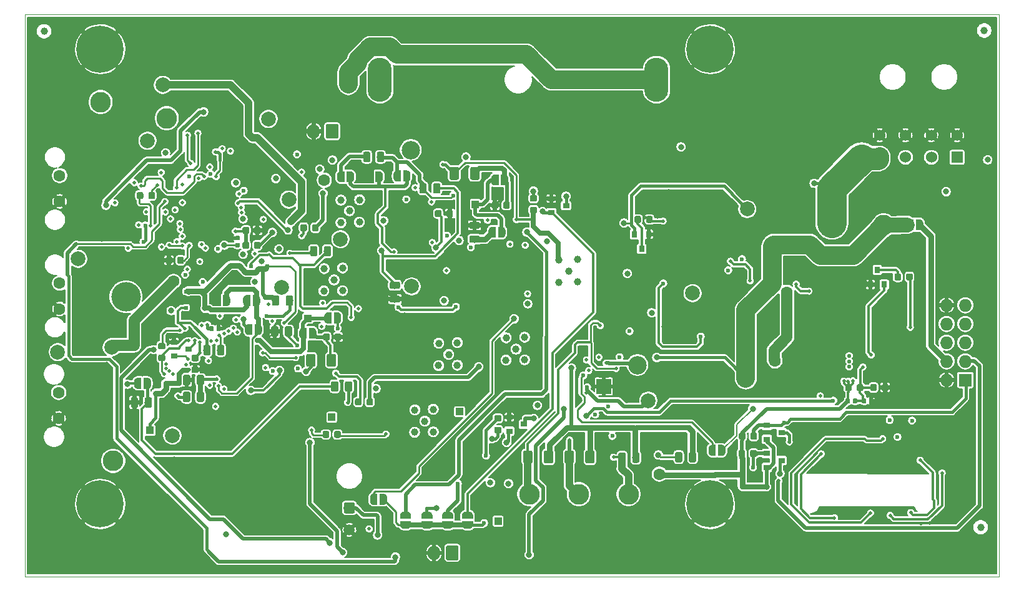
<source format=gbr>
G04 #@! TF.GenerationSoftware,KiCad,Pcbnew,(5.1.2)-1*
G04 #@! TF.CreationDate,2021-02-18T18:51:23+05:45*
G04 #@! TF.ProjectId,Pufferfish-Power-MCU,50756666-6572-4666-9973-682d506f7765,0.0*
G04 #@! TF.SameCoordinates,Original*
G04 #@! TF.FileFunction,Copper,L4,Bot*
G04 #@! TF.FilePolarity,Positive*
%FSLAX46Y46*%
G04 Gerber Fmt 4.6, Leading zero omitted, Abs format (unit mm)*
G04 Created by KiCad (PCBNEW (5.1.2)-1) date 2021-02-18 18:51:23*
%MOMM*%
%LPD*%
G04 APERTURE LIST*
G04 #@! TA.AperFunction,NonConductor*
%ADD10C,0.100000*%
G04 #@! TD*
G04 #@! TA.AperFunction,ComponentPad*
%ADD11C,2.500000*%
G04 #@! TD*
G04 #@! TA.AperFunction,ComponentPad*
%ADD12O,3.250000X6.000000*%
G04 #@! TD*
G04 #@! TA.AperFunction,ViaPad*
%ADD13C,0.533400*%
G04 #@! TD*
G04 #@! TA.AperFunction,Conductor*
%ADD14C,0.100000*%
G04 #@! TD*
G04 #@! TA.AperFunction,SMDPad,CuDef*
%ADD15C,0.875000*%
G04 #@! TD*
G04 #@! TA.AperFunction,SMDPad,CuDef*
%ADD16C,0.975000*%
G04 #@! TD*
G04 #@! TA.AperFunction,ComponentPad*
%ADD17R,1.530000X1.530000*%
G04 #@! TD*
G04 #@! TA.AperFunction,ComponentPad*
%ADD18C,1.530000*%
G04 #@! TD*
G04 #@! TA.AperFunction,SMDPad,CuDef*
%ADD19R,0.900000X0.800000*%
G04 #@! TD*
G04 #@! TA.AperFunction,SMDPad,CuDef*
%ADD20C,0.590000*%
G04 #@! TD*
G04 #@! TA.AperFunction,SMDPad,CuDef*
%ADD21C,0.500000*%
G04 #@! TD*
G04 #@! TA.AperFunction,SMDPad,CuDef*
%ADD22R,0.500000X0.500000*%
G04 #@! TD*
G04 #@! TA.AperFunction,ComponentPad*
%ADD23C,1.600000*%
G04 #@! TD*
G04 #@! TA.AperFunction,ComponentPad*
%ADD24C,1.000000*%
G04 #@! TD*
G04 #@! TA.AperFunction,BGAPad,CuDef*
%ADD25C,1.000000*%
G04 #@! TD*
G04 #@! TA.AperFunction,ComponentPad*
%ADD26C,0.800000*%
G04 #@! TD*
G04 #@! TA.AperFunction,ComponentPad*
%ADD27C,6.400000*%
G04 #@! TD*
G04 #@! TA.AperFunction,ComponentPad*
%ADD28C,1.500000*%
G04 #@! TD*
G04 #@! TA.AperFunction,SMDPad,CuDef*
%ADD29R,0.800000X0.900000*%
G04 #@! TD*
G04 #@! TA.AperFunction,ComponentPad*
%ADD30R,1.000000X1.000000*%
G04 #@! TD*
G04 #@! TA.AperFunction,Conductor*
%ADD31R,2.050000X2.050000*%
G04 #@! TD*
G04 #@! TA.AperFunction,ViaPad*
%ADD32C,0.600000*%
G04 #@! TD*
G04 #@! TA.AperFunction,ComponentPad*
%ADD33C,1.700000*%
G04 #@! TD*
G04 #@! TA.AperFunction,ComponentPad*
%ADD34O,1.700000X2.000000*%
G04 #@! TD*
G04 #@! TA.AperFunction,ComponentPad*
%ADD35R,1.727200X1.727200*%
G04 #@! TD*
G04 #@! TA.AperFunction,ComponentPad*
%ADD36O,1.727200X1.727200*%
G04 #@! TD*
G04 #@! TA.AperFunction,SMDPad,CuDef*
%ADD37C,1.250000*%
G04 #@! TD*
G04 #@! TA.AperFunction,ComponentPad*
%ADD38C,2.800000*%
G04 #@! TD*
G04 #@! TA.AperFunction,ComponentPad*
%ADD39C,2.000000*%
G04 #@! TD*
G04 #@! TA.AperFunction,ViaPad*
%ADD40C,0.500000*%
G04 #@! TD*
G04 #@! TA.AperFunction,ViaPad*
%ADD41C,0.800000*%
G04 #@! TD*
G04 #@! TA.AperFunction,ViaPad*
%ADD42C,1.600000*%
G04 #@! TD*
G04 #@! TA.AperFunction,ViaPad*
%ADD43C,2.000000*%
G04 #@! TD*
G04 #@! TA.AperFunction,ViaPad*
%ADD44C,4.000000*%
G04 #@! TD*
G04 #@! TA.AperFunction,Conductor*
%ADD45C,0.350000*%
G04 #@! TD*
G04 #@! TA.AperFunction,Conductor*
%ADD46C,0.250000*%
G04 #@! TD*
G04 #@! TA.AperFunction,Conductor*
%ADD47C,0.400000*%
G04 #@! TD*
G04 #@! TA.AperFunction,Conductor*
%ADD48C,0.300000*%
G04 #@! TD*
G04 #@! TA.AperFunction,Conductor*
%ADD49C,0.200000*%
G04 #@! TD*
G04 #@! TA.AperFunction,Conductor*
%ADD50C,0.500000*%
G04 #@! TD*
G04 #@! TA.AperFunction,Conductor*
%ADD51C,0.700000*%
G04 #@! TD*
G04 #@! TA.AperFunction,Conductor*
%ADD52C,0.800000*%
G04 #@! TD*
G04 #@! TA.AperFunction,Conductor*
%ADD53C,4.000000*%
G04 #@! TD*
G04 #@! TA.AperFunction,Conductor*
%ADD54C,2.500000*%
G04 #@! TD*
G04 #@! TA.AperFunction,Conductor*
%ADD55C,3.000000*%
G04 #@! TD*
G04 #@! TA.AperFunction,Conductor*
%ADD56C,1.500000*%
G04 #@! TD*
G04 #@! TA.AperFunction,Conductor*
%ADD57C,2.000000*%
G04 #@! TD*
G04 #@! TA.AperFunction,Conductor*
%ADD58C,1.000000*%
G04 #@! TD*
G04 #@! TA.AperFunction,Conductor*
%ADD59C,0.127000*%
G04 #@! TD*
G04 APERTURE END LIST*
D10*
X203212700Y-114388900D02*
X203212700Y-119388900D01*
X71094600Y-114401600D02*
X71094600Y-119401600D01*
X82946666Y-47752000D02*
G75*
G03X82946666Y-47752000I-1666666J0D01*
G01*
X78780000Y-47752000D02*
X83780000Y-47752000D01*
X81280000Y-45252000D02*
X81280000Y-50252000D01*
X71094600Y-114401600D02*
X71094600Y-43065700D01*
X203212700Y-119388900D02*
X71094600Y-119401600D01*
X203225400Y-43065700D02*
X203212700Y-114388900D01*
X71094600Y-43065700D02*
X203225400Y-43065700D01*
D11*
G04 #@! TO.P,TP4,1*
G04 #@! TO.N,LTC7812_RUN*
X154178000Y-90678000D03*
G04 #@! TD*
D12*
G04 #@! TO.P,F1,2*
G04 #@! TO.N,/LTC4015/PP-SENSE-CLN*
X119255400Y-51926600D03*
G04 #@! TO.P,F1,1*
G04 #@! TO.N,VIN_7812_1_RAW*
X156755400Y-51926600D03*
G04 #@! TD*
D13*
G04 #@! TO.N,N/C*
G04 #@! TO.C,U3*
X182880000Y-90170000D03*
X182880000Y-89419999D03*
X182880000Y-90920001D03*
G04 #@! TD*
D14*
G04 #@! TO.N,/LTC7812/TG_2_1*
G04 #@! TO.C,R99*
G36*
X109160091Y-71553653D02*
G01*
X109181326Y-71556803D01*
X109202150Y-71562019D01*
X109222362Y-71569251D01*
X109241768Y-71578430D01*
X109260181Y-71589466D01*
X109277424Y-71602254D01*
X109293330Y-71616670D01*
X109307746Y-71632576D01*
X109320534Y-71649819D01*
X109331570Y-71668232D01*
X109340749Y-71687638D01*
X109347981Y-71707850D01*
X109353197Y-71728674D01*
X109356347Y-71749909D01*
X109357400Y-71771350D01*
X109357400Y-72283850D01*
X109356347Y-72305291D01*
X109353197Y-72326526D01*
X109347981Y-72347350D01*
X109340749Y-72367562D01*
X109331570Y-72386968D01*
X109320534Y-72405381D01*
X109307746Y-72422624D01*
X109293330Y-72438530D01*
X109277424Y-72452946D01*
X109260181Y-72465734D01*
X109241768Y-72476770D01*
X109222362Y-72485949D01*
X109202150Y-72493181D01*
X109181326Y-72498397D01*
X109160091Y-72501547D01*
X109138650Y-72502600D01*
X108701150Y-72502600D01*
X108679709Y-72501547D01*
X108658474Y-72498397D01*
X108637650Y-72493181D01*
X108617438Y-72485949D01*
X108598032Y-72476770D01*
X108579619Y-72465734D01*
X108562376Y-72452946D01*
X108546470Y-72438530D01*
X108532054Y-72422624D01*
X108519266Y-72405381D01*
X108508230Y-72386968D01*
X108499051Y-72367562D01*
X108491819Y-72347350D01*
X108486603Y-72326526D01*
X108483453Y-72305291D01*
X108482400Y-72283850D01*
X108482400Y-71771350D01*
X108483453Y-71749909D01*
X108486603Y-71728674D01*
X108491819Y-71707850D01*
X108499051Y-71687638D01*
X108508230Y-71668232D01*
X108519266Y-71649819D01*
X108532054Y-71632576D01*
X108546470Y-71616670D01*
X108562376Y-71602254D01*
X108579619Y-71589466D01*
X108598032Y-71578430D01*
X108617438Y-71569251D01*
X108637650Y-71562019D01*
X108658474Y-71556803D01*
X108679709Y-71553653D01*
X108701150Y-71552600D01*
X109138650Y-71552600D01*
X109160091Y-71553653D01*
X109160091Y-71553653D01*
G37*
D15*
G04 #@! TD*
G04 #@! TO.P,R99,2*
G04 #@! TO.N,/LTC7812/TG_2_1*
X108919900Y-72027600D03*
D14*
G04 #@! TO.N,Net-(R99-Pad1)*
G04 #@! TO.C,R99*
G36*
X110735091Y-71553653D02*
G01*
X110756326Y-71556803D01*
X110777150Y-71562019D01*
X110797362Y-71569251D01*
X110816768Y-71578430D01*
X110835181Y-71589466D01*
X110852424Y-71602254D01*
X110868330Y-71616670D01*
X110882746Y-71632576D01*
X110895534Y-71649819D01*
X110906570Y-71668232D01*
X110915749Y-71687638D01*
X110922981Y-71707850D01*
X110928197Y-71728674D01*
X110931347Y-71749909D01*
X110932400Y-71771350D01*
X110932400Y-72283850D01*
X110931347Y-72305291D01*
X110928197Y-72326526D01*
X110922981Y-72347350D01*
X110915749Y-72367562D01*
X110906570Y-72386968D01*
X110895534Y-72405381D01*
X110882746Y-72422624D01*
X110868330Y-72438530D01*
X110852424Y-72452946D01*
X110835181Y-72465734D01*
X110816768Y-72476770D01*
X110797362Y-72485949D01*
X110777150Y-72493181D01*
X110756326Y-72498397D01*
X110735091Y-72501547D01*
X110713650Y-72502600D01*
X110276150Y-72502600D01*
X110254709Y-72501547D01*
X110233474Y-72498397D01*
X110212650Y-72493181D01*
X110192438Y-72485949D01*
X110173032Y-72476770D01*
X110154619Y-72465734D01*
X110137376Y-72452946D01*
X110121470Y-72438530D01*
X110107054Y-72422624D01*
X110094266Y-72405381D01*
X110083230Y-72386968D01*
X110074051Y-72367562D01*
X110066819Y-72347350D01*
X110061603Y-72326526D01*
X110058453Y-72305291D01*
X110057400Y-72283850D01*
X110057400Y-71771350D01*
X110058453Y-71749909D01*
X110061603Y-71728674D01*
X110066819Y-71707850D01*
X110074051Y-71687638D01*
X110083230Y-71668232D01*
X110094266Y-71649819D01*
X110107054Y-71632576D01*
X110121470Y-71616670D01*
X110137376Y-71602254D01*
X110154619Y-71589466D01*
X110173032Y-71578430D01*
X110192438Y-71569251D01*
X110212650Y-71562019D01*
X110233474Y-71556803D01*
X110254709Y-71553653D01*
X110276150Y-71552600D01*
X110713650Y-71552600D01*
X110735091Y-71553653D01*
X110735091Y-71553653D01*
G37*
D15*
G04 #@! TD*
G04 #@! TO.P,R99,1*
G04 #@! TO.N,Net-(R99-Pad1)*
X110494900Y-72027600D03*
D14*
G04 #@! TO.N,GND*
G04 #@! TO.C,R49*
G36*
X105248142Y-85407174D02*
G01*
X105271803Y-85410684D01*
X105295007Y-85416496D01*
X105317529Y-85424554D01*
X105339153Y-85434782D01*
X105359670Y-85447079D01*
X105378883Y-85461329D01*
X105396607Y-85477393D01*
X105412671Y-85495117D01*
X105426921Y-85514330D01*
X105439218Y-85534847D01*
X105449446Y-85556471D01*
X105457504Y-85578993D01*
X105463316Y-85602197D01*
X105466826Y-85625858D01*
X105468000Y-85649750D01*
X105468000Y-86562250D01*
X105466826Y-86586142D01*
X105463316Y-86609803D01*
X105457504Y-86633007D01*
X105449446Y-86655529D01*
X105439218Y-86677153D01*
X105426921Y-86697670D01*
X105412671Y-86716883D01*
X105396607Y-86734607D01*
X105378883Y-86750671D01*
X105359670Y-86764921D01*
X105339153Y-86777218D01*
X105317529Y-86787446D01*
X105295007Y-86795504D01*
X105271803Y-86801316D01*
X105248142Y-86804826D01*
X105224250Y-86806000D01*
X104736750Y-86806000D01*
X104712858Y-86804826D01*
X104689197Y-86801316D01*
X104665993Y-86795504D01*
X104643471Y-86787446D01*
X104621847Y-86777218D01*
X104601330Y-86764921D01*
X104582117Y-86750671D01*
X104564393Y-86734607D01*
X104548329Y-86716883D01*
X104534079Y-86697670D01*
X104521782Y-86677153D01*
X104511554Y-86655529D01*
X104503496Y-86633007D01*
X104497684Y-86609803D01*
X104494174Y-86586142D01*
X104493000Y-86562250D01*
X104493000Y-85649750D01*
X104494174Y-85625858D01*
X104497684Y-85602197D01*
X104503496Y-85578993D01*
X104511554Y-85556471D01*
X104521782Y-85534847D01*
X104534079Y-85514330D01*
X104548329Y-85495117D01*
X104564393Y-85477393D01*
X104582117Y-85461329D01*
X104601330Y-85447079D01*
X104621847Y-85434782D01*
X104643471Y-85424554D01*
X104665993Y-85416496D01*
X104689197Y-85410684D01*
X104712858Y-85407174D01*
X104736750Y-85406000D01*
X105224250Y-85406000D01*
X105248142Y-85407174D01*
X105248142Y-85407174D01*
G37*
D16*
G04 #@! TD*
G04 #@! TO.P,R49,2*
G04 #@! TO.N,GND*
X104980500Y-86106000D03*
D14*
G04 #@! TO.N,Net-(JP2-Pad2)*
G04 #@! TO.C,R49*
G36*
X107123142Y-85407174D02*
G01*
X107146803Y-85410684D01*
X107170007Y-85416496D01*
X107192529Y-85424554D01*
X107214153Y-85434782D01*
X107234670Y-85447079D01*
X107253883Y-85461329D01*
X107271607Y-85477393D01*
X107287671Y-85495117D01*
X107301921Y-85514330D01*
X107314218Y-85534847D01*
X107324446Y-85556471D01*
X107332504Y-85578993D01*
X107338316Y-85602197D01*
X107341826Y-85625858D01*
X107343000Y-85649750D01*
X107343000Y-86562250D01*
X107341826Y-86586142D01*
X107338316Y-86609803D01*
X107332504Y-86633007D01*
X107324446Y-86655529D01*
X107314218Y-86677153D01*
X107301921Y-86697670D01*
X107287671Y-86716883D01*
X107271607Y-86734607D01*
X107253883Y-86750671D01*
X107234670Y-86764921D01*
X107214153Y-86777218D01*
X107192529Y-86787446D01*
X107170007Y-86795504D01*
X107146803Y-86801316D01*
X107123142Y-86804826D01*
X107099250Y-86806000D01*
X106611750Y-86806000D01*
X106587858Y-86804826D01*
X106564197Y-86801316D01*
X106540993Y-86795504D01*
X106518471Y-86787446D01*
X106496847Y-86777218D01*
X106476330Y-86764921D01*
X106457117Y-86750671D01*
X106439393Y-86734607D01*
X106423329Y-86716883D01*
X106409079Y-86697670D01*
X106396782Y-86677153D01*
X106386554Y-86655529D01*
X106378496Y-86633007D01*
X106372684Y-86609803D01*
X106369174Y-86586142D01*
X106368000Y-86562250D01*
X106368000Y-85649750D01*
X106369174Y-85625858D01*
X106372684Y-85602197D01*
X106378496Y-85578993D01*
X106386554Y-85556471D01*
X106396782Y-85534847D01*
X106409079Y-85514330D01*
X106423329Y-85495117D01*
X106439393Y-85477393D01*
X106457117Y-85461329D01*
X106476330Y-85447079D01*
X106496847Y-85434782D01*
X106518471Y-85424554D01*
X106540993Y-85416496D01*
X106564197Y-85410684D01*
X106587858Y-85407174D01*
X106611750Y-85406000D01*
X107099250Y-85406000D01*
X107123142Y-85407174D01*
X107123142Y-85407174D01*
G37*
D16*
G04 #@! TD*
G04 #@! TO.P,R49,1*
G04 #@! TO.N,Net-(JP2-Pad2)*
X106855500Y-86106000D03*
D17*
G04 #@! TO.P,J1,1*
G04 #@! TO.N,VOUT_7812_24V*
X197528000Y-62460000D03*
D18*
G04 #@! TO.P,J1,2*
G04 #@! TO.N,VIN_7812_2*
X194028000Y-62460000D03*
G04 #@! TO.P,J1,3*
G04 #@! TO.N,VSYS-5V0*
X190528000Y-62460000D03*
G04 #@! TO.P,J1,4*
G04 #@! TO.N,VSYS-3V3*
X187028000Y-62460000D03*
G04 #@! TO.P,J1,5*
G04 #@! TO.N,GND*
X197528000Y-59460000D03*
G04 #@! TO.P,J1,6*
X194028000Y-59460000D03*
G04 #@! TO.P,J1,7*
X190528000Y-59460000D03*
G04 #@! TO.P,J1,8*
X187028000Y-59460000D03*
G04 #@! TD*
D19*
G04 #@! TO.P,Q9,1*
G04 #@! TO.N,PGOOD_12V*
X136787000Y-99657000D03*
G04 #@! TO.P,Q9,2*
G04 #@! TO.N,GND*
X136787000Y-97757000D03*
G04 #@! TO.P,Q9,3*
G04 #@! TO.N,Net-(D9-Pad1)*
X138787000Y-98707000D03*
G04 #@! TD*
D14*
G04 #@! TO.N,/LTC4015/PP-BATSENS*
G04 #@! TO.C,C100*
G36*
X100123258Y-74104710D02*
G01*
X100137576Y-74106834D01*
X100151617Y-74110351D01*
X100165246Y-74115228D01*
X100178331Y-74121417D01*
X100190747Y-74128858D01*
X100202373Y-74137481D01*
X100213098Y-74147202D01*
X100222819Y-74157927D01*
X100231442Y-74169553D01*
X100238883Y-74181969D01*
X100245072Y-74195054D01*
X100249949Y-74208683D01*
X100253466Y-74222724D01*
X100255590Y-74237042D01*
X100256300Y-74251500D01*
X100256300Y-74546500D01*
X100255590Y-74560958D01*
X100253466Y-74575276D01*
X100249949Y-74589317D01*
X100245072Y-74602946D01*
X100238883Y-74616031D01*
X100231442Y-74628447D01*
X100222819Y-74640073D01*
X100213098Y-74650798D01*
X100202373Y-74660519D01*
X100190747Y-74669142D01*
X100178331Y-74676583D01*
X100165246Y-74682772D01*
X100151617Y-74687649D01*
X100137576Y-74691166D01*
X100123258Y-74693290D01*
X100108800Y-74694000D01*
X99763800Y-74694000D01*
X99749342Y-74693290D01*
X99735024Y-74691166D01*
X99720983Y-74687649D01*
X99707354Y-74682772D01*
X99694269Y-74676583D01*
X99681853Y-74669142D01*
X99670227Y-74660519D01*
X99659502Y-74650798D01*
X99649781Y-74640073D01*
X99641158Y-74628447D01*
X99633717Y-74616031D01*
X99627528Y-74602946D01*
X99622651Y-74589317D01*
X99619134Y-74575276D01*
X99617010Y-74560958D01*
X99616300Y-74546500D01*
X99616300Y-74251500D01*
X99617010Y-74237042D01*
X99619134Y-74222724D01*
X99622651Y-74208683D01*
X99627528Y-74195054D01*
X99633717Y-74181969D01*
X99641158Y-74169553D01*
X99649781Y-74157927D01*
X99659502Y-74147202D01*
X99670227Y-74137481D01*
X99681853Y-74128858D01*
X99694269Y-74121417D01*
X99707354Y-74115228D01*
X99720983Y-74110351D01*
X99735024Y-74106834D01*
X99749342Y-74104710D01*
X99763800Y-74104000D01*
X100108800Y-74104000D01*
X100123258Y-74104710D01*
X100123258Y-74104710D01*
G37*
D20*
G04 #@! TD*
G04 #@! TO.P,C100,1*
G04 #@! TO.N,/LTC4015/PP-BATSENS*
X99936300Y-74399000D03*
D14*
G04 #@! TO.N,GND*
G04 #@! TO.C,C100*
G36*
X100123258Y-73134710D02*
G01*
X100137576Y-73136834D01*
X100151617Y-73140351D01*
X100165246Y-73145228D01*
X100178331Y-73151417D01*
X100190747Y-73158858D01*
X100202373Y-73167481D01*
X100213098Y-73177202D01*
X100222819Y-73187927D01*
X100231442Y-73199553D01*
X100238883Y-73211969D01*
X100245072Y-73225054D01*
X100249949Y-73238683D01*
X100253466Y-73252724D01*
X100255590Y-73267042D01*
X100256300Y-73281500D01*
X100256300Y-73576500D01*
X100255590Y-73590958D01*
X100253466Y-73605276D01*
X100249949Y-73619317D01*
X100245072Y-73632946D01*
X100238883Y-73646031D01*
X100231442Y-73658447D01*
X100222819Y-73670073D01*
X100213098Y-73680798D01*
X100202373Y-73690519D01*
X100190747Y-73699142D01*
X100178331Y-73706583D01*
X100165246Y-73712772D01*
X100151617Y-73717649D01*
X100137576Y-73721166D01*
X100123258Y-73723290D01*
X100108800Y-73724000D01*
X99763800Y-73724000D01*
X99749342Y-73723290D01*
X99735024Y-73721166D01*
X99720983Y-73717649D01*
X99707354Y-73712772D01*
X99694269Y-73706583D01*
X99681853Y-73699142D01*
X99670227Y-73690519D01*
X99659502Y-73680798D01*
X99649781Y-73670073D01*
X99641158Y-73658447D01*
X99633717Y-73646031D01*
X99627528Y-73632946D01*
X99622651Y-73619317D01*
X99619134Y-73605276D01*
X99617010Y-73590958D01*
X99616300Y-73576500D01*
X99616300Y-73281500D01*
X99617010Y-73267042D01*
X99619134Y-73252724D01*
X99622651Y-73238683D01*
X99627528Y-73225054D01*
X99633717Y-73211969D01*
X99641158Y-73199553D01*
X99649781Y-73187927D01*
X99659502Y-73177202D01*
X99670227Y-73167481D01*
X99681853Y-73158858D01*
X99694269Y-73151417D01*
X99707354Y-73145228D01*
X99720983Y-73140351D01*
X99735024Y-73136834D01*
X99749342Y-73134710D01*
X99763800Y-73134000D01*
X100108800Y-73134000D01*
X100123258Y-73134710D01*
X100123258Y-73134710D01*
G37*
D20*
G04 #@! TD*
G04 #@! TO.P,C100,2*
G04 #@! TO.N,GND*
X99936300Y-73429000D03*
D14*
G04 #@! TO.N,GND*
G04 #@! TO.C,C70*
G36*
X97547958Y-85405710D02*
G01*
X97562276Y-85407834D01*
X97576317Y-85411351D01*
X97589946Y-85416228D01*
X97603031Y-85422417D01*
X97615447Y-85429858D01*
X97627073Y-85438481D01*
X97637798Y-85448202D01*
X97647519Y-85458927D01*
X97656142Y-85470553D01*
X97663583Y-85482969D01*
X97669772Y-85496054D01*
X97674649Y-85509683D01*
X97678166Y-85523724D01*
X97680290Y-85538042D01*
X97681000Y-85552500D01*
X97681000Y-85897500D01*
X97680290Y-85911958D01*
X97678166Y-85926276D01*
X97674649Y-85940317D01*
X97669772Y-85953946D01*
X97663583Y-85967031D01*
X97656142Y-85979447D01*
X97647519Y-85991073D01*
X97637798Y-86001798D01*
X97627073Y-86011519D01*
X97615447Y-86020142D01*
X97603031Y-86027583D01*
X97589946Y-86033772D01*
X97576317Y-86038649D01*
X97562276Y-86042166D01*
X97547958Y-86044290D01*
X97533500Y-86045000D01*
X97238500Y-86045000D01*
X97224042Y-86044290D01*
X97209724Y-86042166D01*
X97195683Y-86038649D01*
X97182054Y-86033772D01*
X97168969Y-86027583D01*
X97156553Y-86020142D01*
X97144927Y-86011519D01*
X97134202Y-86001798D01*
X97124481Y-85991073D01*
X97115858Y-85979447D01*
X97108417Y-85967031D01*
X97102228Y-85953946D01*
X97097351Y-85940317D01*
X97093834Y-85926276D01*
X97091710Y-85911958D01*
X97091000Y-85897500D01*
X97091000Y-85552500D01*
X97091710Y-85538042D01*
X97093834Y-85523724D01*
X97097351Y-85509683D01*
X97102228Y-85496054D01*
X97108417Y-85482969D01*
X97115858Y-85470553D01*
X97124481Y-85458927D01*
X97134202Y-85448202D01*
X97144927Y-85438481D01*
X97156553Y-85429858D01*
X97168969Y-85422417D01*
X97182054Y-85416228D01*
X97195683Y-85411351D01*
X97209724Y-85407834D01*
X97224042Y-85405710D01*
X97238500Y-85405000D01*
X97533500Y-85405000D01*
X97547958Y-85405710D01*
X97547958Y-85405710D01*
G37*
D20*
G04 #@! TD*
G04 #@! TO.P,C70,2*
G04 #@! TO.N,GND*
X97386000Y-85725000D03*
D14*
G04 #@! TO.N,/LTC7812/INTVCC_1*
G04 #@! TO.C,C70*
G36*
X96577958Y-85405710D02*
G01*
X96592276Y-85407834D01*
X96606317Y-85411351D01*
X96619946Y-85416228D01*
X96633031Y-85422417D01*
X96645447Y-85429858D01*
X96657073Y-85438481D01*
X96667798Y-85448202D01*
X96677519Y-85458927D01*
X96686142Y-85470553D01*
X96693583Y-85482969D01*
X96699772Y-85496054D01*
X96704649Y-85509683D01*
X96708166Y-85523724D01*
X96710290Y-85538042D01*
X96711000Y-85552500D01*
X96711000Y-85897500D01*
X96710290Y-85911958D01*
X96708166Y-85926276D01*
X96704649Y-85940317D01*
X96699772Y-85953946D01*
X96693583Y-85967031D01*
X96686142Y-85979447D01*
X96677519Y-85991073D01*
X96667798Y-86001798D01*
X96657073Y-86011519D01*
X96645447Y-86020142D01*
X96633031Y-86027583D01*
X96619946Y-86033772D01*
X96606317Y-86038649D01*
X96592276Y-86042166D01*
X96577958Y-86044290D01*
X96563500Y-86045000D01*
X96268500Y-86045000D01*
X96254042Y-86044290D01*
X96239724Y-86042166D01*
X96225683Y-86038649D01*
X96212054Y-86033772D01*
X96198969Y-86027583D01*
X96186553Y-86020142D01*
X96174927Y-86011519D01*
X96164202Y-86001798D01*
X96154481Y-85991073D01*
X96145858Y-85979447D01*
X96138417Y-85967031D01*
X96132228Y-85953946D01*
X96127351Y-85940317D01*
X96123834Y-85926276D01*
X96121710Y-85911958D01*
X96121000Y-85897500D01*
X96121000Y-85552500D01*
X96121710Y-85538042D01*
X96123834Y-85523724D01*
X96127351Y-85509683D01*
X96132228Y-85496054D01*
X96138417Y-85482969D01*
X96145858Y-85470553D01*
X96154481Y-85458927D01*
X96164202Y-85448202D01*
X96174927Y-85438481D01*
X96186553Y-85429858D01*
X96198969Y-85422417D01*
X96212054Y-85416228D01*
X96225683Y-85411351D01*
X96239724Y-85407834D01*
X96254042Y-85405710D01*
X96268500Y-85405000D01*
X96563500Y-85405000D01*
X96577958Y-85405710D01*
X96577958Y-85405710D01*
G37*
D20*
G04 #@! TD*
G04 #@! TO.P,C70,1*
G04 #@! TO.N,/LTC7812/INTVCC_1*
X96416000Y-85725000D03*
D14*
G04 #@! TO.N,/3.3V Buck/3V3-FB*
G04 #@! TO.C,C51*
G36*
X183828458Y-95224710D02*
G01*
X183842776Y-95226834D01*
X183856817Y-95230351D01*
X183870446Y-95235228D01*
X183883531Y-95241417D01*
X183895947Y-95248858D01*
X183907573Y-95257481D01*
X183918298Y-95267202D01*
X183928019Y-95277927D01*
X183936642Y-95289553D01*
X183944083Y-95301969D01*
X183950272Y-95315054D01*
X183955149Y-95328683D01*
X183958666Y-95342724D01*
X183960790Y-95357042D01*
X183961500Y-95371500D01*
X183961500Y-95716500D01*
X183960790Y-95730958D01*
X183958666Y-95745276D01*
X183955149Y-95759317D01*
X183950272Y-95772946D01*
X183944083Y-95786031D01*
X183936642Y-95798447D01*
X183928019Y-95810073D01*
X183918298Y-95820798D01*
X183907573Y-95830519D01*
X183895947Y-95839142D01*
X183883531Y-95846583D01*
X183870446Y-95852772D01*
X183856817Y-95857649D01*
X183842776Y-95861166D01*
X183828458Y-95863290D01*
X183814000Y-95864000D01*
X183519000Y-95864000D01*
X183504542Y-95863290D01*
X183490224Y-95861166D01*
X183476183Y-95857649D01*
X183462554Y-95852772D01*
X183449469Y-95846583D01*
X183437053Y-95839142D01*
X183425427Y-95830519D01*
X183414702Y-95820798D01*
X183404981Y-95810073D01*
X183396358Y-95798447D01*
X183388917Y-95786031D01*
X183382728Y-95772946D01*
X183377851Y-95759317D01*
X183374334Y-95745276D01*
X183372210Y-95730958D01*
X183371500Y-95716500D01*
X183371500Y-95371500D01*
X183372210Y-95357042D01*
X183374334Y-95342724D01*
X183377851Y-95328683D01*
X183382728Y-95315054D01*
X183388917Y-95301969D01*
X183396358Y-95289553D01*
X183404981Y-95277927D01*
X183414702Y-95267202D01*
X183425427Y-95257481D01*
X183437053Y-95248858D01*
X183449469Y-95241417D01*
X183462554Y-95235228D01*
X183476183Y-95230351D01*
X183490224Y-95226834D01*
X183504542Y-95224710D01*
X183519000Y-95224000D01*
X183814000Y-95224000D01*
X183828458Y-95224710D01*
X183828458Y-95224710D01*
G37*
D20*
G04 #@! TD*
G04 #@! TO.P,C51,2*
G04 #@! TO.N,/3.3V Buck/3V3-FB*
X183666500Y-95544000D03*
D14*
G04 #@! TO.N,VSYS-3V3*
G04 #@! TO.C,C51*
G36*
X182858458Y-95224710D02*
G01*
X182872776Y-95226834D01*
X182886817Y-95230351D01*
X182900446Y-95235228D01*
X182913531Y-95241417D01*
X182925947Y-95248858D01*
X182937573Y-95257481D01*
X182948298Y-95267202D01*
X182958019Y-95277927D01*
X182966642Y-95289553D01*
X182974083Y-95301969D01*
X182980272Y-95315054D01*
X182985149Y-95328683D01*
X182988666Y-95342724D01*
X182990790Y-95357042D01*
X182991500Y-95371500D01*
X182991500Y-95716500D01*
X182990790Y-95730958D01*
X182988666Y-95745276D01*
X182985149Y-95759317D01*
X182980272Y-95772946D01*
X182974083Y-95786031D01*
X182966642Y-95798447D01*
X182958019Y-95810073D01*
X182948298Y-95820798D01*
X182937573Y-95830519D01*
X182925947Y-95839142D01*
X182913531Y-95846583D01*
X182900446Y-95852772D01*
X182886817Y-95857649D01*
X182872776Y-95861166D01*
X182858458Y-95863290D01*
X182844000Y-95864000D01*
X182549000Y-95864000D01*
X182534542Y-95863290D01*
X182520224Y-95861166D01*
X182506183Y-95857649D01*
X182492554Y-95852772D01*
X182479469Y-95846583D01*
X182467053Y-95839142D01*
X182455427Y-95830519D01*
X182444702Y-95820798D01*
X182434981Y-95810073D01*
X182426358Y-95798447D01*
X182418917Y-95786031D01*
X182412728Y-95772946D01*
X182407851Y-95759317D01*
X182404334Y-95745276D01*
X182402210Y-95730958D01*
X182401500Y-95716500D01*
X182401500Y-95371500D01*
X182402210Y-95357042D01*
X182404334Y-95342724D01*
X182407851Y-95328683D01*
X182412728Y-95315054D01*
X182418917Y-95301969D01*
X182426358Y-95289553D01*
X182434981Y-95277927D01*
X182444702Y-95267202D01*
X182455427Y-95257481D01*
X182467053Y-95248858D01*
X182479469Y-95241417D01*
X182492554Y-95235228D01*
X182506183Y-95230351D01*
X182520224Y-95226834D01*
X182534542Y-95224710D01*
X182549000Y-95224000D01*
X182844000Y-95224000D01*
X182858458Y-95224710D01*
X182858458Y-95224710D01*
G37*
D20*
G04 #@! TD*
G04 #@! TO.P,C51,1*
G04 #@! TO.N,VSYS-3V3*
X182696500Y-95544000D03*
D14*
G04 #@! TO.N,GND*
G04 #@! TO.C,C50*
G36*
X186028458Y-95224710D02*
G01*
X186042776Y-95226834D01*
X186056817Y-95230351D01*
X186070446Y-95235228D01*
X186083531Y-95241417D01*
X186095947Y-95248858D01*
X186107573Y-95257481D01*
X186118298Y-95267202D01*
X186128019Y-95277927D01*
X186136642Y-95289553D01*
X186144083Y-95301969D01*
X186150272Y-95315054D01*
X186155149Y-95328683D01*
X186158666Y-95342724D01*
X186160790Y-95357042D01*
X186161500Y-95371500D01*
X186161500Y-95716500D01*
X186160790Y-95730958D01*
X186158666Y-95745276D01*
X186155149Y-95759317D01*
X186150272Y-95772946D01*
X186144083Y-95786031D01*
X186136642Y-95798447D01*
X186128019Y-95810073D01*
X186118298Y-95820798D01*
X186107573Y-95830519D01*
X186095947Y-95839142D01*
X186083531Y-95846583D01*
X186070446Y-95852772D01*
X186056817Y-95857649D01*
X186042776Y-95861166D01*
X186028458Y-95863290D01*
X186014000Y-95864000D01*
X185719000Y-95864000D01*
X185704542Y-95863290D01*
X185690224Y-95861166D01*
X185676183Y-95857649D01*
X185662554Y-95852772D01*
X185649469Y-95846583D01*
X185637053Y-95839142D01*
X185625427Y-95830519D01*
X185614702Y-95820798D01*
X185604981Y-95810073D01*
X185596358Y-95798447D01*
X185588917Y-95786031D01*
X185582728Y-95772946D01*
X185577851Y-95759317D01*
X185574334Y-95745276D01*
X185572210Y-95730958D01*
X185571500Y-95716500D01*
X185571500Y-95371500D01*
X185572210Y-95357042D01*
X185574334Y-95342724D01*
X185577851Y-95328683D01*
X185582728Y-95315054D01*
X185588917Y-95301969D01*
X185596358Y-95289553D01*
X185604981Y-95277927D01*
X185614702Y-95267202D01*
X185625427Y-95257481D01*
X185637053Y-95248858D01*
X185649469Y-95241417D01*
X185662554Y-95235228D01*
X185676183Y-95230351D01*
X185690224Y-95226834D01*
X185704542Y-95224710D01*
X185719000Y-95224000D01*
X186014000Y-95224000D01*
X186028458Y-95224710D01*
X186028458Y-95224710D01*
G37*
D20*
G04 #@! TD*
G04 #@! TO.P,C50,2*
G04 #@! TO.N,GND*
X185866500Y-95544000D03*
D14*
G04 #@! TO.N,/3.3V Buck/3V3-FB*
G04 #@! TO.C,C50*
G36*
X185058458Y-95224710D02*
G01*
X185072776Y-95226834D01*
X185086817Y-95230351D01*
X185100446Y-95235228D01*
X185113531Y-95241417D01*
X185125947Y-95248858D01*
X185137573Y-95257481D01*
X185148298Y-95267202D01*
X185158019Y-95277927D01*
X185166642Y-95289553D01*
X185174083Y-95301969D01*
X185180272Y-95315054D01*
X185185149Y-95328683D01*
X185188666Y-95342724D01*
X185190790Y-95357042D01*
X185191500Y-95371500D01*
X185191500Y-95716500D01*
X185190790Y-95730958D01*
X185188666Y-95745276D01*
X185185149Y-95759317D01*
X185180272Y-95772946D01*
X185174083Y-95786031D01*
X185166642Y-95798447D01*
X185158019Y-95810073D01*
X185148298Y-95820798D01*
X185137573Y-95830519D01*
X185125947Y-95839142D01*
X185113531Y-95846583D01*
X185100446Y-95852772D01*
X185086817Y-95857649D01*
X185072776Y-95861166D01*
X185058458Y-95863290D01*
X185044000Y-95864000D01*
X184749000Y-95864000D01*
X184734542Y-95863290D01*
X184720224Y-95861166D01*
X184706183Y-95857649D01*
X184692554Y-95852772D01*
X184679469Y-95846583D01*
X184667053Y-95839142D01*
X184655427Y-95830519D01*
X184644702Y-95820798D01*
X184634981Y-95810073D01*
X184626358Y-95798447D01*
X184618917Y-95786031D01*
X184612728Y-95772946D01*
X184607851Y-95759317D01*
X184604334Y-95745276D01*
X184602210Y-95730958D01*
X184601500Y-95716500D01*
X184601500Y-95371500D01*
X184602210Y-95357042D01*
X184604334Y-95342724D01*
X184607851Y-95328683D01*
X184612728Y-95315054D01*
X184618917Y-95301969D01*
X184626358Y-95289553D01*
X184634981Y-95277927D01*
X184644702Y-95267202D01*
X184655427Y-95257481D01*
X184667053Y-95248858D01*
X184679469Y-95241417D01*
X184692554Y-95235228D01*
X184706183Y-95230351D01*
X184720224Y-95226834D01*
X184734542Y-95224710D01*
X184749000Y-95224000D01*
X185044000Y-95224000D01*
X185058458Y-95224710D01*
X185058458Y-95224710D01*
G37*
D20*
G04 #@! TD*
G04 #@! TO.P,C50,1*
G04 #@! TO.N,/3.3V Buck/3V3-FB*
X184896500Y-95544000D03*
D21*
G04 #@! TO.P,JP1,2*
G04 #@! TO.N,/LTC7812/TRACK_SS1_1*
X86407400Y-93152600D03*
D14*
G04 #@! TD*
G04 #@! TO.N,/LTC7812/TRACK_SS1_1*
G04 #@! TO.C,JP1*
G36*
X86407400Y-93901998D02*
G01*
X86382866Y-93901998D01*
X86334035Y-93897188D01*
X86285910Y-93887616D01*
X86238955Y-93873372D01*
X86193622Y-93854595D01*
X86150349Y-93831464D01*
X86109550Y-93804204D01*
X86071621Y-93773076D01*
X86036924Y-93738379D01*
X86005796Y-93700450D01*
X85978536Y-93659651D01*
X85955405Y-93616378D01*
X85936628Y-93571045D01*
X85922384Y-93524090D01*
X85912812Y-93475965D01*
X85908002Y-93427134D01*
X85908002Y-93402600D01*
X85907400Y-93402600D01*
X85907400Y-92902600D01*
X85908002Y-92902600D01*
X85908002Y-92878066D01*
X85912812Y-92829235D01*
X85922384Y-92781110D01*
X85936628Y-92734155D01*
X85955405Y-92688822D01*
X85978536Y-92645549D01*
X86005796Y-92604750D01*
X86036924Y-92566821D01*
X86071621Y-92532124D01*
X86109550Y-92500996D01*
X86150349Y-92473736D01*
X86193622Y-92450605D01*
X86238955Y-92431828D01*
X86285910Y-92417584D01*
X86334035Y-92408012D01*
X86382866Y-92403202D01*
X86407400Y-92403202D01*
X86407400Y-92402600D01*
X86907400Y-92402600D01*
X86907400Y-93902600D01*
X86407400Y-93902600D01*
X86407400Y-93901998D01*
X86407400Y-93901998D01*
G37*
D21*
G04 #@! TO.P,JP1,1*
G04 #@! TO.N,Net-(JP1-Pad1)*
X87707400Y-93152600D03*
D14*
G04 #@! TD*
G04 #@! TO.N,Net-(JP1-Pad1)*
G04 #@! TO.C,JP1*
G36*
X87207400Y-92402600D02*
G01*
X87707400Y-92402600D01*
X87707400Y-92403202D01*
X87731934Y-92403202D01*
X87780765Y-92408012D01*
X87828890Y-92417584D01*
X87875845Y-92431828D01*
X87921178Y-92450605D01*
X87964451Y-92473736D01*
X88005250Y-92500996D01*
X88043179Y-92532124D01*
X88077876Y-92566821D01*
X88109004Y-92604750D01*
X88136264Y-92645549D01*
X88159395Y-92688822D01*
X88178172Y-92734155D01*
X88192416Y-92781110D01*
X88201988Y-92829235D01*
X88206798Y-92878066D01*
X88206798Y-92902600D01*
X88207400Y-92902600D01*
X88207400Y-93402600D01*
X88206798Y-93402600D01*
X88206798Y-93427134D01*
X88201988Y-93475965D01*
X88192416Y-93524090D01*
X88178172Y-93571045D01*
X88159395Y-93616378D01*
X88136264Y-93659651D01*
X88109004Y-93700450D01*
X88077876Y-93738379D01*
X88043179Y-93773076D01*
X88005250Y-93804204D01*
X87964451Y-93831464D01*
X87921178Y-93854595D01*
X87875845Y-93873372D01*
X87828890Y-93887616D01*
X87780765Y-93897188D01*
X87731934Y-93901998D01*
X87707400Y-93901998D01*
X87707400Y-93902600D01*
X87207400Y-93902600D01*
X87207400Y-92402600D01*
X87207400Y-92402600D01*
G37*
D22*
G04 #@! TO.P,D3,2*
G04 #@! TO.N,/LTC7812/INTVCC_1*
X92964000Y-80688000D03*
G04 #@! TO.P,D3,1*
G04 #@! TO.N,Net-(C73-Pad1)*
X92964000Y-82888000D03*
G04 #@! TD*
G04 #@! TO.P,D4,2*
G04 #@! TO.N,/LTC7812/INTVCC_1*
X103970000Y-77216000D03*
G04 #@! TO.P,D4,1*
G04 #@! TO.N,Net-(C79-Pad2)*
X101770000Y-77216000D03*
G04 #@! TD*
D23*
G04 #@! TO.P,J5,2*
G04 #@! TO.N,GND*
X75819000Y-68453000D03*
G04 #@! TO.P,J5,1*
G04 #@! TO.N,INTCON_WALL*
X75819000Y-64953000D03*
G04 #@! TD*
D14*
G04 #@! TO.N,/3.3V Buck/3V3-FB*
G04 #@! TO.C,R39*
G36*
X184596691Y-93270053D02*
G01*
X184617926Y-93273203D01*
X184638750Y-93278419D01*
X184658962Y-93285651D01*
X184678368Y-93294830D01*
X184696781Y-93305866D01*
X184714024Y-93318654D01*
X184729930Y-93333070D01*
X184744346Y-93348976D01*
X184757134Y-93366219D01*
X184768170Y-93384632D01*
X184777349Y-93404038D01*
X184784581Y-93424250D01*
X184789797Y-93445074D01*
X184792947Y-93466309D01*
X184794000Y-93487750D01*
X184794000Y-94000250D01*
X184792947Y-94021691D01*
X184789797Y-94042926D01*
X184784581Y-94063750D01*
X184777349Y-94083962D01*
X184768170Y-94103368D01*
X184757134Y-94121781D01*
X184744346Y-94139024D01*
X184729930Y-94154930D01*
X184714024Y-94169346D01*
X184696781Y-94182134D01*
X184678368Y-94193170D01*
X184658962Y-94202349D01*
X184638750Y-94209581D01*
X184617926Y-94214797D01*
X184596691Y-94217947D01*
X184575250Y-94219000D01*
X184137750Y-94219000D01*
X184116309Y-94217947D01*
X184095074Y-94214797D01*
X184074250Y-94209581D01*
X184054038Y-94202349D01*
X184034632Y-94193170D01*
X184016219Y-94182134D01*
X183998976Y-94169346D01*
X183983070Y-94154930D01*
X183968654Y-94139024D01*
X183955866Y-94121781D01*
X183944830Y-94103368D01*
X183935651Y-94083962D01*
X183928419Y-94063750D01*
X183923203Y-94042926D01*
X183920053Y-94021691D01*
X183919000Y-94000250D01*
X183919000Y-93487750D01*
X183920053Y-93466309D01*
X183923203Y-93445074D01*
X183928419Y-93424250D01*
X183935651Y-93404038D01*
X183944830Y-93384632D01*
X183955866Y-93366219D01*
X183968654Y-93348976D01*
X183983070Y-93333070D01*
X183998976Y-93318654D01*
X184016219Y-93305866D01*
X184034632Y-93294830D01*
X184054038Y-93285651D01*
X184074250Y-93278419D01*
X184095074Y-93273203D01*
X184116309Y-93270053D01*
X184137750Y-93269000D01*
X184575250Y-93269000D01*
X184596691Y-93270053D01*
X184596691Y-93270053D01*
G37*
D15*
G04 #@! TD*
G04 #@! TO.P,R39,2*
G04 #@! TO.N,/3.3V Buck/3V3-FB*
X184356500Y-93744000D03*
D14*
G04 #@! TO.N,VSYS-3V3*
G04 #@! TO.C,R39*
G36*
X183021691Y-93270053D02*
G01*
X183042926Y-93273203D01*
X183063750Y-93278419D01*
X183083962Y-93285651D01*
X183103368Y-93294830D01*
X183121781Y-93305866D01*
X183139024Y-93318654D01*
X183154930Y-93333070D01*
X183169346Y-93348976D01*
X183182134Y-93366219D01*
X183193170Y-93384632D01*
X183202349Y-93404038D01*
X183209581Y-93424250D01*
X183214797Y-93445074D01*
X183217947Y-93466309D01*
X183219000Y-93487750D01*
X183219000Y-94000250D01*
X183217947Y-94021691D01*
X183214797Y-94042926D01*
X183209581Y-94063750D01*
X183202349Y-94083962D01*
X183193170Y-94103368D01*
X183182134Y-94121781D01*
X183169346Y-94139024D01*
X183154930Y-94154930D01*
X183139024Y-94169346D01*
X183121781Y-94182134D01*
X183103368Y-94193170D01*
X183083962Y-94202349D01*
X183063750Y-94209581D01*
X183042926Y-94214797D01*
X183021691Y-94217947D01*
X183000250Y-94219000D01*
X182562750Y-94219000D01*
X182541309Y-94217947D01*
X182520074Y-94214797D01*
X182499250Y-94209581D01*
X182479038Y-94202349D01*
X182459632Y-94193170D01*
X182441219Y-94182134D01*
X182423976Y-94169346D01*
X182408070Y-94154930D01*
X182393654Y-94139024D01*
X182380866Y-94121781D01*
X182369830Y-94103368D01*
X182360651Y-94083962D01*
X182353419Y-94063750D01*
X182348203Y-94042926D01*
X182345053Y-94021691D01*
X182344000Y-94000250D01*
X182344000Y-93487750D01*
X182345053Y-93466309D01*
X182348203Y-93445074D01*
X182353419Y-93424250D01*
X182360651Y-93404038D01*
X182369830Y-93384632D01*
X182380866Y-93366219D01*
X182393654Y-93348976D01*
X182408070Y-93333070D01*
X182423976Y-93318654D01*
X182441219Y-93305866D01*
X182459632Y-93294830D01*
X182479038Y-93285651D01*
X182499250Y-93278419D01*
X182520074Y-93273203D01*
X182541309Y-93270053D01*
X182562750Y-93269000D01*
X183000250Y-93269000D01*
X183021691Y-93270053D01*
X183021691Y-93270053D01*
G37*
D15*
G04 #@! TD*
G04 #@! TO.P,R39,1*
G04 #@! TO.N,VSYS-3V3*
X182781500Y-93744000D03*
D14*
G04 #@! TO.N,GND*
G04 #@! TO.C,R40*
G36*
X187996691Y-93257553D02*
G01*
X188017926Y-93260703D01*
X188038750Y-93265919D01*
X188058962Y-93273151D01*
X188078368Y-93282330D01*
X188096781Y-93293366D01*
X188114024Y-93306154D01*
X188129930Y-93320570D01*
X188144346Y-93336476D01*
X188157134Y-93353719D01*
X188168170Y-93372132D01*
X188177349Y-93391538D01*
X188184581Y-93411750D01*
X188189797Y-93432574D01*
X188192947Y-93453809D01*
X188194000Y-93475250D01*
X188194000Y-93987750D01*
X188192947Y-94009191D01*
X188189797Y-94030426D01*
X188184581Y-94051250D01*
X188177349Y-94071462D01*
X188168170Y-94090868D01*
X188157134Y-94109281D01*
X188144346Y-94126524D01*
X188129930Y-94142430D01*
X188114024Y-94156846D01*
X188096781Y-94169634D01*
X188078368Y-94180670D01*
X188058962Y-94189849D01*
X188038750Y-94197081D01*
X188017926Y-94202297D01*
X187996691Y-94205447D01*
X187975250Y-94206500D01*
X187537750Y-94206500D01*
X187516309Y-94205447D01*
X187495074Y-94202297D01*
X187474250Y-94197081D01*
X187454038Y-94189849D01*
X187434632Y-94180670D01*
X187416219Y-94169634D01*
X187398976Y-94156846D01*
X187383070Y-94142430D01*
X187368654Y-94126524D01*
X187355866Y-94109281D01*
X187344830Y-94090868D01*
X187335651Y-94071462D01*
X187328419Y-94051250D01*
X187323203Y-94030426D01*
X187320053Y-94009191D01*
X187319000Y-93987750D01*
X187319000Y-93475250D01*
X187320053Y-93453809D01*
X187323203Y-93432574D01*
X187328419Y-93411750D01*
X187335651Y-93391538D01*
X187344830Y-93372132D01*
X187355866Y-93353719D01*
X187368654Y-93336476D01*
X187383070Y-93320570D01*
X187398976Y-93306154D01*
X187416219Y-93293366D01*
X187434632Y-93282330D01*
X187454038Y-93273151D01*
X187474250Y-93265919D01*
X187495074Y-93260703D01*
X187516309Y-93257553D01*
X187537750Y-93256500D01*
X187975250Y-93256500D01*
X187996691Y-93257553D01*
X187996691Y-93257553D01*
G37*
D15*
G04 #@! TD*
G04 #@! TO.P,R40,2*
G04 #@! TO.N,GND*
X187756500Y-93731500D03*
D14*
G04 #@! TO.N,/3.3V Buck/3V3-FB*
G04 #@! TO.C,R40*
G36*
X186421691Y-93257553D02*
G01*
X186442926Y-93260703D01*
X186463750Y-93265919D01*
X186483962Y-93273151D01*
X186503368Y-93282330D01*
X186521781Y-93293366D01*
X186539024Y-93306154D01*
X186554930Y-93320570D01*
X186569346Y-93336476D01*
X186582134Y-93353719D01*
X186593170Y-93372132D01*
X186602349Y-93391538D01*
X186609581Y-93411750D01*
X186614797Y-93432574D01*
X186617947Y-93453809D01*
X186619000Y-93475250D01*
X186619000Y-93987750D01*
X186617947Y-94009191D01*
X186614797Y-94030426D01*
X186609581Y-94051250D01*
X186602349Y-94071462D01*
X186593170Y-94090868D01*
X186582134Y-94109281D01*
X186569346Y-94126524D01*
X186554930Y-94142430D01*
X186539024Y-94156846D01*
X186521781Y-94169634D01*
X186503368Y-94180670D01*
X186483962Y-94189849D01*
X186463750Y-94197081D01*
X186442926Y-94202297D01*
X186421691Y-94205447D01*
X186400250Y-94206500D01*
X185962750Y-94206500D01*
X185941309Y-94205447D01*
X185920074Y-94202297D01*
X185899250Y-94197081D01*
X185879038Y-94189849D01*
X185859632Y-94180670D01*
X185841219Y-94169634D01*
X185823976Y-94156846D01*
X185808070Y-94142430D01*
X185793654Y-94126524D01*
X185780866Y-94109281D01*
X185769830Y-94090868D01*
X185760651Y-94071462D01*
X185753419Y-94051250D01*
X185748203Y-94030426D01*
X185745053Y-94009191D01*
X185744000Y-93987750D01*
X185744000Y-93475250D01*
X185745053Y-93453809D01*
X185748203Y-93432574D01*
X185753419Y-93411750D01*
X185760651Y-93391538D01*
X185769830Y-93372132D01*
X185780866Y-93353719D01*
X185793654Y-93336476D01*
X185808070Y-93320570D01*
X185823976Y-93306154D01*
X185841219Y-93293366D01*
X185859632Y-93282330D01*
X185879038Y-93273151D01*
X185899250Y-93265919D01*
X185920074Y-93260703D01*
X185941309Y-93257553D01*
X185962750Y-93256500D01*
X186400250Y-93256500D01*
X186421691Y-93257553D01*
X186421691Y-93257553D01*
G37*
D15*
G04 #@! TD*
G04 #@! TO.P,R40,1*
G04 #@! TO.N,/3.3V Buck/3V3-FB*
X186181500Y-93731500D03*
D14*
G04 #@! TO.N,Net-(Q12-Pad3)*
G04 #@! TO.C,R53*
G36*
X154452691Y-70426053D02*
G01*
X154473926Y-70429203D01*
X154494750Y-70434419D01*
X154514962Y-70441651D01*
X154534368Y-70450830D01*
X154552781Y-70461866D01*
X154570024Y-70474654D01*
X154585930Y-70489070D01*
X154600346Y-70504976D01*
X154613134Y-70522219D01*
X154624170Y-70540632D01*
X154633349Y-70560038D01*
X154640581Y-70580250D01*
X154645797Y-70601074D01*
X154648947Y-70622309D01*
X154650000Y-70643750D01*
X154650000Y-71156250D01*
X154648947Y-71177691D01*
X154645797Y-71198926D01*
X154640581Y-71219750D01*
X154633349Y-71239962D01*
X154624170Y-71259368D01*
X154613134Y-71277781D01*
X154600346Y-71295024D01*
X154585930Y-71310930D01*
X154570024Y-71325346D01*
X154552781Y-71338134D01*
X154534368Y-71349170D01*
X154514962Y-71358349D01*
X154494750Y-71365581D01*
X154473926Y-71370797D01*
X154452691Y-71373947D01*
X154431250Y-71375000D01*
X153993750Y-71375000D01*
X153972309Y-71373947D01*
X153951074Y-71370797D01*
X153930250Y-71365581D01*
X153910038Y-71358349D01*
X153890632Y-71349170D01*
X153872219Y-71338134D01*
X153854976Y-71325346D01*
X153839070Y-71310930D01*
X153824654Y-71295024D01*
X153811866Y-71277781D01*
X153800830Y-71259368D01*
X153791651Y-71239962D01*
X153784419Y-71219750D01*
X153779203Y-71198926D01*
X153776053Y-71177691D01*
X153775000Y-71156250D01*
X153775000Y-70643750D01*
X153776053Y-70622309D01*
X153779203Y-70601074D01*
X153784419Y-70580250D01*
X153791651Y-70560038D01*
X153800830Y-70540632D01*
X153811866Y-70522219D01*
X153824654Y-70504976D01*
X153839070Y-70489070D01*
X153854976Y-70474654D01*
X153872219Y-70461866D01*
X153890632Y-70450830D01*
X153910038Y-70441651D01*
X153930250Y-70434419D01*
X153951074Y-70429203D01*
X153972309Y-70426053D01*
X153993750Y-70425000D01*
X154431250Y-70425000D01*
X154452691Y-70426053D01*
X154452691Y-70426053D01*
G37*
D15*
G04 #@! TD*
G04 #@! TO.P,R53,2*
G04 #@! TO.N,Net-(Q12-Pad3)*
X154212500Y-70900000D03*
D14*
G04 #@! TO.N,Net-(D5-Pad1)*
G04 #@! TO.C,R53*
G36*
X156027691Y-70426053D02*
G01*
X156048926Y-70429203D01*
X156069750Y-70434419D01*
X156089962Y-70441651D01*
X156109368Y-70450830D01*
X156127781Y-70461866D01*
X156145024Y-70474654D01*
X156160930Y-70489070D01*
X156175346Y-70504976D01*
X156188134Y-70522219D01*
X156199170Y-70540632D01*
X156208349Y-70560038D01*
X156215581Y-70580250D01*
X156220797Y-70601074D01*
X156223947Y-70622309D01*
X156225000Y-70643750D01*
X156225000Y-71156250D01*
X156223947Y-71177691D01*
X156220797Y-71198926D01*
X156215581Y-71219750D01*
X156208349Y-71239962D01*
X156199170Y-71259368D01*
X156188134Y-71277781D01*
X156175346Y-71295024D01*
X156160930Y-71310930D01*
X156145024Y-71325346D01*
X156127781Y-71338134D01*
X156109368Y-71349170D01*
X156089962Y-71358349D01*
X156069750Y-71365581D01*
X156048926Y-71370797D01*
X156027691Y-71373947D01*
X156006250Y-71375000D01*
X155568750Y-71375000D01*
X155547309Y-71373947D01*
X155526074Y-71370797D01*
X155505250Y-71365581D01*
X155485038Y-71358349D01*
X155465632Y-71349170D01*
X155447219Y-71338134D01*
X155429976Y-71325346D01*
X155414070Y-71310930D01*
X155399654Y-71295024D01*
X155386866Y-71277781D01*
X155375830Y-71259368D01*
X155366651Y-71239962D01*
X155359419Y-71219750D01*
X155354203Y-71198926D01*
X155351053Y-71177691D01*
X155350000Y-71156250D01*
X155350000Y-70643750D01*
X155351053Y-70622309D01*
X155354203Y-70601074D01*
X155359419Y-70580250D01*
X155366651Y-70560038D01*
X155375830Y-70540632D01*
X155386866Y-70522219D01*
X155399654Y-70504976D01*
X155414070Y-70489070D01*
X155429976Y-70474654D01*
X155447219Y-70461866D01*
X155465632Y-70450830D01*
X155485038Y-70441651D01*
X155505250Y-70434419D01*
X155526074Y-70429203D01*
X155547309Y-70426053D01*
X155568750Y-70425000D01*
X156006250Y-70425000D01*
X156027691Y-70426053D01*
X156027691Y-70426053D01*
G37*
D15*
G04 #@! TD*
G04 #@! TO.P,R53,1*
G04 #@! TO.N,Net-(D5-Pad1)*
X155787500Y-70900000D03*
D14*
G04 #@! TO.N,Net-(Q13-Pad3)*
G04 #@! TO.C,R54*
G36*
X189720091Y-78228653D02*
G01*
X189741326Y-78231803D01*
X189762150Y-78237019D01*
X189782362Y-78244251D01*
X189801768Y-78253430D01*
X189820181Y-78264466D01*
X189837424Y-78277254D01*
X189853330Y-78291670D01*
X189867746Y-78307576D01*
X189880534Y-78324819D01*
X189891570Y-78343232D01*
X189900749Y-78362638D01*
X189907981Y-78382850D01*
X189913197Y-78403674D01*
X189916347Y-78424909D01*
X189917400Y-78446350D01*
X189917400Y-78958850D01*
X189916347Y-78980291D01*
X189913197Y-79001526D01*
X189907981Y-79022350D01*
X189900749Y-79042562D01*
X189891570Y-79061968D01*
X189880534Y-79080381D01*
X189867746Y-79097624D01*
X189853330Y-79113530D01*
X189837424Y-79127946D01*
X189820181Y-79140734D01*
X189801768Y-79151770D01*
X189782362Y-79160949D01*
X189762150Y-79168181D01*
X189741326Y-79173397D01*
X189720091Y-79176547D01*
X189698650Y-79177600D01*
X189261150Y-79177600D01*
X189239709Y-79176547D01*
X189218474Y-79173397D01*
X189197650Y-79168181D01*
X189177438Y-79160949D01*
X189158032Y-79151770D01*
X189139619Y-79140734D01*
X189122376Y-79127946D01*
X189106470Y-79113530D01*
X189092054Y-79097624D01*
X189079266Y-79080381D01*
X189068230Y-79061968D01*
X189059051Y-79042562D01*
X189051819Y-79022350D01*
X189046603Y-79001526D01*
X189043453Y-78980291D01*
X189042400Y-78958850D01*
X189042400Y-78446350D01*
X189043453Y-78424909D01*
X189046603Y-78403674D01*
X189051819Y-78382850D01*
X189059051Y-78362638D01*
X189068230Y-78343232D01*
X189079266Y-78324819D01*
X189092054Y-78307576D01*
X189106470Y-78291670D01*
X189122376Y-78277254D01*
X189139619Y-78264466D01*
X189158032Y-78253430D01*
X189177438Y-78244251D01*
X189197650Y-78237019D01*
X189218474Y-78231803D01*
X189239709Y-78228653D01*
X189261150Y-78227600D01*
X189698650Y-78227600D01*
X189720091Y-78228653D01*
X189720091Y-78228653D01*
G37*
D15*
G04 #@! TD*
G04 #@! TO.P,R54,2*
G04 #@! TO.N,Net-(Q13-Pad3)*
X189479900Y-78702600D03*
D14*
G04 #@! TO.N,Net-(D6-Pad1)*
G04 #@! TO.C,R54*
G36*
X191295091Y-78228653D02*
G01*
X191316326Y-78231803D01*
X191337150Y-78237019D01*
X191357362Y-78244251D01*
X191376768Y-78253430D01*
X191395181Y-78264466D01*
X191412424Y-78277254D01*
X191428330Y-78291670D01*
X191442746Y-78307576D01*
X191455534Y-78324819D01*
X191466570Y-78343232D01*
X191475749Y-78362638D01*
X191482981Y-78382850D01*
X191488197Y-78403674D01*
X191491347Y-78424909D01*
X191492400Y-78446350D01*
X191492400Y-78958850D01*
X191491347Y-78980291D01*
X191488197Y-79001526D01*
X191482981Y-79022350D01*
X191475749Y-79042562D01*
X191466570Y-79061968D01*
X191455534Y-79080381D01*
X191442746Y-79097624D01*
X191428330Y-79113530D01*
X191412424Y-79127946D01*
X191395181Y-79140734D01*
X191376768Y-79151770D01*
X191357362Y-79160949D01*
X191337150Y-79168181D01*
X191316326Y-79173397D01*
X191295091Y-79176547D01*
X191273650Y-79177600D01*
X190836150Y-79177600D01*
X190814709Y-79176547D01*
X190793474Y-79173397D01*
X190772650Y-79168181D01*
X190752438Y-79160949D01*
X190733032Y-79151770D01*
X190714619Y-79140734D01*
X190697376Y-79127946D01*
X190681470Y-79113530D01*
X190667054Y-79097624D01*
X190654266Y-79080381D01*
X190643230Y-79061968D01*
X190634051Y-79042562D01*
X190626819Y-79022350D01*
X190621603Y-79001526D01*
X190618453Y-78980291D01*
X190617400Y-78958850D01*
X190617400Y-78446350D01*
X190618453Y-78424909D01*
X190621603Y-78403674D01*
X190626819Y-78382850D01*
X190634051Y-78362638D01*
X190643230Y-78343232D01*
X190654266Y-78324819D01*
X190667054Y-78307576D01*
X190681470Y-78291670D01*
X190697376Y-78277254D01*
X190714619Y-78264466D01*
X190733032Y-78253430D01*
X190752438Y-78244251D01*
X190772650Y-78237019D01*
X190793474Y-78231803D01*
X190814709Y-78228653D01*
X190836150Y-78227600D01*
X191273650Y-78227600D01*
X191295091Y-78228653D01*
X191295091Y-78228653D01*
G37*
D15*
G04 #@! TD*
G04 #@! TO.P,R54,1*
G04 #@! TO.N,Net-(D6-Pad1)*
X191054900Y-78702600D03*
D14*
G04 #@! TO.N,Net-(D9-Pad2)*
G04 #@! TO.C,R55*
G36*
X135524691Y-97483053D02*
G01*
X135545926Y-97486203D01*
X135566750Y-97491419D01*
X135586962Y-97498651D01*
X135606368Y-97507830D01*
X135624781Y-97518866D01*
X135642024Y-97531654D01*
X135657930Y-97546070D01*
X135672346Y-97561976D01*
X135685134Y-97579219D01*
X135696170Y-97597632D01*
X135705349Y-97617038D01*
X135712581Y-97637250D01*
X135717797Y-97658074D01*
X135720947Y-97679309D01*
X135722000Y-97700750D01*
X135722000Y-98138250D01*
X135720947Y-98159691D01*
X135717797Y-98180926D01*
X135712581Y-98201750D01*
X135705349Y-98221962D01*
X135696170Y-98241368D01*
X135685134Y-98259781D01*
X135672346Y-98277024D01*
X135657930Y-98292930D01*
X135642024Y-98307346D01*
X135624781Y-98320134D01*
X135606368Y-98331170D01*
X135586962Y-98340349D01*
X135566750Y-98347581D01*
X135545926Y-98352797D01*
X135524691Y-98355947D01*
X135503250Y-98357000D01*
X134990750Y-98357000D01*
X134969309Y-98355947D01*
X134948074Y-98352797D01*
X134927250Y-98347581D01*
X134907038Y-98340349D01*
X134887632Y-98331170D01*
X134869219Y-98320134D01*
X134851976Y-98307346D01*
X134836070Y-98292930D01*
X134821654Y-98277024D01*
X134808866Y-98259781D01*
X134797830Y-98241368D01*
X134788651Y-98221962D01*
X134781419Y-98201750D01*
X134776203Y-98180926D01*
X134773053Y-98159691D01*
X134772000Y-98138250D01*
X134772000Y-97700750D01*
X134773053Y-97679309D01*
X134776203Y-97658074D01*
X134781419Y-97637250D01*
X134788651Y-97617038D01*
X134797830Y-97597632D01*
X134808866Y-97579219D01*
X134821654Y-97561976D01*
X134836070Y-97546070D01*
X134851976Y-97531654D01*
X134869219Y-97518866D01*
X134887632Y-97507830D01*
X134907038Y-97498651D01*
X134927250Y-97491419D01*
X134948074Y-97486203D01*
X134969309Y-97483053D01*
X134990750Y-97482000D01*
X135503250Y-97482000D01*
X135524691Y-97483053D01*
X135524691Y-97483053D01*
G37*
D15*
G04 #@! TD*
G04 #@! TO.P,R55,2*
G04 #@! TO.N,Net-(D9-Pad2)*
X135247000Y-97919500D03*
D14*
G04 #@! TO.N,VIN_7812_2*
G04 #@! TO.C,R55*
G36*
X135524691Y-99058053D02*
G01*
X135545926Y-99061203D01*
X135566750Y-99066419D01*
X135586962Y-99073651D01*
X135606368Y-99082830D01*
X135624781Y-99093866D01*
X135642024Y-99106654D01*
X135657930Y-99121070D01*
X135672346Y-99136976D01*
X135685134Y-99154219D01*
X135696170Y-99172632D01*
X135705349Y-99192038D01*
X135712581Y-99212250D01*
X135717797Y-99233074D01*
X135720947Y-99254309D01*
X135722000Y-99275750D01*
X135722000Y-99713250D01*
X135720947Y-99734691D01*
X135717797Y-99755926D01*
X135712581Y-99776750D01*
X135705349Y-99796962D01*
X135696170Y-99816368D01*
X135685134Y-99834781D01*
X135672346Y-99852024D01*
X135657930Y-99867930D01*
X135642024Y-99882346D01*
X135624781Y-99895134D01*
X135606368Y-99906170D01*
X135586962Y-99915349D01*
X135566750Y-99922581D01*
X135545926Y-99927797D01*
X135524691Y-99930947D01*
X135503250Y-99932000D01*
X134990750Y-99932000D01*
X134969309Y-99930947D01*
X134948074Y-99927797D01*
X134927250Y-99922581D01*
X134907038Y-99915349D01*
X134887632Y-99906170D01*
X134869219Y-99895134D01*
X134851976Y-99882346D01*
X134836070Y-99867930D01*
X134821654Y-99852024D01*
X134808866Y-99834781D01*
X134797830Y-99816368D01*
X134788651Y-99796962D01*
X134781419Y-99776750D01*
X134776203Y-99755926D01*
X134773053Y-99734691D01*
X134772000Y-99713250D01*
X134772000Y-99275750D01*
X134773053Y-99254309D01*
X134776203Y-99233074D01*
X134781419Y-99212250D01*
X134788651Y-99192038D01*
X134797830Y-99172632D01*
X134808866Y-99154219D01*
X134821654Y-99136976D01*
X134836070Y-99121070D01*
X134851976Y-99106654D01*
X134869219Y-99093866D01*
X134887632Y-99082830D01*
X134907038Y-99073651D01*
X134927250Y-99066419D01*
X134948074Y-99061203D01*
X134969309Y-99058053D01*
X134990750Y-99057000D01*
X135503250Y-99057000D01*
X135524691Y-99058053D01*
X135524691Y-99058053D01*
G37*
D15*
G04 #@! TD*
G04 #@! TO.P,R55,1*
G04 #@! TO.N,VIN_7812_2*
X135247000Y-99494500D03*
D14*
G04 #@! TO.N,Net-(D10-Pad2)*
G04 #@! TO.C,R56*
G36*
X140358691Y-67610053D02*
G01*
X140379926Y-67613203D01*
X140400750Y-67618419D01*
X140420962Y-67625651D01*
X140440368Y-67634830D01*
X140458781Y-67645866D01*
X140476024Y-67658654D01*
X140491930Y-67673070D01*
X140506346Y-67688976D01*
X140519134Y-67706219D01*
X140530170Y-67724632D01*
X140539349Y-67744038D01*
X140546581Y-67764250D01*
X140551797Y-67785074D01*
X140554947Y-67806309D01*
X140556000Y-67827750D01*
X140556000Y-68265250D01*
X140554947Y-68286691D01*
X140551797Y-68307926D01*
X140546581Y-68328750D01*
X140539349Y-68348962D01*
X140530170Y-68368368D01*
X140519134Y-68386781D01*
X140506346Y-68404024D01*
X140491930Y-68419930D01*
X140476024Y-68434346D01*
X140458781Y-68447134D01*
X140440368Y-68458170D01*
X140420962Y-68467349D01*
X140400750Y-68474581D01*
X140379926Y-68479797D01*
X140358691Y-68482947D01*
X140337250Y-68484000D01*
X139824750Y-68484000D01*
X139803309Y-68482947D01*
X139782074Y-68479797D01*
X139761250Y-68474581D01*
X139741038Y-68467349D01*
X139721632Y-68458170D01*
X139703219Y-68447134D01*
X139685976Y-68434346D01*
X139670070Y-68419930D01*
X139655654Y-68404024D01*
X139642866Y-68386781D01*
X139631830Y-68368368D01*
X139622651Y-68348962D01*
X139615419Y-68328750D01*
X139610203Y-68307926D01*
X139607053Y-68286691D01*
X139606000Y-68265250D01*
X139606000Y-67827750D01*
X139607053Y-67806309D01*
X139610203Y-67785074D01*
X139615419Y-67764250D01*
X139622651Y-67744038D01*
X139631830Y-67724632D01*
X139642866Y-67706219D01*
X139655654Y-67688976D01*
X139670070Y-67673070D01*
X139685976Y-67658654D01*
X139703219Y-67645866D01*
X139721632Y-67634830D01*
X139741038Y-67625651D01*
X139761250Y-67618419D01*
X139782074Y-67613203D01*
X139803309Y-67610053D01*
X139824750Y-67609000D01*
X140337250Y-67609000D01*
X140358691Y-67610053D01*
X140358691Y-67610053D01*
G37*
D15*
G04 #@! TD*
G04 #@! TO.P,R56,2*
G04 #@! TO.N,Net-(D10-Pad2)*
X140081000Y-68046500D03*
D14*
G04 #@! TO.N,VOUT_7812_24V*
G04 #@! TO.C,R56*
G36*
X140358691Y-69185053D02*
G01*
X140379926Y-69188203D01*
X140400750Y-69193419D01*
X140420962Y-69200651D01*
X140440368Y-69209830D01*
X140458781Y-69220866D01*
X140476024Y-69233654D01*
X140491930Y-69248070D01*
X140506346Y-69263976D01*
X140519134Y-69281219D01*
X140530170Y-69299632D01*
X140539349Y-69319038D01*
X140546581Y-69339250D01*
X140551797Y-69360074D01*
X140554947Y-69381309D01*
X140556000Y-69402750D01*
X140556000Y-69840250D01*
X140554947Y-69861691D01*
X140551797Y-69882926D01*
X140546581Y-69903750D01*
X140539349Y-69923962D01*
X140530170Y-69943368D01*
X140519134Y-69961781D01*
X140506346Y-69979024D01*
X140491930Y-69994930D01*
X140476024Y-70009346D01*
X140458781Y-70022134D01*
X140440368Y-70033170D01*
X140420962Y-70042349D01*
X140400750Y-70049581D01*
X140379926Y-70054797D01*
X140358691Y-70057947D01*
X140337250Y-70059000D01*
X139824750Y-70059000D01*
X139803309Y-70057947D01*
X139782074Y-70054797D01*
X139761250Y-70049581D01*
X139741038Y-70042349D01*
X139721632Y-70033170D01*
X139703219Y-70022134D01*
X139685976Y-70009346D01*
X139670070Y-69994930D01*
X139655654Y-69979024D01*
X139642866Y-69961781D01*
X139631830Y-69943368D01*
X139622651Y-69923962D01*
X139615419Y-69903750D01*
X139610203Y-69882926D01*
X139607053Y-69861691D01*
X139606000Y-69840250D01*
X139606000Y-69402750D01*
X139607053Y-69381309D01*
X139610203Y-69360074D01*
X139615419Y-69339250D01*
X139622651Y-69319038D01*
X139631830Y-69299632D01*
X139642866Y-69281219D01*
X139655654Y-69263976D01*
X139670070Y-69248070D01*
X139685976Y-69233654D01*
X139703219Y-69220866D01*
X139721632Y-69209830D01*
X139741038Y-69200651D01*
X139761250Y-69193419D01*
X139782074Y-69188203D01*
X139803309Y-69185053D01*
X139824750Y-69184000D01*
X140337250Y-69184000D01*
X140358691Y-69185053D01*
X140358691Y-69185053D01*
G37*
D15*
G04 #@! TD*
G04 #@! TO.P,R56,1*
G04 #@! TO.N,VOUT_7812_24V*
X140081000Y-69621500D03*
D14*
G04 #@! TO.N,GND*
G04 #@! TO.C,R20*
G36*
X90892691Y-75980053D02*
G01*
X90913926Y-75983203D01*
X90934750Y-75988419D01*
X90954962Y-75995651D01*
X90974368Y-76004830D01*
X90992781Y-76015866D01*
X91010024Y-76028654D01*
X91025930Y-76043070D01*
X91040346Y-76058976D01*
X91053134Y-76076219D01*
X91064170Y-76094632D01*
X91073349Y-76114038D01*
X91080581Y-76134250D01*
X91085797Y-76155074D01*
X91088947Y-76176309D01*
X91090000Y-76197750D01*
X91090000Y-76710250D01*
X91088947Y-76731691D01*
X91085797Y-76752926D01*
X91080581Y-76773750D01*
X91073349Y-76793962D01*
X91064170Y-76813368D01*
X91053134Y-76831781D01*
X91040346Y-76849024D01*
X91025930Y-76864930D01*
X91010024Y-76879346D01*
X90992781Y-76892134D01*
X90974368Y-76903170D01*
X90954962Y-76912349D01*
X90934750Y-76919581D01*
X90913926Y-76924797D01*
X90892691Y-76927947D01*
X90871250Y-76929000D01*
X90433750Y-76929000D01*
X90412309Y-76927947D01*
X90391074Y-76924797D01*
X90370250Y-76919581D01*
X90350038Y-76912349D01*
X90330632Y-76903170D01*
X90312219Y-76892134D01*
X90294976Y-76879346D01*
X90279070Y-76864930D01*
X90264654Y-76849024D01*
X90251866Y-76831781D01*
X90240830Y-76813368D01*
X90231651Y-76793962D01*
X90224419Y-76773750D01*
X90219203Y-76752926D01*
X90216053Y-76731691D01*
X90215000Y-76710250D01*
X90215000Y-76197750D01*
X90216053Y-76176309D01*
X90219203Y-76155074D01*
X90224419Y-76134250D01*
X90231651Y-76114038D01*
X90240830Y-76094632D01*
X90251866Y-76076219D01*
X90264654Y-76058976D01*
X90279070Y-76043070D01*
X90294976Y-76028654D01*
X90312219Y-76015866D01*
X90330632Y-76004830D01*
X90350038Y-75995651D01*
X90370250Y-75988419D01*
X90391074Y-75983203D01*
X90412309Y-75980053D01*
X90433750Y-75979000D01*
X90871250Y-75979000D01*
X90892691Y-75980053D01*
X90892691Y-75980053D01*
G37*
D15*
G04 #@! TD*
G04 #@! TO.P,R20,2*
G04 #@! TO.N,GND*
X90652500Y-76454000D03*
D14*
G04 #@! TO.N,PP-EQ-EN*
G04 #@! TO.C,R20*
G36*
X92467691Y-75980053D02*
G01*
X92488926Y-75983203D01*
X92509750Y-75988419D01*
X92529962Y-75995651D01*
X92549368Y-76004830D01*
X92567781Y-76015866D01*
X92585024Y-76028654D01*
X92600930Y-76043070D01*
X92615346Y-76058976D01*
X92628134Y-76076219D01*
X92639170Y-76094632D01*
X92648349Y-76114038D01*
X92655581Y-76134250D01*
X92660797Y-76155074D01*
X92663947Y-76176309D01*
X92665000Y-76197750D01*
X92665000Y-76710250D01*
X92663947Y-76731691D01*
X92660797Y-76752926D01*
X92655581Y-76773750D01*
X92648349Y-76793962D01*
X92639170Y-76813368D01*
X92628134Y-76831781D01*
X92615346Y-76849024D01*
X92600930Y-76864930D01*
X92585024Y-76879346D01*
X92567781Y-76892134D01*
X92549368Y-76903170D01*
X92529962Y-76912349D01*
X92509750Y-76919581D01*
X92488926Y-76924797D01*
X92467691Y-76927947D01*
X92446250Y-76929000D01*
X92008750Y-76929000D01*
X91987309Y-76927947D01*
X91966074Y-76924797D01*
X91945250Y-76919581D01*
X91925038Y-76912349D01*
X91905632Y-76903170D01*
X91887219Y-76892134D01*
X91869976Y-76879346D01*
X91854070Y-76864930D01*
X91839654Y-76849024D01*
X91826866Y-76831781D01*
X91815830Y-76813368D01*
X91806651Y-76793962D01*
X91799419Y-76773750D01*
X91794203Y-76752926D01*
X91791053Y-76731691D01*
X91790000Y-76710250D01*
X91790000Y-76197750D01*
X91791053Y-76176309D01*
X91794203Y-76155074D01*
X91799419Y-76134250D01*
X91806651Y-76114038D01*
X91815830Y-76094632D01*
X91826866Y-76076219D01*
X91839654Y-76058976D01*
X91854070Y-76043070D01*
X91869976Y-76028654D01*
X91887219Y-76015866D01*
X91905632Y-76004830D01*
X91925038Y-75995651D01*
X91945250Y-75988419D01*
X91966074Y-75983203D01*
X91987309Y-75980053D01*
X92008750Y-75979000D01*
X92446250Y-75979000D01*
X92467691Y-75980053D01*
X92467691Y-75980053D01*
G37*
D15*
G04 #@! TD*
G04 #@! TO.P,R20,1*
G04 #@! TO.N,PP-EQ-EN*
X92227500Y-76454000D03*
D14*
G04 #@! TO.N,GND*
G04 #@! TO.C,R22*
G36*
X102881691Y-71916053D02*
G01*
X102902926Y-71919203D01*
X102923750Y-71924419D01*
X102943962Y-71931651D01*
X102963368Y-71940830D01*
X102981781Y-71951866D01*
X102999024Y-71964654D01*
X103014930Y-71979070D01*
X103029346Y-71994976D01*
X103042134Y-72012219D01*
X103053170Y-72030632D01*
X103062349Y-72050038D01*
X103069581Y-72070250D01*
X103074797Y-72091074D01*
X103077947Y-72112309D01*
X103079000Y-72133750D01*
X103079000Y-72646250D01*
X103077947Y-72667691D01*
X103074797Y-72688926D01*
X103069581Y-72709750D01*
X103062349Y-72729962D01*
X103053170Y-72749368D01*
X103042134Y-72767781D01*
X103029346Y-72785024D01*
X103014930Y-72800930D01*
X102999024Y-72815346D01*
X102981781Y-72828134D01*
X102963368Y-72839170D01*
X102943962Y-72848349D01*
X102923750Y-72855581D01*
X102902926Y-72860797D01*
X102881691Y-72863947D01*
X102860250Y-72865000D01*
X102422750Y-72865000D01*
X102401309Y-72863947D01*
X102380074Y-72860797D01*
X102359250Y-72855581D01*
X102339038Y-72848349D01*
X102319632Y-72839170D01*
X102301219Y-72828134D01*
X102283976Y-72815346D01*
X102268070Y-72800930D01*
X102253654Y-72785024D01*
X102240866Y-72767781D01*
X102229830Y-72749368D01*
X102220651Y-72729962D01*
X102213419Y-72709750D01*
X102208203Y-72688926D01*
X102205053Y-72667691D01*
X102204000Y-72646250D01*
X102204000Y-72133750D01*
X102205053Y-72112309D01*
X102208203Y-72091074D01*
X102213419Y-72070250D01*
X102220651Y-72050038D01*
X102229830Y-72030632D01*
X102240866Y-72012219D01*
X102253654Y-71994976D01*
X102268070Y-71979070D01*
X102283976Y-71964654D01*
X102301219Y-71951866D01*
X102319632Y-71940830D01*
X102339038Y-71931651D01*
X102359250Y-71924419D01*
X102380074Y-71919203D01*
X102401309Y-71916053D01*
X102422750Y-71915000D01*
X102860250Y-71915000D01*
X102881691Y-71916053D01*
X102881691Y-71916053D01*
G37*
D15*
G04 #@! TD*
G04 #@! TO.P,R22,2*
G04 #@! TO.N,GND*
X102641500Y-72390000D03*
D14*
G04 #@! TO.N,/LTC4015/PP-MPPT*
G04 #@! TO.C,R22*
G36*
X101306691Y-71916053D02*
G01*
X101327926Y-71919203D01*
X101348750Y-71924419D01*
X101368962Y-71931651D01*
X101388368Y-71940830D01*
X101406781Y-71951866D01*
X101424024Y-71964654D01*
X101439930Y-71979070D01*
X101454346Y-71994976D01*
X101467134Y-72012219D01*
X101478170Y-72030632D01*
X101487349Y-72050038D01*
X101494581Y-72070250D01*
X101499797Y-72091074D01*
X101502947Y-72112309D01*
X101504000Y-72133750D01*
X101504000Y-72646250D01*
X101502947Y-72667691D01*
X101499797Y-72688926D01*
X101494581Y-72709750D01*
X101487349Y-72729962D01*
X101478170Y-72749368D01*
X101467134Y-72767781D01*
X101454346Y-72785024D01*
X101439930Y-72800930D01*
X101424024Y-72815346D01*
X101406781Y-72828134D01*
X101388368Y-72839170D01*
X101368962Y-72848349D01*
X101348750Y-72855581D01*
X101327926Y-72860797D01*
X101306691Y-72863947D01*
X101285250Y-72865000D01*
X100847750Y-72865000D01*
X100826309Y-72863947D01*
X100805074Y-72860797D01*
X100784250Y-72855581D01*
X100764038Y-72848349D01*
X100744632Y-72839170D01*
X100726219Y-72828134D01*
X100708976Y-72815346D01*
X100693070Y-72800930D01*
X100678654Y-72785024D01*
X100665866Y-72767781D01*
X100654830Y-72749368D01*
X100645651Y-72729962D01*
X100638419Y-72709750D01*
X100633203Y-72688926D01*
X100630053Y-72667691D01*
X100629000Y-72646250D01*
X100629000Y-72133750D01*
X100630053Y-72112309D01*
X100633203Y-72091074D01*
X100638419Y-72070250D01*
X100645651Y-72050038D01*
X100654830Y-72030632D01*
X100665866Y-72012219D01*
X100678654Y-71994976D01*
X100693070Y-71979070D01*
X100708976Y-71964654D01*
X100726219Y-71951866D01*
X100744632Y-71940830D01*
X100764038Y-71931651D01*
X100784250Y-71924419D01*
X100805074Y-71919203D01*
X100826309Y-71916053D01*
X100847750Y-71915000D01*
X101285250Y-71915000D01*
X101306691Y-71916053D01*
X101306691Y-71916053D01*
G37*
D15*
G04 #@! TD*
G04 #@! TO.P,R22,1*
G04 #@! TO.N,/LTC4015/PP-MPPT*
X101066500Y-72390000D03*
D14*
G04 #@! TO.N,/LTC4015/PP-MPPT*
G04 #@! TO.C,R23*
G36*
X101306691Y-73948053D02*
G01*
X101327926Y-73951203D01*
X101348750Y-73956419D01*
X101368962Y-73963651D01*
X101388368Y-73972830D01*
X101406781Y-73983866D01*
X101424024Y-73996654D01*
X101439930Y-74011070D01*
X101454346Y-74026976D01*
X101467134Y-74044219D01*
X101478170Y-74062632D01*
X101487349Y-74082038D01*
X101494581Y-74102250D01*
X101499797Y-74123074D01*
X101502947Y-74144309D01*
X101504000Y-74165750D01*
X101504000Y-74678250D01*
X101502947Y-74699691D01*
X101499797Y-74720926D01*
X101494581Y-74741750D01*
X101487349Y-74761962D01*
X101478170Y-74781368D01*
X101467134Y-74799781D01*
X101454346Y-74817024D01*
X101439930Y-74832930D01*
X101424024Y-74847346D01*
X101406781Y-74860134D01*
X101388368Y-74871170D01*
X101368962Y-74880349D01*
X101348750Y-74887581D01*
X101327926Y-74892797D01*
X101306691Y-74895947D01*
X101285250Y-74897000D01*
X100847750Y-74897000D01*
X100826309Y-74895947D01*
X100805074Y-74892797D01*
X100784250Y-74887581D01*
X100764038Y-74880349D01*
X100744632Y-74871170D01*
X100726219Y-74860134D01*
X100708976Y-74847346D01*
X100693070Y-74832930D01*
X100678654Y-74817024D01*
X100665866Y-74799781D01*
X100654830Y-74781368D01*
X100645651Y-74761962D01*
X100638419Y-74741750D01*
X100633203Y-74720926D01*
X100630053Y-74699691D01*
X100629000Y-74678250D01*
X100629000Y-74165750D01*
X100630053Y-74144309D01*
X100633203Y-74123074D01*
X100638419Y-74102250D01*
X100645651Y-74082038D01*
X100654830Y-74062632D01*
X100665866Y-74044219D01*
X100678654Y-74026976D01*
X100693070Y-74011070D01*
X100708976Y-73996654D01*
X100726219Y-73983866D01*
X100744632Y-73972830D01*
X100764038Y-73963651D01*
X100784250Y-73956419D01*
X100805074Y-73951203D01*
X100826309Y-73948053D01*
X100847750Y-73947000D01*
X101285250Y-73947000D01*
X101306691Y-73948053D01*
X101306691Y-73948053D01*
G37*
D15*
G04 #@! TD*
G04 #@! TO.P,R23,2*
G04 #@! TO.N,/LTC4015/PP-MPPT*
X101066500Y-74422000D03*
D14*
G04 #@! TO.N,LTC4015_INTVCC*
G04 #@! TO.C,R23*
G36*
X102881691Y-73948053D02*
G01*
X102902926Y-73951203D01*
X102923750Y-73956419D01*
X102943962Y-73963651D01*
X102963368Y-73972830D01*
X102981781Y-73983866D01*
X102999024Y-73996654D01*
X103014930Y-74011070D01*
X103029346Y-74026976D01*
X103042134Y-74044219D01*
X103053170Y-74062632D01*
X103062349Y-74082038D01*
X103069581Y-74102250D01*
X103074797Y-74123074D01*
X103077947Y-74144309D01*
X103079000Y-74165750D01*
X103079000Y-74678250D01*
X103077947Y-74699691D01*
X103074797Y-74720926D01*
X103069581Y-74741750D01*
X103062349Y-74761962D01*
X103053170Y-74781368D01*
X103042134Y-74799781D01*
X103029346Y-74817024D01*
X103014930Y-74832930D01*
X102999024Y-74847346D01*
X102981781Y-74860134D01*
X102963368Y-74871170D01*
X102943962Y-74880349D01*
X102923750Y-74887581D01*
X102902926Y-74892797D01*
X102881691Y-74895947D01*
X102860250Y-74897000D01*
X102422750Y-74897000D01*
X102401309Y-74895947D01*
X102380074Y-74892797D01*
X102359250Y-74887581D01*
X102339038Y-74880349D01*
X102319632Y-74871170D01*
X102301219Y-74860134D01*
X102283976Y-74847346D01*
X102268070Y-74832930D01*
X102253654Y-74817024D01*
X102240866Y-74799781D01*
X102229830Y-74781368D01*
X102220651Y-74761962D01*
X102213419Y-74741750D01*
X102208203Y-74720926D01*
X102205053Y-74699691D01*
X102204000Y-74678250D01*
X102204000Y-74165750D01*
X102205053Y-74144309D01*
X102208203Y-74123074D01*
X102213419Y-74102250D01*
X102220651Y-74082038D01*
X102229830Y-74062632D01*
X102240866Y-74044219D01*
X102253654Y-74026976D01*
X102268070Y-74011070D01*
X102283976Y-73996654D01*
X102301219Y-73983866D01*
X102319632Y-73972830D01*
X102339038Y-73963651D01*
X102359250Y-73956419D01*
X102380074Y-73951203D01*
X102401309Y-73948053D01*
X102422750Y-73947000D01*
X102860250Y-73947000D01*
X102881691Y-73948053D01*
X102881691Y-73948053D01*
G37*
D15*
G04 #@! TD*
G04 #@! TO.P,R23,1*
G04 #@! TO.N,LTC4015_INTVCC*
X102641500Y-74422000D03*
D23*
G04 #@! TO.P,J4,2*
G04 #@! TO.N,GND*
X75819000Y-83058000D03*
G04 #@! TO.P,J4,1*
G04 #@! TO.N,INTCON_WALL*
X75819000Y-79558000D03*
G04 #@! TD*
G04 #@! TO.P,J6,2*
G04 #@! TO.N,GND*
X75692000Y-97917000D03*
G04 #@! TO.P,J6,1*
G04 #@! TO.N,VBAT-IN-12V*
X75692000Y-94417000D03*
G04 #@! TD*
D24*
G04 #@! TO.P,U8,5*
G04 #@! TO.N,/LTC7812/VBIAS1*
X115125680Y-69734680D03*
X116502360Y-68236080D03*
X113967440Y-71350120D03*
X116466800Y-71268840D03*
X113967440Y-68281800D03*
G04 #@! TD*
G04 #@! TO.P,Q5,5*
G04 #@! TO.N,VIN_7812_2*
X137713720Y-88513920D03*
X136337040Y-90012520D03*
X138871960Y-86898480D03*
X136372600Y-86979760D03*
X138871960Y-89966800D03*
G04 #@! TD*
G04 #@! TO.P,Q6,5*
G04 #@! TO.N,/LTC7812/VBIAS1*
X125336720Y-98302920D03*
X123960040Y-99801520D03*
X126494960Y-96687480D03*
X123995600Y-96768760D03*
X126494960Y-99755800D03*
G04 #@! TD*
G04 #@! TO.P,U7,5*
G04 #@! TO.N,/LTC7812/SW_2_1*
X113036720Y-79115920D03*
X111660040Y-80614520D03*
X114194960Y-77500480D03*
X111695600Y-77581760D03*
X114194960Y-80568800D03*
G04 #@! TD*
G04 #@! TO.P,U9,5*
G04 #@! TO.N,/LTC7812/SW2_2*
X128586720Y-89252920D03*
X127210040Y-90751520D03*
X129744960Y-87637480D03*
X127245600Y-87718760D03*
X129744960Y-90705800D03*
G04 #@! TD*
G04 #@! TO.P,U10,5*
G04 #@! TO.N,VOUT_7812_24V*
X144876520Y-77922120D03*
X143499840Y-79420720D03*
X146034760Y-76306680D03*
X143535400Y-76387960D03*
X146034760Y-79375000D03*
G04 #@! TD*
D14*
G04 #@! TO.N,GND*
G04 #@! TO.C,C64*
G36*
X94460091Y-90866153D02*
G01*
X94481326Y-90869303D01*
X94502150Y-90874519D01*
X94522362Y-90881751D01*
X94541768Y-90890930D01*
X94560181Y-90901966D01*
X94577424Y-90914754D01*
X94593330Y-90929170D01*
X94607746Y-90945076D01*
X94620534Y-90962319D01*
X94631570Y-90980732D01*
X94640749Y-91000138D01*
X94647981Y-91020350D01*
X94653197Y-91041174D01*
X94656347Y-91062409D01*
X94657400Y-91083850D01*
X94657400Y-91521350D01*
X94656347Y-91542791D01*
X94653197Y-91564026D01*
X94647981Y-91584850D01*
X94640749Y-91605062D01*
X94631570Y-91624468D01*
X94620534Y-91642881D01*
X94607746Y-91660124D01*
X94593330Y-91676030D01*
X94577424Y-91690446D01*
X94560181Y-91703234D01*
X94541768Y-91714270D01*
X94522362Y-91723449D01*
X94502150Y-91730681D01*
X94481326Y-91735897D01*
X94460091Y-91739047D01*
X94438650Y-91740100D01*
X93926150Y-91740100D01*
X93904709Y-91739047D01*
X93883474Y-91735897D01*
X93862650Y-91730681D01*
X93842438Y-91723449D01*
X93823032Y-91714270D01*
X93804619Y-91703234D01*
X93787376Y-91690446D01*
X93771470Y-91676030D01*
X93757054Y-91660124D01*
X93744266Y-91642881D01*
X93733230Y-91624468D01*
X93724051Y-91605062D01*
X93716819Y-91584850D01*
X93711603Y-91564026D01*
X93708453Y-91542791D01*
X93707400Y-91521350D01*
X93707400Y-91083850D01*
X93708453Y-91062409D01*
X93711603Y-91041174D01*
X93716819Y-91020350D01*
X93724051Y-91000138D01*
X93733230Y-90980732D01*
X93744266Y-90962319D01*
X93757054Y-90945076D01*
X93771470Y-90929170D01*
X93787376Y-90914754D01*
X93804619Y-90901966D01*
X93823032Y-90890930D01*
X93842438Y-90881751D01*
X93862650Y-90874519D01*
X93883474Y-90869303D01*
X93904709Y-90866153D01*
X93926150Y-90865100D01*
X94438650Y-90865100D01*
X94460091Y-90866153D01*
X94460091Y-90866153D01*
G37*
D15*
G04 #@! TD*
G04 #@! TO.P,C64,2*
G04 #@! TO.N,GND*
X94182400Y-91302600D03*
D14*
G04 #@! TO.N,/LTC7812/TRACK_SS1_1*
G04 #@! TO.C,C64*
G36*
X94460091Y-89291153D02*
G01*
X94481326Y-89294303D01*
X94502150Y-89299519D01*
X94522362Y-89306751D01*
X94541768Y-89315930D01*
X94560181Y-89326966D01*
X94577424Y-89339754D01*
X94593330Y-89354170D01*
X94607746Y-89370076D01*
X94620534Y-89387319D01*
X94631570Y-89405732D01*
X94640749Y-89425138D01*
X94647981Y-89445350D01*
X94653197Y-89466174D01*
X94656347Y-89487409D01*
X94657400Y-89508850D01*
X94657400Y-89946350D01*
X94656347Y-89967791D01*
X94653197Y-89989026D01*
X94647981Y-90009850D01*
X94640749Y-90030062D01*
X94631570Y-90049468D01*
X94620534Y-90067881D01*
X94607746Y-90085124D01*
X94593330Y-90101030D01*
X94577424Y-90115446D01*
X94560181Y-90128234D01*
X94541768Y-90139270D01*
X94522362Y-90148449D01*
X94502150Y-90155681D01*
X94481326Y-90160897D01*
X94460091Y-90164047D01*
X94438650Y-90165100D01*
X93926150Y-90165100D01*
X93904709Y-90164047D01*
X93883474Y-90160897D01*
X93862650Y-90155681D01*
X93842438Y-90148449D01*
X93823032Y-90139270D01*
X93804619Y-90128234D01*
X93787376Y-90115446D01*
X93771470Y-90101030D01*
X93757054Y-90085124D01*
X93744266Y-90067881D01*
X93733230Y-90049468D01*
X93724051Y-90030062D01*
X93716819Y-90009850D01*
X93711603Y-89989026D01*
X93708453Y-89967791D01*
X93707400Y-89946350D01*
X93707400Y-89508850D01*
X93708453Y-89487409D01*
X93711603Y-89466174D01*
X93716819Y-89445350D01*
X93724051Y-89425138D01*
X93733230Y-89405732D01*
X93744266Y-89387319D01*
X93757054Y-89370076D01*
X93771470Y-89354170D01*
X93787376Y-89339754D01*
X93804619Y-89326966D01*
X93823032Y-89315930D01*
X93842438Y-89306751D01*
X93862650Y-89299519D01*
X93883474Y-89294303D01*
X93904709Y-89291153D01*
X93926150Y-89290100D01*
X94438650Y-89290100D01*
X94460091Y-89291153D01*
X94460091Y-89291153D01*
G37*
D15*
G04 #@! TD*
G04 #@! TO.P,C64,1*
G04 #@! TO.N,/LTC7812/TRACK_SS1_1*
X94182400Y-89727600D03*
D14*
G04 #@! TO.N,GND*
G04 #@! TO.C,C66*
G36*
X113803691Y-86394053D02*
G01*
X113824926Y-86397203D01*
X113845750Y-86402419D01*
X113865962Y-86409651D01*
X113885368Y-86418830D01*
X113903781Y-86429866D01*
X113921024Y-86442654D01*
X113936930Y-86457070D01*
X113951346Y-86472976D01*
X113964134Y-86490219D01*
X113975170Y-86508632D01*
X113984349Y-86528038D01*
X113991581Y-86548250D01*
X113996797Y-86569074D01*
X113999947Y-86590309D01*
X114001000Y-86611750D01*
X114001000Y-87124250D01*
X113999947Y-87145691D01*
X113996797Y-87166926D01*
X113991581Y-87187750D01*
X113984349Y-87207962D01*
X113975170Y-87227368D01*
X113964134Y-87245781D01*
X113951346Y-87263024D01*
X113936930Y-87278930D01*
X113921024Y-87293346D01*
X113903781Y-87306134D01*
X113885368Y-87317170D01*
X113865962Y-87326349D01*
X113845750Y-87333581D01*
X113824926Y-87338797D01*
X113803691Y-87341947D01*
X113782250Y-87343000D01*
X113344750Y-87343000D01*
X113323309Y-87341947D01*
X113302074Y-87338797D01*
X113281250Y-87333581D01*
X113261038Y-87326349D01*
X113241632Y-87317170D01*
X113223219Y-87306134D01*
X113205976Y-87293346D01*
X113190070Y-87278930D01*
X113175654Y-87263024D01*
X113162866Y-87245781D01*
X113151830Y-87227368D01*
X113142651Y-87207962D01*
X113135419Y-87187750D01*
X113130203Y-87166926D01*
X113127053Y-87145691D01*
X113126000Y-87124250D01*
X113126000Y-86611750D01*
X113127053Y-86590309D01*
X113130203Y-86569074D01*
X113135419Y-86548250D01*
X113142651Y-86528038D01*
X113151830Y-86508632D01*
X113162866Y-86490219D01*
X113175654Y-86472976D01*
X113190070Y-86457070D01*
X113205976Y-86442654D01*
X113223219Y-86429866D01*
X113241632Y-86418830D01*
X113261038Y-86409651D01*
X113281250Y-86402419D01*
X113302074Y-86397203D01*
X113323309Y-86394053D01*
X113344750Y-86393000D01*
X113782250Y-86393000D01*
X113803691Y-86394053D01*
X113803691Y-86394053D01*
G37*
D15*
G04 #@! TD*
G04 #@! TO.P,C66,2*
G04 #@! TO.N,GND*
X113563500Y-86868000D03*
D14*
G04 #@! TO.N,Net-(C66-Pad1)*
G04 #@! TO.C,C66*
G36*
X112228691Y-86394053D02*
G01*
X112249926Y-86397203D01*
X112270750Y-86402419D01*
X112290962Y-86409651D01*
X112310368Y-86418830D01*
X112328781Y-86429866D01*
X112346024Y-86442654D01*
X112361930Y-86457070D01*
X112376346Y-86472976D01*
X112389134Y-86490219D01*
X112400170Y-86508632D01*
X112409349Y-86528038D01*
X112416581Y-86548250D01*
X112421797Y-86569074D01*
X112424947Y-86590309D01*
X112426000Y-86611750D01*
X112426000Y-87124250D01*
X112424947Y-87145691D01*
X112421797Y-87166926D01*
X112416581Y-87187750D01*
X112409349Y-87207962D01*
X112400170Y-87227368D01*
X112389134Y-87245781D01*
X112376346Y-87263024D01*
X112361930Y-87278930D01*
X112346024Y-87293346D01*
X112328781Y-87306134D01*
X112310368Y-87317170D01*
X112290962Y-87326349D01*
X112270750Y-87333581D01*
X112249926Y-87338797D01*
X112228691Y-87341947D01*
X112207250Y-87343000D01*
X111769750Y-87343000D01*
X111748309Y-87341947D01*
X111727074Y-87338797D01*
X111706250Y-87333581D01*
X111686038Y-87326349D01*
X111666632Y-87317170D01*
X111648219Y-87306134D01*
X111630976Y-87293346D01*
X111615070Y-87278930D01*
X111600654Y-87263024D01*
X111587866Y-87245781D01*
X111576830Y-87227368D01*
X111567651Y-87207962D01*
X111560419Y-87187750D01*
X111555203Y-87166926D01*
X111552053Y-87145691D01*
X111551000Y-87124250D01*
X111551000Y-86611750D01*
X111552053Y-86590309D01*
X111555203Y-86569074D01*
X111560419Y-86548250D01*
X111567651Y-86528038D01*
X111576830Y-86508632D01*
X111587866Y-86490219D01*
X111600654Y-86472976D01*
X111615070Y-86457070D01*
X111630976Y-86442654D01*
X111648219Y-86429866D01*
X111666632Y-86418830D01*
X111686038Y-86409651D01*
X111706250Y-86402419D01*
X111727074Y-86397203D01*
X111748309Y-86394053D01*
X111769750Y-86393000D01*
X112207250Y-86393000D01*
X112228691Y-86394053D01*
X112228691Y-86394053D01*
G37*
D15*
G04 #@! TD*
G04 #@! TO.P,C66,1*
G04 #@! TO.N,Net-(C66-Pad1)*
X111988500Y-86868000D03*
D14*
G04 #@! TO.N,/LTC7812/ITH_2_2*
G04 #@! TO.C,C98*
G36*
X127385091Y-69628653D02*
G01*
X127406326Y-69631803D01*
X127427150Y-69637019D01*
X127447362Y-69644251D01*
X127466768Y-69653430D01*
X127485181Y-69664466D01*
X127502424Y-69677254D01*
X127518330Y-69691670D01*
X127532746Y-69707576D01*
X127545534Y-69724819D01*
X127556570Y-69743232D01*
X127565749Y-69762638D01*
X127572981Y-69782850D01*
X127578197Y-69803674D01*
X127581347Y-69824909D01*
X127582400Y-69846350D01*
X127582400Y-70358850D01*
X127581347Y-70380291D01*
X127578197Y-70401526D01*
X127572981Y-70422350D01*
X127565749Y-70442562D01*
X127556570Y-70461968D01*
X127545534Y-70480381D01*
X127532746Y-70497624D01*
X127518330Y-70513530D01*
X127502424Y-70527946D01*
X127485181Y-70540734D01*
X127466768Y-70551770D01*
X127447362Y-70560949D01*
X127427150Y-70568181D01*
X127406326Y-70573397D01*
X127385091Y-70576547D01*
X127363650Y-70577600D01*
X126926150Y-70577600D01*
X126904709Y-70576547D01*
X126883474Y-70573397D01*
X126862650Y-70568181D01*
X126842438Y-70560949D01*
X126823032Y-70551770D01*
X126804619Y-70540734D01*
X126787376Y-70527946D01*
X126771470Y-70513530D01*
X126757054Y-70497624D01*
X126744266Y-70480381D01*
X126733230Y-70461968D01*
X126724051Y-70442562D01*
X126716819Y-70422350D01*
X126711603Y-70401526D01*
X126708453Y-70380291D01*
X126707400Y-70358850D01*
X126707400Y-69846350D01*
X126708453Y-69824909D01*
X126711603Y-69803674D01*
X126716819Y-69782850D01*
X126724051Y-69762638D01*
X126733230Y-69743232D01*
X126744266Y-69724819D01*
X126757054Y-69707576D01*
X126771470Y-69691670D01*
X126787376Y-69677254D01*
X126804619Y-69664466D01*
X126823032Y-69653430D01*
X126842438Y-69644251D01*
X126862650Y-69637019D01*
X126883474Y-69631803D01*
X126904709Y-69628653D01*
X126926150Y-69627600D01*
X127363650Y-69627600D01*
X127385091Y-69628653D01*
X127385091Y-69628653D01*
G37*
D15*
G04 #@! TD*
G04 #@! TO.P,C98,2*
G04 #@! TO.N,/LTC7812/ITH_2_2*
X127144900Y-70102600D03*
D14*
G04 #@! TO.N,GND*
G04 #@! TO.C,C98*
G36*
X128960091Y-69628653D02*
G01*
X128981326Y-69631803D01*
X129002150Y-69637019D01*
X129022362Y-69644251D01*
X129041768Y-69653430D01*
X129060181Y-69664466D01*
X129077424Y-69677254D01*
X129093330Y-69691670D01*
X129107746Y-69707576D01*
X129120534Y-69724819D01*
X129131570Y-69743232D01*
X129140749Y-69762638D01*
X129147981Y-69782850D01*
X129153197Y-69803674D01*
X129156347Y-69824909D01*
X129157400Y-69846350D01*
X129157400Y-70358850D01*
X129156347Y-70380291D01*
X129153197Y-70401526D01*
X129147981Y-70422350D01*
X129140749Y-70442562D01*
X129131570Y-70461968D01*
X129120534Y-70480381D01*
X129107746Y-70497624D01*
X129093330Y-70513530D01*
X129077424Y-70527946D01*
X129060181Y-70540734D01*
X129041768Y-70551770D01*
X129022362Y-70560949D01*
X129002150Y-70568181D01*
X128981326Y-70573397D01*
X128960091Y-70576547D01*
X128938650Y-70577600D01*
X128501150Y-70577600D01*
X128479709Y-70576547D01*
X128458474Y-70573397D01*
X128437650Y-70568181D01*
X128417438Y-70560949D01*
X128398032Y-70551770D01*
X128379619Y-70540734D01*
X128362376Y-70527946D01*
X128346470Y-70513530D01*
X128332054Y-70497624D01*
X128319266Y-70480381D01*
X128308230Y-70461968D01*
X128299051Y-70442562D01*
X128291819Y-70422350D01*
X128286603Y-70401526D01*
X128283453Y-70380291D01*
X128282400Y-70358850D01*
X128282400Y-69846350D01*
X128283453Y-69824909D01*
X128286603Y-69803674D01*
X128291819Y-69782850D01*
X128299051Y-69762638D01*
X128308230Y-69743232D01*
X128319266Y-69724819D01*
X128332054Y-69707576D01*
X128346470Y-69691670D01*
X128362376Y-69677254D01*
X128379619Y-69664466D01*
X128398032Y-69653430D01*
X128417438Y-69644251D01*
X128437650Y-69637019D01*
X128458474Y-69631803D01*
X128479709Y-69628653D01*
X128501150Y-69627600D01*
X128938650Y-69627600D01*
X128960091Y-69628653D01*
X128960091Y-69628653D01*
G37*
D15*
G04 #@! TD*
G04 #@! TO.P,C98,1*
G04 #@! TO.N,GND*
X128719900Y-70102600D03*
D14*
G04 #@! TO.N,GND*
G04 #@! TO.C,C99*
G36*
X135088691Y-68487053D02*
G01*
X135109926Y-68490203D01*
X135130750Y-68495419D01*
X135150962Y-68502651D01*
X135170368Y-68511830D01*
X135188781Y-68522866D01*
X135206024Y-68535654D01*
X135221930Y-68550070D01*
X135236346Y-68565976D01*
X135249134Y-68583219D01*
X135260170Y-68601632D01*
X135269349Y-68621038D01*
X135276581Y-68641250D01*
X135281797Y-68662074D01*
X135284947Y-68683309D01*
X135286000Y-68704750D01*
X135286000Y-69217250D01*
X135284947Y-69238691D01*
X135281797Y-69259926D01*
X135276581Y-69280750D01*
X135269349Y-69300962D01*
X135260170Y-69320368D01*
X135249134Y-69338781D01*
X135236346Y-69356024D01*
X135221930Y-69371930D01*
X135206024Y-69386346D01*
X135188781Y-69399134D01*
X135170368Y-69410170D01*
X135150962Y-69419349D01*
X135130750Y-69426581D01*
X135109926Y-69431797D01*
X135088691Y-69434947D01*
X135067250Y-69436000D01*
X134629750Y-69436000D01*
X134608309Y-69434947D01*
X134587074Y-69431797D01*
X134566250Y-69426581D01*
X134546038Y-69419349D01*
X134526632Y-69410170D01*
X134508219Y-69399134D01*
X134490976Y-69386346D01*
X134475070Y-69371930D01*
X134460654Y-69356024D01*
X134447866Y-69338781D01*
X134436830Y-69320368D01*
X134427651Y-69300962D01*
X134420419Y-69280750D01*
X134415203Y-69259926D01*
X134412053Y-69238691D01*
X134411000Y-69217250D01*
X134411000Y-68704750D01*
X134412053Y-68683309D01*
X134415203Y-68662074D01*
X134420419Y-68641250D01*
X134427651Y-68621038D01*
X134436830Y-68601632D01*
X134447866Y-68583219D01*
X134460654Y-68565976D01*
X134475070Y-68550070D01*
X134490976Y-68535654D01*
X134508219Y-68522866D01*
X134526632Y-68511830D01*
X134546038Y-68502651D01*
X134566250Y-68495419D01*
X134587074Y-68490203D01*
X134608309Y-68487053D01*
X134629750Y-68486000D01*
X135067250Y-68486000D01*
X135088691Y-68487053D01*
X135088691Y-68487053D01*
G37*
D15*
G04 #@! TD*
G04 #@! TO.P,C99,2*
G04 #@! TO.N,GND*
X134848500Y-68961000D03*
D14*
G04 #@! TO.N,Net-(C99-Pad1)*
G04 #@! TO.C,C99*
G36*
X136663691Y-68487053D02*
G01*
X136684926Y-68490203D01*
X136705750Y-68495419D01*
X136725962Y-68502651D01*
X136745368Y-68511830D01*
X136763781Y-68522866D01*
X136781024Y-68535654D01*
X136796930Y-68550070D01*
X136811346Y-68565976D01*
X136824134Y-68583219D01*
X136835170Y-68601632D01*
X136844349Y-68621038D01*
X136851581Y-68641250D01*
X136856797Y-68662074D01*
X136859947Y-68683309D01*
X136861000Y-68704750D01*
X136861000Y-69217250D01*
X136859947Y-69238691D01*
X136856797Y-69259926D01*
X136851581Y-69280750D01*
X136844349Y-69300962D01*
X136835170Y-69320368D01*
X136824134Y-69338781D01*
X136811346Y-69356024D01*
X136796930Y-69371930D01*
X136781024Y-69386346D01*
X136763781Y-69399134D01*
X136745368Y-69410170D01*
X136725962Y-69419349D01*
X136705750Y-69426581D01*
X136684926Y-69431797D01*
X136663691Y-69434947D01*
X136642250Y-69436000D01*
X136204750Y-69436000D01*
X136183309Y-69434947D01*
X136162074Y-69431797D01*
X136141250Y-69426581D01*
X136121038Y-69419349D01*
X136101632Y-69410170D01*
X136083219Y-69399134D01*
X136065976Y-69386346D01*
X136050070Y-69371930D01*
X136035654Y-69356024D01*
X136022866Y-69338781D01*
X136011830Y-69320368D01*
X136002651Y-69300962D01*
X135995419Y-69280750D01*
X135990203Y-69259926D01*
X135987053Y-69238691D01*
X135986000Y-69217250D01*
X135986000Y-68704750D01*
X135987053Y-68683309D01*
X135990203Y-68662074D01*
X135995419Y-68641250D01*
X136002651Y-68621038D01*
X136011830Y-68601632D01*
X136022866Y-68583219D01*
X136035654Y-68565976D01*
X136050070Y-68550070D01*
X136065976Y-68535654D01*
X136083219Y-68522866D01*
X136101632Y-68511830D01*
X136121038Y-68502651D01*
X136141250Y-68495419D01*
X136162074Y-68490203D01*
X136183309Y-68487053D01*
X136204750Y-68486000D01*
X136642250Y-68486000D01*
X136663691Y-68487053D01*
X136663691Y-68487053D01*
G37*
D15*
G04 #@! TD*
G04 #@! TO.P,C99,1*
G04 #@! TO.N,Net-(C99-Pad1)*
X136423500Y-68961000D03*
D25*
G04 #@! TO.P,FID2,*
G04 #@! TO.N,*
X200707400Y-112702600D03*
G04 #@! TD*
G04 #@! TO.P,FID3,*
G04 #@! TO.N,*
X73707400Y-45352600D03*
G04 #@! TD*
G04 #@! TO.P,FID4,*
G04 #@! TO.N,*
X201207400Y-45252600D03*
G04 #@! TD*
D26*
G04 #@! TO.P,H3,1*
G04 #@! TO.N,GND*
X83024056Y-46082944D03*
X81327000Y-45380000D03*
X79629944Y-46082944D03*
X78927000Y-47780000D03*
X79629944Y-49477056D03*
X81327000Y-50180000D03*
X83024056Y-49477056D03*
X83727000Y-47780000D03*
D27*
X81320000Y-47780000D03*
G04 #@! TD*
D28*
G04 #@! TO.P,J3,2*
G04 #@! TO.N,GND*
X115107400Y-113077600D03*
D14*
G04 #@! TD*
G04 #@! TO.N,Net-(J3-Pad1)*
G04 #@! TO.C,J3*
G36*
X115631904Y-109328804D02*
G01*
X115656173Y-109332404D01*
X115679971Y-109338365D01*
X115703071Y-109346630D01*
X115725249Y-109357120D01*
X115746293Y-109369733D01*
X115765998Y-109384347D01*
X115784177Y-109400823D01*
X115800653Y-109419002D01*
X115815267Y-109438707D01*
X115827880Y-109459751D01*
X115838370Y-109481929D01*
X115846635Y-109505029D01*
X115852596Y-109528827D01*
X115856196Y-109553096D01*
X115857400Y-109577600D01*
X115857400Y-110577600D01*
X115856196Y-110602104D01*
X115852596Y-110626373D01*
X115846635Y-110650171D01*
X115838370Y-110673271D01*
X115827880Y-110695449D01*
X115815267Y-110716493D01*
X115800653Y-110736198D01*
X115784177Y-110754377D01*
X115765998Y-110770853D01*
X115746293Y-110785467D01*
X115725249Y-110798080D01*
X115703071Y-110808570D01*
X115679971Y-110816835D01*
X115656173Y-110822796D01*
X115631904Y-110826396D01*
X115607400Y-110827600D01*
X114607400Y-110827600D01*
X114582896Y-110826396D01*
X114558627Y-110822796D01*
X114534829Y-110816835D01*
X114511729Y-110808570D01*
X114489551Y-110798080D01*
X114468507Y-110785467D01*
X114448802Y-110770853D01*
X114430623Y-110754377D01*
X114414147Y-110736198D01*
X114399533Y-110716493D01*
X114386920Y-110695449D01*
X114376430Y-110673271D01*
X114368165Y-110650171D01*
X114362204Y-110626373D01*
X114358604Y-110602104D01*
X114357400Y-110577600D01*
X114357400Y-109577600D01*
X114358604Y-109553096D01*
X114362204Y-109528827D01*
X114368165Y-109505029D01*
X114376430Y-109481929D01*
X114386920Y-109459751D01*
X114399533Y-109438707D01*
X114414147Y-109419002D01*
X114430623Y-109400823D01*
X114448802Y-109384347D01*
X114468507Y-109369733D01*
X114489551Y-109357120D01*
X114511729Y-109346630D01*
X114534829Y-109338365D01*
X114558627Y-109332404D01*
X114582896Y-109328804D01*
X114607400Y-109327600D01*
X115607400Y-109327600D01*
X115631904Y-109328804D01*
X115631904Y-109328804D01*
G37*
D28*
G04 #@! TO.P,J3,1*
G04 #@! TO.N,Net-(J3-Pad1)*
X115107400Y-110077600D03*
G04 #@! TD*
D21*
G04 #@! TO.P,JP2,2*
G04 #@! TO.N,Net-(JP2-Pad2)*
X113507400Y-84277600D03*
D14*
G04 #@! TD*
G04 #@! TO.N,Net-(JP2-Pad2)*
G04 #@! TO.C,JP2*
G36*
X113507400Y-83528202D02*
G01*
X113531934Y-83528202D01*
X113580765Y-83533012D01*
X113628890Y-83542584D01*
X113675845Y-83556828D01*
X113721178Y-83575605D01*
X113764451Y-83598736D01*
X113805250Y-83625996D01*
X113843179Y-83657124D01*
X113877876Y-83691821D01*
X113909004Y-83729750D01*
X113936264Y-83770549D01*
X113959395Y-83813822D01*
X113978172Y-83859155D01*
X113992416Y-83906110D01*
X114001988Y-83954235D01*
X114006798Y-84003066D01*
X114006798Y-84027600D01*
X114007400Y-84027600D01*
X114007400Y-84527600D01*
X114006798Y-84527600D01*
X114006798Y-84552134D01*
X114001988Y-84600965D01*
X113992416Y-84649090D01*
X113978172Y-84696045D01*
X113959395Y-84741378D01*
X113936264Y-84784651D01*
X113909004Y-84825450D01*
X113877876Y-84863379D01*
X113843179Y-84898076D01*
X113805250Y-84929204D01*
X113764451Y-84956464D01*
X113721178Y-84979595D01*
X113675845Y-84998372D01*
X113628890Y-85012616D01*
X113580765Y-85022188D01*
X113531934Y-85026998D01*
X113507400Y-85026998D01*
X113507400Y-85027600D01*
X113007400Y-85027600D01*
X113007400Y-83527600D01*
X113507400Y-83527600D01*
X113507400Y-83528202D01*
X113507400Y-83528202D01*
G37*
D21*
G04 #@! TO.P,JP2,1*
G04 #@! TO.N,/LTC7812/EXTVCC1*
X112207400Y-84277600D03*
D14*
G04 #@! TD*
G04 #@! TO.N,/LTC7812/EXTVCC1*
G04 #@! TO.C,JP2*
G36*
X112707400Y-85027600D02*
G01*
X112207400Y-85027600D01*
X112207400Y-85026998D01*
X112182866Y-85026998D01*
X112134035Y-85022188D01*
X112085910Y-85012616D01*
X112038955Y-84998372D01*
X111993622Y-84979595D01*
X111950349Y-84956464D01*
X111909550Y-84929204D01*
X111871621Y-84898076D01*
X111836924Y-84863379D01*
X111805796Y-84825450D01*
X111778536Y-84784651D01*
X111755405Y-84741378D01*
X111736628Y-84696045D01*
X111722384Y-84649090D01*
X111712812Y-84600965D01*
X111708002Y-84552134D01*
X111708002Y-84527600D01*
X111707400Y-84527600D01*
X111707400Y-84027600D01*
X111708002Y-84027600D01*
X111708002Y-84003066D01*
X111712812Y-83954235D01*
X111722384Y-83906110D01*
X111736628Y-83859155D01*
X111755405Y-83813822D01*
X111778536Y-83770549D01*
X111805796Y-83729750D01*
X111836924Y-83691821D01*
X111871621Y-83657124D01*
X111909550Y-83625996D01*
X111950349Y-83598736D01*
X111993622Y-83575605D01*
X112038955Y-83556828D01*
X112085910Y-83542584D01*
X112134035Y-83533012D01*
X112182866Y-83528202D01*
X112207400Y-83528202D01*
X112207400Y-83527600D01*
X112707400Y-83527600D01*
X112707400Y-85027600D01*
X112707400Y-85027600D01*
G37*
D21*
G04 #@! TO.P,JP3,2*
G04 #@! TO.N,Net-(C66-Pad1)*
X110124000Y-86360000D03*
D14*
G04 #@! TD*
G04 #@! TO.N,Net-(C66-Pad1)*
G04 #@! TO.C,JP3*
G36*
X110124000Y-85610602D02*
G01*
X110148534Y-85610602D01*
X110197365Y-85615412D01*
X110245490Y-85624984D01*
X110292445Y-85639228D01*
X110337778Y-85658005D01*
X110381051Y-85681136D01*
X110421850Y-85708396D01*
X110459779Y-85739524D01*
X110494476Y-85774221D01*
X110525604Y-85812150D01*
X110552864Y-85852949D01*
X110575995Y-85896222D01*
X110594772Y-85941555D01*
X110609016Y-85988510D01*
X110618588Y-86036635D01*
X110623398Y-86085466D01*
X110623398Y-86110000D01*
X110624000Y-86110000D01*
X110624000Y-86610000D01*
X110623398Y-86610000D01*
X110623398Y-86634534D01*
X110618588Y-86683365D01*
X110609016Y-86731490D01*
X110594772Y-86778445D01*
X110575995Y-86823778D01*
X110552864Y-86867051D01*
X110525604Y-86907850D01*
X110494476Y-86945779D01*
X110459779Y-86980476D01*
X110421850Y-87011604D01*
X110381051Y-87038864D01*
X110337778Y-87061995D01*
X110292445Y-87080772D01*
X110245490Y-87095016D01*
X110197365Y-87104588D01*
X110148534Y-87109398D01*
X110124000Y-87109398D01*
X110124000Y-87110000D01*
X109624000Y-87110000D01*
X109624000Y-85610000D01*
X110124000Y-85610000D01*
X110124000Y-85610602D01*
X110124000Y-85610602D01*
G37*
D21*
G04 #@! TO.P,JP3,1*
G04 #@! TO.N,/LTC7812/EXTVCC1*
X108824000Y-86360000D03*
D14*
G04 #@! TD*
G04 #@! TO.N,/LTC7812/EXTVCC1*
G04 #@! TO.C,JP3*
G36*
X109324000Y-87110000D02*
G01*
X108824000Y-87110000D01*
X108824000Y-87109398D01*
X108799466Y-87109398D01*
X108750635Y-87104588D01*
X108702510Y-87095016D01*
X108655555Y-87080772D01*
X108610222Y-87061995D01*
X108566949Y-87038864D01*
X108526150Y-87011604D01*
X108488221Y-86980476D01*
X108453524Y-86945779D01*
X108422396Y-86907850D01*
X108395136Y-86867051D01*
X108372005Y-86823778D01*
X108353228Y-86778445D01*
X108338984Y-86731490D01*
X108329412Y-86683365D01*
X108324602Y-86634534D01*
X108324602Y-86610000D01*
X108324000Y-86610000D01*
X108324000Y-86110000D01*
X108324602Y-86110000D01*
X108324602Y-86085466D01*
X108329412Y-86036635D01*
X108338984Y-85988510D01*
X108353228Y-85941555D01*
X108372005Y-85896222D01*
X108395136Y-85852949D01*
X108422396Y-85812150D01*
X108453524Y-85774221D01*
X108488221Y-85739524D01*
X108526150Y-85708396D01*
X108566949Y-85681136D01*
X108610222Y-85658005D01*
X108655555Y-85639228D01*
X108702510Y-85624984D01*
X108750635Y-85615412D01*
X108799466Y-85610602D01*
X108824000Y-85610602D01*
X108824000Y-85610000D01*
X109324000Y-85610000D01*
X109324000Y-87110000D01*
X109324000Y-87110000D01*
G37*
D21*
G04 #@! TO.P,JP4,2*
G04 #@! TO.N,Net-(JP4-Pad2)*
X102504000Y-81915000D03*
D14*
G04 #@! TD*
G04 #@! TO.N,Net-(JP4-Pad2)*
G04 #@! TO.C,JP4*
G36*
X102504000Y-81165602D02*
G01*
X102528534Y-81165602D01*
X102577365Y-81170412D01*
X102625490Y-81179984D01*
X102672445Y-81194228D01*
X102717778Y-81213005D01*
X102761051Y-81236136D01*
X102801850Y-81263396D01*
X102839779Y-81294524D01*
X102874476Y-81329221D01*
X102905604Y-81367150D01*
X102932864Y-81407949D01*
X102955995Y-81451222D01*
X102974772Y-81496555D01*
X102989016Y-81543510D01*
X102998588Y-81591635D01*
X103003398Y-81640466D01*
X103003398Y-81665000D01*
X103004000Y-81665000D01*
X103004000Y-82165000D01*
X103003398Y-82165000D01*
X103003398Y-82189534D01*
X102998588Y-82238365D01*
X102989016Y-82286490D01*
X102974772Y-82333445D01*
X102955995Y-82378778D01*
X102932864Y-82422051D01*
X102905604Y-82462850D01*
X102874476Y-82500779D01*
X102839779Y-82535476D01*
X102801850Y-82566604D01*
X102761051Y-82593864D01*
X102717778Y-82616995D01*
X102672445Y-82635772D01*
X102625490Y-82650016D01*
X102577365Y-82659588D01*
X102528534Y-82664398D01*
X102504000Y-82664398D01*
X102504000Y-82665000D01*
X102004000Y-82665000D01*
X102004000Y-81165000D01*
X102504000Y-81165000D01*
X102504000Y-81165602D01*
X102504000Y-81165602D01*
G37*
D21*
G04 #@! TO.P,JP4,1*
G04 #@! TO.N,/LTC7812/INTVCC_1*
X101204000Y-81915000D03*
D14*
G04 #@! TD*
G04 #@! TO.N,/LTC7812/INTVCC_1*
G04 #@! TO.C,JP4*
G36*
X101704000Y-82665000D02*
G01*
X101204000Y-82665000D01*
X101204000Y-82664398D01*
X101179466Y-82664398D01*
X101130635Y-82659588D01*
X101082510Y-82650016D01*
X101035555Y-82635772D01*
X100990222Y-82616995D01*
X100946949Y-82593864D01*
X100906150Y-82566604D01*
X100868221Y-82535476D01*
X100833524Y-82500779D01*
X100802396Y-82462850D01*
X100775136Y-82422051D01*
X100752005Y-82378778D01*
X100733228Y-82333445D01*
X100718984Y-82286490D01*
X100709412Y-82238365D01*
X100704602Y-82189534D01*
X100704602Y-82165000D01*
X100704000Y-82165000D01*
X100704000Y-81665000D01*
X100704602Y-81665000D01*
X100704602Y-81640466D01*
X100709412Y-81591635D01*
X100718984Y-81543510D01*
X100733228Y-81496555D01*
X100752005Y-81451222D01*
X100775136Y-81407949D01*
X100802396Y-81367150D01*
X100833524Y-81329221D01*
X100868221Y-81294524D01*
X100906150Y-81263396D01*
X100946949Y-81236136D01*
X100990222Y-81213005D01*
X101035555Y-81194228D01*
X101082510Y-81179984D01*
X101130635Y-81170412D01*
X101179466Y-81165602D01*
X101204000Y-81165602D01*
X101204000Y-81165000D01*
X101704000Y-81165000D01*
X101704000Y-82665000D01*
X101704000Y-82665000D01*
G37*
D21*
G04 #@! TO.P,JP5,2*
G04 #@! TO.N,Net-(JP4-Pad2)*
X102758000Y-85852000D03*
D14*
G04 #@! TD*
G04 #@! TO.N,Net-(JP4-Pad2)*
G04 #@! TO.C,JP5*
G36*
X102758000Y-85102602D02*
G01*
X102782534Y-85102602D01*
X102831365Y-85107412D01*
X102879490Y-85116984D01*
X102926445Y-85131228D01*
X102971778Y-85150005D01*
X103015051Y-85173136D01*
X103055850Y-85200396D01*
X103093779Y-85231524D01*
X103128476Y-85266221D01*
X103159604Y-85304150D01*
X103186864Y-85344949D01*
X103209995Y-85388222D01*
X103228772Y-85433555D01*
X103243016Y-85480510D01*
X103252588Y-85528635D01*
X103257398Y-85577466D01*
X103257398Y-85602000D01*
X103258000Y-85602000D01*
X103258000Y-86102000D01*
X103257398Y-86102000D01*
X103257398Y-86126534D01*
X103252588Y-86175365D01*
X103243016Y-86223490D01*
X103228772Y-86270445D01*
X103209995Y-86315778D01*
X103186864Y-86359051D01*
X103159604Y-86399850D01*
X103128476Y-86437779D01*
X103093779Y-86472476D01*
X103055850Y-86503604D01*
X103015051Y-86530864D01*
X102971778Y-86553995D01*
X102926445Y-86572772D01*
X102879490Y-86587016D01*
X102831365Y-86596588D01*
X102782534Y-86601398D01*
X102758000Y-86601398D01*
X102758000Y-86602000D01*
X102258000Y-86602000D01*
X102258000Y-85102000D01*
X102758000Y-85102000D01*
X102758000Y-85102602D01*
X102758000Y-85102602D01*
G37*
D21*
G04 #@! TO.P,JP5,1*
G04 #@! TO.N,Net-(JP5-Pad1)*
X101458000Y-85852000D03*
D14*
G04 #@! TD*
G04 #@! TO.N,Net-(JP5-Pad1)*
G04 #@! TO.C,JP5*
G36*
X101958000Y-86602000D02*
G01*
X101458000Y-86602000D01*
X101458000Y-86601398D01*
X101433466Y-86601398D01*
X101384635Y-86596588D01*
X101336510Y-86587016D01*
X101289555Y-86572772D01*
X101244222Y-86553995D01*
X101200949Y-86530864D01*
X101160150Y-86503604D01*
X101122221Y-86472476D01*
X101087524Y-86437779D01*
X101056396Y-86399850D01*
X101029136Y-86359051D01*
X101006005Y-86315778D01*
X100987228Y-86270445D01*
X100972984Y-86223490D01*
X100963412Y-86175365D01*
X100958602Y-86126534D01*
X100958602Y-86102000D01*
X100958000Y-86102000D01*
X100958000Y-85602000D01*
X100958602Y-85602000D01*
X100958602Y-85577466D01*
X100963412Y-85528635D01*
X100972984Y-85480510D01*
X100987228Y-85433555D01*
X101006005Y-85388222D01*
X101029136Y-85344949D01*
X101056396Y-85304150D01*
X101087524Y-85266221D01*
X101122221Y-85231524D01*
X101160150Y-85200396D01*
X101200949Y-85173136D01*
X101244222Y-85150005D01*
X101289555Y-85131228D01*
X101336510Y-85116984D01*
X101384635Y-85107412D01*
X101433466Y-85102602D01*
X101458000Y-85102602D01*
X101458000Y-85102000D01*
X101958000Y-85102000D01*
X101958000Y-86602000D01*
X101958000Y-86602000D01*
G37*
D21*
G04 #@! TO.P,JP6,2*
G04 #@! TO.N,Net-(JP4-Pad2)*
X98440000Y-81915000D03*
D14*
G04 #@! TD*
G04 #@! TO.N,Net-(JP4-Pad2)*
G04 #@! TO.C,JP6*
G36*
X98440000Y-81165602D02*
G01*
X98464534Y-81165602D01*
X98513365Y-81170412D01*
X98561490Y-81179984D01*
X98608445Y-81194228D01*
X98653778Y-81213005D01*
X98697051Y-81236136D01*
X98737850Y-81263396D01*
X98775779Y-81294524D01*
X98810476Y-81329221D01*
X98841604Y-81367150D01*
X98868864Y-81407949D01*
X98891995Y-81451222D01*
X98910772Y-81496555D01*
X98925016Y-81543510D01*
X98934588Y-81591635D01*
X98939398Y-81640466D01*
X98939398Y-81665000D01*
X98940000Y-81665000D01*
X98940000Y-82165000D01*
X98939398Y-82165000D01*
X98939398Y-82189534D01*
X98934588Y-82238365D01*
X98925016Y-82286490D01*
X98910772Y-82333445D01*
X98891995Y-82378778D01*
X98868864Y-82422051D01*
X98841604Y-82462850D01*
X98810476Y-82500779D01*
X98775779Y-82535476D01*
X98737850Y-82566604D01*
X98697051Y-82593864D01*
X98653778Y-82616995D01*
X98608445Y-82635772D01*
X98561490Y-82650016D01*
X98513365Y-82659588D01*
X98464534Y-82664398D01*
X98440000Y-82664398D01*
X98440000Y-82665000D01*
X97940000Y-82665000D01*
X97940000Y-81165000D01*
X98440000Y-81165000D01*
X98440000Y-81165602D01*
X98440000Y-81165602D01*
G37*
D21*
G04 #@! TO.P,JP6,1*
G04 #@! TO.N,GND*
X97140000Y-81915000D03*
D14*
G04 #@! TD*
G04 #@! TO.N,GND*
G04 #@! TO.C,JP6*
G36*
X97640000Y-82665000D02*
G01*
X97140000Y-82665000D01*
X97140000Y-82664398D01*
X97115466Y-82664398D01*
X97066635Y-82659588D01*
X97018510Y-82650016D01*
X96971555Y-82635772D01*
X96926222Y-82616995D01*
X96882949Y-82593864D01*
X96842150Y-82566604D01*
X96804221Y-82535476D01*
X96769524Y-82500779D01*
X96738396Y-82462850D01*
X96711136Y-82422051D01*
X96688005Y-82378778D01*
X96669228Y-82333445D01*
X96654984Y-82286490D01*
X96645412Y-82238365D01*
X96640602Y-82189534D01*
X96640602Y-82165000D01*
X96640000Y-82165000D01*
X96640000Y-81665000D01*
X96640602Y-81665000D01*
X96640602Y-81640466D01*
X96645412Y-81591635D01*
X96654984Y-81543510D01*
X96669228Y-81496555D01*
X96688005Y-81451222D01*
X96711136Y-81407949D01*
X96738396Y-81367150D01*
X96769524Y-81329221D01*
X96804221Y-81294524D01*
X96842150Y-81263396D01*
X96882949Y-81236136D01*
X96926222Y-81213005D01*
X96971555Y-81194228D01*
X97018510Y-81179984D01*
X97066635Y-81170412D01*
X97115466Y-81165602D01*
X97140000Y-81165602D01*
X97140000Y-81165000D01*
X97640000Y-81165000D01*
X97640000Y-82665000D01*
X97640000Y-82665000D01*
G37*
D21*
G04 #@! TO.P,JP7,2*
G04 #@! TO.N,PGOOD_COMB*
X122730000Y-112384000D03*
D14*
G04 #@! TD*
G04 #@! TO.N,PGOOD_COMB*
G04 #@! TO.C,JP7*
G36*
X123479398Y-112384000D02*
G01*
X123479398Y-112408534D01*
X123474588Y-112457365D01*
X123465016Y-112505490D01*
X123450772Y-112552445D01*
X123431995Y-112597778D01*
X123408864Y-112641051D01*
X123381604Y-112681850D01*
X123350476Y-112719779D01*
X123315779Y-112754476D01*
X123277850Y-112785604D01*
X123237051Y-112812864D01*
X123193778Y-112835995D01*
X123148445Y-112854772D01*
X123101490Y-112869016D01*
X123053365Y-112878588D01*
X123004534Y-112883398D01*
X122980000Y-112883398D01*
X122980000Y-112884000D01*
X122480000Y-112884000D01*
X122480000Y-112883398D01*
X122455466Y-112883398D01*
X122406635Y-112878588D01*
X122358510Y-112869016D01*
X122311555Y-112854772D01*
X122266222Y-112835995D01*
X122222949Y-112812864D01*
X122182150Y-112785604D01*
X122144221Y-112754476D01*
X122109524Y-112719779D01*
X122078396Y-112681850D01*
X122051136Y-112641051D01*
X122028005Y-112597778D01*
X122009228Y-112552445D01*
X121994984Y-112505490D01*
X121985412Y-112457365D01*
X121980602Y-112408534D01*
X121980602Y-112384000D01*
X121980000Y-112384000D01*
X121980000Y-111884000D01*
X123480000Y-111884000D01*
X123480000Y-112384000D01*
X123479398Y-112384000D01*
X123479398Y-112384000D01*
G37*
D21*
G04 #@! TO.P,JP7,1*
G04 #@! TO.N,PGOOD_24V*
X122730000Y-111084000D03*
D14*
G04 #@! TD*
G04 #@! TO.N,PGOOD_24V*
G04 #@! TO.C,JP7*
G36*
X121980000Y-111584000D02*
G01*
X121980000Y-111084000D01*
X121980602Y-111084000D01*
X121980602Y-111059466D01*
X121985412Y-111010635D01*
X121994984Y-110962510D01*
X122009228Y-110915555D01*
X122028005Y-110870222D01*
X122051136Y-110826949D01*
X122078396Y-110786150D01*
X122109524Y-110748221D01*
X122144221Y-110713524D01*
X122182150Y-110682396D01*
X122222949Y-110655136D01*
X122266222Y-110632005D01*
X122311555Y-110613228D01*
X122358510Y-110598984D01*
X122406635Y-110589412D01*
X122455466Y-110584602D01*
X122480000Y-110584602D01*
X122480000Y-110584000D01*
X122980000Y-110584000D01*
X122980000Y-110584602D01*
X123004534Y-110584602D01*
X123053365Y-110589412D01*
X123101490Y-110598984D01*
X123148445Y-110613228D01*
X123193778Y-110632005D01*
X123237051Y-110655136D01*
X123277850Y-110682396D01*
X123315779Y-110713524D01*
X123350476Y-110748221D01*
X123381604Y-110786150D01*
X123408864Y-110826949D01*
X123431995Y-110870222D01*
X123450772Y-110915555D01*
X123465016Y-110962510D01*
X123474588Y-111010635D01*
X123479398Y-111059466D01*
X123479398Y-111084000D01*
X123480000Y-111084000D01*
X123480000Y-111584000D01*
X121980000Y-111584000D01*
X121980000Y-111584000D01*
G37*
D21*
G04 #@! TO.P,JP8,2*
G04 #@! TO.N,PGOOD_COMB*
X125630000Y-112384000D03*
D14*
G04 #@! TD*
G04 #@! TO.N,PGOOD_COMB*
G04 #@! TO.C,JP8*
G36*
X126379398Y-112384000D02*
G01*
X126379398Y-112408534D01*
X126374588Y-112457365D01*
X126365016Y-112505490D01*
X126350772Y-112552445D01*
X126331995Y-112597778D01*
X126308864Y-112641051D01*
X126281604Y-112681850D01*
X126250476Y-112719779D01*
X126215779Y-112754476D01*
X126177850Y-112785604D01*
X126137051Y-112812864D01*
X126093778Y-112835995D01*
X126048445Y-112854772D01*
X126001490Y-112869016D01*
X125953365Y-112878588D01*
X125904534Y-112883398D01*
X125880000Y-112883398D01*
X125880000Y-112884000D01*
X125380000Y-112884000D01*
X125380000Y-112883398D01*
X125355466Y-112883398D01*
X125306635Y-112878588D01*
X125258510Y-112869016D01*
X125211555Y-112854772D01*
X125166222Y-112835995D01*
X125122949Y-112812864D01*
X125082150Y-112785604D01*
X125044221Y-112754476D01*
X125009524Y-112719779D01*
X124978396Y-112681850D01*
X124951136Y-112641051D01*
X124928005Y-112597778D01*
X124909228Y-112552445D01*
X124894984Y-112505490D01*
X124885412Y-112457365D01*
X124880602Y-112408534D01*
X124880602Y-112384000D01*
X124880000Y-112384000D01*
X124880000Y-111884000D01*
X126380000Y-111884000D01*
X126380000Y-112384000D01*
X126379398Y-112384000D01*
X126379398Y-112384000D01*
G37*
D21*
G04 #@! TO.P,JP8,1*
G04 #@! TO.N,PGOOD_12V*
X125630000Y-111084000D03*
D14*
G04 #@! TD*
G04 #@! TO.N,PGOOD_12V*
G04 #@! TO.C,JP8*
G36*
X124880000Y-111584000D02*
G01*
X124880000Y-111084000D01*
X124880602Y-111084000D01*
X124880602Y-111059466D01*
X124885412Y-111010635D01*
X124894984Y-110962510D01*
X124909228Y-110915555D01*
X124928005Y-110870222D01*
X124951136Y-110826949D01*
X124978396Y-110786150D01*
X125009524Y-110748221D01*
X125044221Y-110713524D01*
X125082150Y-110682396D01*
X125122949Y-110655136D01*
X125166222Y-110632005D01*
X125211555Y-110613228D01*
X125258510Y-110598984D01*
X125306635Y-110589412D01*
X125355466Y-110584602D01*
X125380000Y-110584602D01*
X125380000Y-110584000D01*
X125880000Y-110584000D01*
X125880000Y-110584602D01*
X125904534Y-110584602D01*
X125953365Y-110589412D01*
X126001490Y-110598984D01*
X126048445Y-110613228D01*
X126093778Y-110632005D01*
X126137051Y-110655136D01*
X126177850Y-110682396D01*
X126215779Y-110713524D01*
X126250476Y-110748221D01*
X126281604Y-110786150D01*
X126308864Y-110826949D01*
X126331995Y-110870222D01*
X126350772Y-110915555D01*
X126365016Y-110962510D01*
X126374588Y-111010635D01*
X126379398Y-111059466D01*
X126379398Y-111084000D01*
X126380000Y-111084000D01*
X126380000Y-111584000D01*
X124880000Y-111584000D01*
X124880000Y-111584000D01*
G37*
D21*
G04 #@! TO.P,JP9,2*
G04 #@! TO.N,OV_12V*
X128430000Y-111084000D03*
D14*
G04 #@! TD*
G04 #@! TO.N,OV_12V*
G04 #@! TO.C,JP9*
G36*
X127680602Y-111084000D02*
G01*
X127680602Y-111059466D01*
X127685412Y-111010635D01*
X127694984Y-110962510D01*
X127709228Y-110915555D01*
X127728005Y-110870222D01*
X127751136Y-110826949D01*
X127778396Y-110786150D01*
X127809524Y-110748221D01*
X127844221Y-110713524D01*
X127882150Y-110682396D01*
X127922949Y-110655136D01*
X127966222Y-110632005D01*
X128011555Y-110613228D01*
X128058510Y-110598984D01*
X128106635Y-110589412D01*
X128155466Y-110584602D01*
X128180000Y-110584602D01*
X128180000Y-110584000D01*
X128680000Y-110584000D01*
X128680000Y-110584602D01*
X128704534Y-110584602D01*
X128753365Y-110589412D01*
X128801490Y-110598984D01*
X128848445Y-110613228D01*
X128893778Y-110632005D01*
X128937051Y-110655136D01*
X128977850Y-110682396D01*
X129015779Y-110713524D01*
X129050476Y-110748221D01*
X129081604Y-110786150D01*
X129108864Y-110826949D01*
X129131995Y-110870222D01*
X129150772Y-110915555D01*
X129165016Y-110962510D01*
X129174588Y-111010635D01*
X129179398Y-111059466D01*
X129179398Y-111084000D01*
X129180000Y-111084000D01*
X129180000Y-111584000D01*
X127680000Y-111584000D01*
X127680000Y-111084000D01*
X127680602Y-111084000D01*
X127680602Y-111084000D01*
G37*
D21*
G04 #@! TO.P,JP9,1*
G04 #@! TO.N,PGOOD_COMB*
X128430000Y-112384000D03*
D14*
G04 #@! TD*
G04 #@! TO.N,PGOOD_COMB*
G04 #@! TO.C,JP9*
G36*
X129180000Y-111884000D02*
G01*
X129180000Y-112384000D01*
X129179398Y-112384000D01*
X129179398Y-112408534D01*
X129174588Y-112457365D01*
X129165016Y-112505490D01*
X129150772Y-112552445D01*
X129131995Y-112597778D01*
X129108864Y-112641051D01*
X129081604Y-112681850D01*
X129050476Y-112719779D01*
X129015779Y-112754476D01*
X128977850Y-112785604D01*
X128937051Y-112812864D01*
X128893778Y-112835995D01*
X128848445Y-112854772D01*
X128801490Y-112869016D01*
X128753365Y-112878588D01*
X128704534Y-112883398D01*
X128680000Y-112883398D01*
X128680000Y-112884000D01*
X128180000Y-112884000D01*
X128180000Y-112883398D01*
X128155466Y-112883398D01*
X128106635Y-112878588D01*
X128058510Y-112869016D01*
X128011555Y-112854772D01*
X127966222Y-112835995D01*
X127922949Y-112812864D01*
X127882150Y-112785604D01*
X127844221Y-112754476D01*
X127809524Y-112719779D01*
X127778396Y-112681850D01*
X127751136Y-112641051D01*
X127728005Y-112597778D01*
X127709228Y-112552445D01*
X127694984Y-112505490D01*
X127685412Y-112457365D01*
X127680602Y-112408534D01*
X127680602Y-112384000D01*
X127680000Y-112384000D01*
X127680000Y-111884000D01*
X129180000Y-111884000D01*
X129180000Y-111884000D01*
G37*
D21*
G04 #@! TO.P,JP10,2*
G04 #@! TO.N,OV_24V*
X131130000Y-111084000D03*
D14*
G04 #@! TD*
G04 #@! TO.N,OV_24V*
G04 #@! TO.C,JP10*
G36*
X130380602Y-111084000D02*
G01*
X130380602Y-111059466D01*
X130385412Y-111010635D01*
X130394984Y-110962510D01*
X130409228Y-110915555D01*
X130428005Y-110870222D01*
X130451136Y-110826949D01*
X130478396Y-110786150D01*
X130509524Y-110748221D01*
X130544221Y-110713524D01*
X130582150Y-110682396D01*
X130622949Y-110655136D01*
X130666222Y-110632005D01*
X130711555Y-110613228D01*
X130758510Y-110598984D01*
X130806635Y-110589412D01*
X130855466Y-110584602D01*
X130880000Y-110584602D01*
X130880000Y-110584000D01*
X131380000Y-110584000D01*
X131380000Y-110584602D01*
X131404534Y-110584602D01*
X131453365Y-110589412D01*
X131501490Y-110598984D01*
X131548445Y-110613228D01*
X131593778Y-110632005D01*
X131637051Y-110655136D01*
X131677850Y-110682396D01*
X131715779Y-110713524D01*
X131750476Y-110748221D01*
X131781604Y-110786150D01*
X131808864Y-110826949D01*
X131831995Y-110870222D01*
X131850772Y-110915555D01*
X131865016Y-110962510D01*
X131874588Y-111010635D01*
X131879398Y-111059466D01*
X131879398Y-111084000D01*
X131880000Y-111084000D01*
X131880000Y-111584000D01*
X130380000Y-111584000D01*
X130380000Y-111084000D01*
X130380602Y-111084000D01*
X130380602Y-111084000D01*
G37*
D21*
G04 #@! TO.P,JP10,1*
G04 #@! TO.N,PGOOD_COMB*
X131130000Y-112384000D03*
D14*
G04 #@! TD*
G04 #@! TO.N,PGOOD_COMB*
G04 #@! TO.C,JP10*
G36*
X131880000Y-111884000D02*
G01*
X131880000Y-112384000D01*
X131879398Y-112384000D01*
X131879398Y-112408534D01*
X131874588Y-112457365D01*
X131865016Y-112505490D01*
X131850772Y-112552445D01*
X131831995Y-112597778D01*
X131808864Y-112641051D01*
X131781604Y-112681850D01*
X131750476Y-112719779D01*
X131715779Y-112754476D01*
X131677850Y-112785604D01*
X131637051Y-112812864D01*
X131593778Y-112835995D01*
X131548445Y-112854772D01*
X131501490Y-112869016D01*
X131453365Y-112878588D01*
X131404534Y-112883398D01*
X131380000Y-112883398D01*
X131380000Y-112884000D01*
X130880000Y-112884000D01*
X130880000Y-112883398D01*
X130855466Y-112883398D01*
X130806635Y-112878588D01*
X130758510Y-112869016D01*
X130711555Y-112854772D01*
X130666222Y-112835995D01*
X130622949Y-112812864D01*
X130582150Y-112785604D01*
X130544221Y-112754476D01*
X130509524Y-112719779D01*
X130478396Y-112681850D01*
X130451136Y-112641051D01*
X130428005Y-112597778D01*
X130409228Y-112552445D01*
X130394984Y-112505490D01*
X130385412Y-112457365D01*
X130380602Y-112408534D01*
X130380602Y-112384000D01*
X130380000Y-112384000D01*
X130380000Y-111884000D01*
X131880000Y-111884000D01*
X131880000Y-111884000D01*
G37*
D21*
G04 #@! TO.P,JP11,2*
G04 #@! TO.N,Net-(JP11-Pad2)*
X122900000Y-65000000D03*
D14*
G04 #@! TD*
G04 #@! TO.N,Net-(JP11-Pad2)*
G04 #@! TO.C,JP11*
G36*
X122900000Y-64250602D02*
G01*
X122924534Y-64250602D01*
X122973365Y-64255412D01*
X123021490Y-64264984D01*
X123068445Y-64279228D01*
X123113778Y-64298005D01*
X123157051Y-64321136D01*
X123197850Y-64348396D01*
X123235779Y-64379524D01*
X123270476Y-64414221D01*
X123301604Y-64452150D01*
X123328864Y-64492949D01*
X123351995Y-64536222D01*
X123370772Y-64581555D01*
X123385016Y-64628510D01*
X123394588Y-64676635D01*
X123399398Y-64725466D01*
X123399398Y-64750000D01*
X123400000Y-64750000D01*
X123400000Y-65250000D01*
X123399398Y-65250000D01*
X123399398Y-65274534D01*
X123394588Y-65323365D01*
X123385016Y-65371490D01*
X123370772Y-65418445D01*
X123351995Y-65463778D01*
X123328864Y-65507051D01*
X123301604Y-65547850D01*
X123270476Y-65585779D01*
X123235779Y-65620476D01*
X123197850Y-65651604D01*
X123157051Y-65678864D01*
X123113778Y-65701995D01*
X123068445Y-65720772D01*
X123021490Y-65735016D01*
X122973365Y-65744588D01*
X122924534Y-65749398D01*
X122900000Y-65749398D01*
X122900000Y-65750000D01*
X122400000Y-65750000D01*
X122400000Y-64250000D01*
X122900000Y-64250000D01*
X122900000Y-64250602D01*
X122900000Y-64250602D01*
G37*
D21*
G04 #@! TO.P,JP11,1*
G04 #@! TO.N,/LTC7812/INTVCC_2*
X121600000Y-65000000D03*
D14*
G04 #@! TD*
G04 #@! TO.N,/LTC7812/INTVCC_2*
G04 #@! TO.C,JP11*
G36*
X122100000Y-65750000D02*
G01*
X121600000Y-65750000D01*
X121600000Y-65749398D01*
X121575466Y-65749398D01*
X121526635Y-65744588D01*
X121478510Y-65735016D01*
X121431555Y-65720772D01*
X121386222Y-65701995D01*
X121342949Y-65678864D01*
X121302150Y-65651604D01*
X121264221Y-65620476D01*
X121229524Y-65585779D01*
X121198396Y-65547850D01*
X121171136Y-65507051D01*
X121148005Y-65463778D01*
X121129228Y-65418445D01*
X121114984Y-65371490D01*
X121105412Y-65323365D01*
X121100602Y-65274534D01*
X121100602Y-65250000D01*
X121100000Y-65250000D01*
X121100000Y-64750000D01*
X121100602Y-64750000D01*
X121100602Y-64725466D01*
X121105412Y-64676635D01*
X121114984Y-64628510D01*
X121129228Y-64581555D01*
X121148005Y-64536222D01*
X121171136Y-64492949D01*
X121198396Y-64452150D01*
X121229524Y-64414221D01*
X121264221Y-64379524D01*
X121302150Y-64348396D01*
X121342949Y-64321136D01*
X121386222Y-64298005D01*
X121431555Y-64279228D01*
X121478510Y-64264984D01*
X121526635Y-64255412D01*
X121575466Y-64250602D01*
X121600000Y-64250602D01*
X121600000Y-64250000D01*
X122100000Y-64250000D01*
X122100000Y-65750000D01*
X122100000Y-65750000D01*
G37*
D21*
G04 #@! TO.P,JP12,2*
G04 #@! TO.N,Net-(JP11-Pad2)*
X115250000Y-65100000D03*
D14*
G04 #@! TD*
G04 #@! TO.N,Net-(JP11-Pad2)*
G04 #@! TO.C,JP12*
G36*
X115250000Y-64350602D02*
G01*
X115274534Y-64350602D01*
X115323365Y-64355412D01*
X115371490Y-64364984D01*
X115418445Y-64379228D01*
X115463778Y-64398005D01*
X115507051Y-64421136D01*
X115547850Y-64448396D01*
X115585779Y-64479524D01*
X115620476Y-64514221D01*
X115651604Y-64552150D01*
X115678864Y-64592949D01*
X115701995Y-64636222D01*
X115720772Y-64681555D01*
X115735016Y-64728510D01*
X115744588Y-64776635D01*
X115749398Y-64825466D01*
X115749398Y-64850000D01*
X115750000Y-64850000D01*
X115750000Y-65350000D01*
X115749398Y-65350000D01*
X115749398Y-65374534D01*
X115744588Y-65423365D01*
X115735016Y-65471490D01*
X115720772Y-65518445D01*
X115701995Y-65563778D01*
X115678864Y-65607051D01*
X115651604Y-65647850D01*
X115620476Y-65685779D01*
X115585779Y-65720476D01*
X115547850Y-65751604D01*
X115507051Y-65778864D01*
X115463778Y-65801995D01*
X115418445Y-65820772D01*
X115371490Y-65835016D01*
X115323365Y-65844588D01*
X115274534Y-65849398D01*
X115250000Y-65849398D01*
X115250000Y-65850000D01*
X114750000Y-65850000D01*
X114750000Y-64350000D01*
X115250000Y-64350000D01*
X115250000Y-64350602D01*
X115250000Y-64350602D01*
G37*
D21*
G04 #@! TO.P,JP12,1*
G04 #@! TO.N,Net-(JP12-Pad1)*
X113950000Y-65100000D03*
D14*
G04 #@! TD*
G04 #@! TO.N,Net-(JP12-Pad1)*
G04 #@! TO.C,JP12*
G36*
X114450000Y-65850000D02*
G01*
X113950000Y-65850000D01*
X113950000Y-65849398D01*
X113925466Y-65849398D01*
X113876635Y-65844588D01*
X113828510Y-65835016D01*
X113781555Y-65820772D01*
X113736222Y-65801995D01*
X113692949Y-65778864D01*
X113652150Y-65751604D01*
X113614221Y-65720476D01*
X113579524Y-65685779D01*
X113548396Y-65647850D01*
X113521136Y-65607051D01*
X113498005Y-65563778D01*
X113479228Y-65518445D01*
X113464984Y-65471490D01*
X113455412Y-65423365D01*
X113450602Y-65374534D01*
X113450602Y-65350000D01*
X113450000Y-65350000D01*
X113450000Y-64850000D01*
X113450602Y-64850000D01*
X113450602Y-64825466D01*
X113455412Y-64776635D01*
X113464984Y-64728510D01*
X113479228Y-64681555D01*
X113498005Y-64636222D01*
X113521136Y-64592949D01*
X113548396Y-64552150D01*
X113579524Y-64514221D01*
X113614221Y-64479524D01*
X113652150Y-64448396D01*
X113692949Y-64421136D01*
X113736222Y-64398005D01*
X113781555Y-64379228D01*
X113828510Y-64364984D01*
X113876635Y-64355412D01*
X113925466Y-64350602D01*
X113950000Y-64350602D01*
X113950000Y-64350000D01*
X114450000Y-64350000D01*
X114450000Y-65850000D01*
X114450000Y-65850000D01*
G37*
D21*
G04 #@! TO.P,JP13,2*
G04 #@! TO.N,Net-(JP11-Pad2)*
X119150000Y-65100000D03*
D14*
G04 #@! TD*
G04 #@! TO.N,Net-(JP11-Pad2)*
G04 #@! TO.C,JP13*
G36*
X119150000Y-64350602D02*
G01*
X119174534Y-64350602D01*
X119223365Y-64355412D01*
X119271490Y-64364984D01*
X119318445Y-64379228D01*
X119363778Y-64398005D01*
X119407051Y-64421136D01*
X119447850Y-64448396D01*
X119485779Y-64479524D01*
X119520476Y-64514221D01*
X119551604Y-64552150D01*
X119578864Y-64592949D01*
X119601995Y-64636222D01*
X119620772Y-64681555D01*
X119635016Y-64728510D01*
X119644588Y-64776635D01*
X119649398Y-64825466D01*
X119649398Y-64850000D01*
X119650000Y-64850000D01*
X119650000Y-65350000D01*
X119649398Y-65350000D01*
X119649398Y-65374534D01*
X119644588Y-65423365D01*
X119635016Y-65471490D01*
X119620772Y-65518445D01*
X119601995Y-65563778D01*
X119578864Y-65607051D01*
X119551604Y-65647850D01*
X119520476Y-65685779D01*
X119485779Y-65720476D01*
X119447850Y-65751604D01*
X119407051Y-65778864D01*
X119363778Y-65801995D01*
X119318445Y-65820772D01*
X119271490Y-65835016D01*
X119223365Y-65844588D01*
X119174534Y-65849398D01*
X119150000Y-65849398D01*
X119150000Y-65850000D01*
X118650000Y-65850000D01*
X118650000Y-64350000D01*
X119150000Y-64350000D01*
X119150000Y-64350602D01*
X119150000Y-64350602D01*
G37*
D21*
G04 #@! TO.P,JP13,1*
G04 #@! TO.N,GND*
X117850000Y-65100000D03*
D14*
G04 #@! TD*
G04 #@! TO.N,GND*
G04 #@! TO.C,JP13*
G36*
X118350000Y-65850000D02*
G01*
X117850000Y-65850000D01*
X117850000Y-65849398D01*
X117825466Y-65849398D01*
X117776635Y-65844588D01*
X117728510Y-65835016D01*
X117681555Y-65820772D01*
X117636222Y-65801995D01*
X117592949Y-65778864D01*
X117552150Y-65751604D01*
X117514221Y-65720476D01*
X117479524Y-65685779D01*
X117448396Y-65647850D01*
X117421136Y-65607051D01*
X117398005Y-65563778D01*
X117379228Y-65518445D01*
X117364984Y-65471490D01*
X117355412Y-65423365D01*
X117350602Y-65374534D01*
X117350602Y-65350000D01*
X117350000Y-65350000D01*
X117350000Y-64850000D01*
X117350602Y-64850000D01*
X117350602Y-64825466D01*
X117355412Y-64776635D01*
X117364984Y-64728510D01*
X117379228Y-64681555D01*
X117398005Y-64636222D01*
X117421136Y-64592949D01*
X117448396Y-64552150D01*
X117479524Y-64514221D01*
X117514221Y-64479524D01*
X117552150Y-64448396D01*
X117592949Y-64421136D01*
X117636222Y-64398005D01*
X117681555Y-64379228D01*
X117728510Y-64364984D01*
X117776635Y-64355412D01*
X117825466Y-64350602D01*
X117850000Y-64350602D01*
X117850000Y-64350000D01*
X118350000Y-64350000D01*
X118350000Y-65850000D01*
X118350000Y-65850000D01*
G37*
D21*
G04 #@! TO.P,JP14,2*
G04 #@! TO.N,Net-(JP14-Pad2)*
X134478000Y-72644000D03*
D14*
G04 #@! TD*
G04 #@! TO.N,Net-(JP14-Pad2)*
G04 #@! TO.C,JP14*
G36*
X134478000Y-73393398D02*
G01*
X134453466Y-73393398D01*
X134404635Y-73388588D01*
X134356510Y-73379016D01*
X134309555Y-73364772D01*
X134264222Y-73345995D01*
X134220949Y-73322864D01*
X134180150Y-73295604D01*
X134142221Y-73264476D01*
X134107524Y-73229779D01*
X134076396Y-73191850D01*
X134049136Y-73151051D01*
X134026005Y-73107778D01*
X134007228Y-73062445D01*
X133992984Y-73015490D01*
X133983412Y-72967365D01*
X133978602Y-72918534D01*
X133978602Y-72894000D01*
X133978000Y-72894000D01*
X133978000Y-72394000D01*
X133978602Y-72394000D01*
X133978602Y-72369466D01*
X133983412Y-72320635D01*
X133992984Y-72272510D01*
X134007228Y-72225555D01*
X134026005Y-72180222D01*
X134049136Y-72136949D01*
X134076396Y-72096150D01*
X134107524Y-72058221D01*
X134142221Y-72023524D01*
X134180150Y-71992396D01*
X134220949Y-71965136D01*
X134264222Y-71942005D01*
X134309555Y-71923228D01*
X134356510Y-71908984D01*
X134404635Y-71899412D01*
X134453466Y-71894602D01*
X134478000Y-71894602D01*
X134478000Y-71894000D01*
X134978000Y-71894000D01*
X134978000Y-73394000D01*
X134478000Y-73394000D01*
X134478000Y-73393398D01*
X134478000Y-73393398D01*
G37*
D21*
G04 #@! TO.P,JP14,1*
G04 #@! TO.N,/LTC7812/EXTVCC2*
X135778000Y-72644000D03*
D14*
G04 #@! TD*
G04 #@! TO.N,/LTC7812/EXTVCC2*
G04 #@! TO.C,JP14*
G36*
X135278000Y-71894000D02*
G01*
X135778000Y-71894000D01*
X135778000Y-71894602D01*
X135802534Y-71894602D01*
X135851365Y-71899412D01*
X135899490Y-71908984D01*
X135946445Y-71923228D01*
X135991778Y-71942005D01*
X136035051Y-71965136D01*
X136075850Y-71992396D01*
X136113779Y-72023524D01*
X136148476Y-72058221D01*
X136179604Y-72096150D01*
X136206864Y-72136949D01*
X136229995Y-72180222D01*
X136248772Y-72225555D01*
X136263016Y-72272510D01*
X136272588Y-72320635D01*
X136277398Y-72369466D01*
X136277398Y-72394000D01*
X136278000Y-72394000D01*
X136278000Y-72894000D01*
X136277398Y-72894000D01*
X136277398Y-72918534D01*
X136272588Y-72967365D01*
X136263016Y-73015490D01*
X136248772Y-73062445D01*
X136229995Y-73107778D01*
X136206864Y-73151051D01*
X136179604Y-73191850D01*
X136148476Y-73229779D01*
X136113779Y-73264476D01*
X136075850Y-73295604D01*
X136035051Y-73322864D01*
X135991778Y-73345995D01*
X135946445Y-73364772D01*
X135899490Y-73379016D01*
X135851365Y-73388588D01*
X135802534Y-73393398D01*
X135778000Y-73393398D01*
X135778000Y-73394000D01*
X135278000Y-73394000D01*
X135278000Y-71894000D01*
X135278000Y-71894000D01*
G37*
D21*
G04 #@! TO.P,JP15,2*
G04 #@! TO.N,Net-(C99-Pad1)*
X136150000Y-65532000D03*
D14*
G04 #@! TD*
G04 #@! TO.N,Net-(C99-Pad1)*
G04 #@! TO.C,JP15*
G36*
X136150000Y-64782602D02*
G01*
X136174534Y-64782602D01*
X136223365Y-64787412D01*
X136271490Y-64796984D01*
X136318445Y-64811228D01*
X136363778Y-64830005D01*
X136407051Y-64853136D01*
X136447850Y-64880396D01*
X136485779Y-64911524D01*
X136520476Y-64946221D01*
X136551604Y-64984150D01*
X136578864Y-65024949D01*
X136601995Y-65068222D01*
X136620772Y-65113555D01*
X136635016Y-65160510D01*
X136644588Y-65208635D01*
X136649398Y-65257466D01*
X136649398Y-65282000D01*
X136650000Y-65282000D01*
X136650000Y-65782000D01*
X136649398Y-65782000D01*
X136649398Y-65806534D01*
X136644588Y-65855365D01*
X136635016Y-65903490D01*
X136620772Y-65950445D01*
X136601995Y-65995778D01*
X136578864Y-66039051D01*
X136551604Y-66079850D01*
X136520476Y-66117779D01*
X136485779Y-66152476D01*
X136447850Y-66183604D01*
X136407051Y-66210864D01*
X136363778Y-66233995D01*
X136318445Y-66252772D01*
X136271490Y-66267016D01*
X136223365Y-66276588D01*
X136174534Y-66281398D01*
X136150000Y-66281398D01*
X136150000Y-66282000D01*
X135650000Y-66282000D01*
X135650000Y-64782000D01*
X136150000Y-64782000D01*
X136150000Y-64782602D01*
X136150000Y-64782602D01*
G37*
D21*
G04 #@! TO.P,JP15,1*
G04 #@! TO.N,/LTC7812/EXTVCC2*
X134850000Y-65532000D03*
D14*
G04 #@! TD*
G04 #@! TO.N,/LTC7812/EXTVCC2*
G04 #@! TO.C,JP15*
G36*
X135350000Y-66282000D02*
G01*
X134850000Y-66282000D01*
X134850000Y-66281398D01*
X134825466Y-66281398D01*
X134776635Y-66276588D01*
X134728510Y-66267016D01*
X134681555Y-66252772D01*
X134636222Y-66233995D01*
X134592949Y-66210864D01*
X134552150Y-66183604D01*
X134514221Y-66152476D01*
X134479524Y-66117779D01*
X134448396Y-66079850D01*
X134421136Y-66039051D01*
X134398005Y-65995778D01*
X134379228Y-65950445D01*
X134364984Y-65903490D01*
X134355412Y-65855365D01*
X134350602Y-65806534D01*
X134350602Y-65782000D01*
X134350000Y-65782000D01*
X134350000Y-65282000D01*
X134350602Y-65282000D01*
X134350602Y-65257466D01*
X134355412Y-65208635D01*
X134364984Y-65160510D01*
X134379228Y-65113555D01*
X134398005Y-65068222D01*
X134421136Y-65024949D01*
X134448396Y-64984150D01*
X134479524Y-64946221D01*
X134514221Y-64911524D01*
X134552150Y-64880396D01*
X134592949Y-64853136D01*
X134636222Y-64830005D01*
X134681555Y-64811228D01*
X134728510Y-64796984D01*
X134776635Y-64787412D01*
X134825466Y-64782602D01*
X134850000Y-64782602D01*
X134850000Y-64782000D01*
X135350000Y-64782000D01*
X135350000Y-66282000D01*
X135350000Y-66282000D01*
G37*
D29*
G04 #@! TO.P,Q12,3*
G04 #@! TO.N,Net-(Q12-Pad3)*
X154747000Y-74914000D03*
G04 #@! TO.P,Q12,2*
G04 #@! TO.N,GND*
X155697000Y-72914000D03*
G04 #@! TO.P,Q12,1*
G04 #@! TO.N,VSYS-5V0-PGOOD*
X153797000Y-72914000D03*
G04 #@! TD*
G04 #@! TO.P,Q13,3*
G04 #@! TO.N,Net-(Q13-Pad3)*
X186701500Y-77742000D03*
G04 #@! TO.P,Q13,2*
G04 #@! TO.N,GND*
X185751500Y-79742000D03*
G04 #@! TO.P,Q13,1*
G04 #@! TO.N,3V3-PGOOD*
X187651500Y-79742000D03*
G04 #@! TD*
D30*
G04 #@! TO.P,TP18,1*
G04 #@! TO.N,VIN_7812_2*
X135282400Y-111877600D03*
G04 #@! TD*
G04 #@! TO.P,TP19,1*
G04 #@! TO.N,/LTC7812/EXTVCC1*
X109474000Y-84328000D03*
G04 #@! TD*
G04 #@! TO.P,TP20,1*
G04 #@! TO.N,/LTC7812/EXTVCC2*
X132207000Y-68834000D03*
G04 #@! TD*
G04 #@! TO.P,TP21,1*
G04 #@! TO.N,/LTC7812/VFB_1_1*
X88075000Y-99550000D03*
G04 #@! TD*
G04 #@! TO.P,TP22,1*
G04 #@! TO.N,Net-(R78-Pad2)*
X112732400Y-97752600D03*
G04 #@! TD*
G04 #@! TO.P,TP23,1*
G04 #@! TO.N,/LTC7812/VBIAS1*
X130057400Y-97002600D03*
G04 #@! TD*
D31*
G04 #@! TO.N,GND*
G04 #@! TO.C,U6*
X149603000Y-93573000D03*
D32*
X149103000Y-94073000D03*
X150103000Y-94073000D03*
X150103000Y-93073000D03*
X149103000Y-93073000D03*
G04 #@! TD*
D26*
G04 #@! TO.P,H2,1*
G04 #@! TO.N,GND*
X165724056Y-107852944D03*
X164027000Y-107150000D03*
X162329944Y-107852944D03*
X161627000Y-109550000D03*
X162329944Y-111247056D03*
X164027000Y-111950000D03*
X165724056Y-111247056D03*
X166427000Y-109550000D03*
D27*
X164027000Y-109550000D03*
G04 #@! TD*
D26*
G04 #@! TO.P,H5,1*
G04 #@! TO.N,GND*
X83024056Y-107852944D03*
X81327000Y-107150000D03*
X79629944Y-107852944D03*
X78927000Y-109550000D03*
X79629944Y-111247056D03*
X81327000Y-111950000D03*
X83024056Y-111247056D03*
X83727000Y-109550000D03*
D27*
X81327000Y-109550000D03*
G04 #@! TD*
G04 #@! TO.P,H6,1*
G04 #@! TO.N,GND*
X164020000Y-47780000D03*
D26*
X166430000Y-47735500D03*
X165727056Y-49432556D03*
X164030000Y-50135500D03*
X162332944Y-49432556D03*
X161630000Y-47735500D03*
X162332944Y-46038444D03*
X164030000Y-45335500D03*
X165727056Y-46038444D03*
G04 #@! TD*
D14*
G04 #@! TO.N,Net-(J7-Pad1)*
G04 #@! TO.C,J7*
G36*
X113400504Y-57929204D02*
G01*
X113424773Y-57932804D01*
X113448571Y-57938765D01*
X113471671Y-57947030D01*
X113493849Y-57957520D01*
X113514893Y-57970133D01*
X113534598Y-57984747D01*
X113552777Y-58001223D01*
X113569253Y-58019402D01*
X113583867Y-58039107D01*
X113596480Y-58060151D01*
X113606970Y-58082329D01*
X113615235Y-58105429D01*
X113621196Y-58129227D01*
X113624796Y-58153496D01*
X113626000Y-58178000D01*
X113626000Y-59678000D01*
X113624796Y-59702504D01*
X113621196Y-59726773D01*
X113615235Y-59750571D01*
X113606970Y-59773671D01*
X113596480Y-59795849D01*
X113583867Y-59816893D01*
X113569253Y-59836598D01*
X113552777Y-59854777D01*
X113534598Y-59871253D01*
X113514893Y-59885867D01*
X113493849Y-59898480D01*
X113471671Y-59908970D01*
X113448571Y-59917235D01*
X113424773Y-59923196D01*
X113400504Y-59926796D01*
X113376000Y-59928000D01*
X112176000Y-59928000D01*
X112151496Y-59926796D01*
X112127227Y-59923196D01*
X112103429Y-59917235D01*
X112080329Y-59908970D01*
X112058151Y-59898480D01*
X112037107Y-59885867D01*
X112017402Y-59871253D01*
X111999223Y-59854777D01*
X111982747Y-59836598D01*
X111968133Y-59816893D01*
X111955520Y-59795849D01*
X111945030Y-59773671D01*
X111936765Y-59750571D01*
X111930804Y-59726773D01*
X111927204Y-59702504D01*
X111926000Y-59678000D01*
X111926000Y-58178000D01*
X111927204Y-58153496D01*
X111930804Y-58129227D01*
X111936765Y-58105429D01*
X111945030Y-58082329D01*
X111955520Y-58060151D01*
X111968133Y-58039107D01*
X111982747Y-58019402D01*
X111999223Y-58001223D01*
X112017402Y-57984747D01*
X112037107Y-57970133D01*
X112058151Y-57957520D01*
X112080329Y-57947030D01*
X112103429Y-57938765D01*
X112127227Y-57932804D01*
X112151496Y-57929204D01*
X112176000Y-57928000D01*
X113376000Y-57928000D01*
X113400504Y-57929204D01*
X113400504Y-57929204D01*
G37*
D33*
G04 #@! TD*
G04 #@! TO.P,J7,1*
G04 #@! TO.N,Net-(J7-Pad1)*
X112776000Y-58928000D03*
D34*
G04 #@! TO.P,J7,2*
G04 #@! TO.N,GND*
X110276000Y-58928000D03*
G04 #@! TD*
D21*
G04 #@! TO.P,JP16,1*
G04 #@! TO.N,VSYS-5V0*
X191120000Y-71628000D03*
D14*
G04 #@! TD*
G04 #@! TO.N,VSYS-5V0*
G04 #@! TO.C,JP16*
G36*
X191620000Y-72378000D02*
G01*
X191120000Y-72378000D01*
X191120000Y-72377398D01*
X191095466Y-72377398D01*
X191046635Y-72372588D01*
X190998510Y-72363016D01*
X190951555Y-72348772D01*
X190906222Y-72329995D01*
X190862949Y-72306864D01*
X190822150Y-72279604D01*
X190784221Y-72248476D01*
X190749524Y-72213779D01*
X190718396Y-72175850D01*
X190691136Y-72135051D01*
X190668005Y-72091778D01*
X190649228Y-72046445D01*
X190634984Y-71999490D01*
X190625412Y-71951365D01*
X190620602Y-71902534D01*
X190620602Y-71878000D01*
X190620000Y-71878000D01*
X190620000Y-71378000D01*
X190620602Y-71378000D01*
X190620602Y-71353466D01*
X190625412Y-71304635D01*
X190634984Y-71256510D01*
X190649228Y-71209555D01*
X190668005Y-71164222D01*
X190691136Y-71120949D01*
X190718396Y-71080150D01*
X190749524Y-71042221D01*
X190784221Y-71007524D01*
X190822150Y-70976396D01*
X190862949Y-70949136D01*
X190906222Y-70926005D01*
X190951555Y-70907228D01*
X190998510Y-70892984D01*
X191046635Y-70883412D01*
X191095466Y-70878602D01*
X191120000Y-70878602D01*
X191120000Y-70878000D01*
X191620000Y-70878000D01*
X191620000Y-72378000D01*
X191620000Y-72378000D01*
G37*
D21*
G04 #@! TO.P,JP16,2*
G04 #@! TO.N,Net-(JP16-Pad2)*
X192420000Y-71628000D03*
D14*
G04 #@! TD*
G04 #@! TO.N,Net-(JP16-Pad2)*
G04 #@! TO.C,JP16*
G36*
X192420000Y-70878602D02*
G01*
X192444534Y-70878602D01*
X192493365Y-70883412D01*
X192541490Y-70892984D01*
X192588445Y-70907228D01*
X192633778Y-70926005D01*
X192677051Y-70949136D01*
X192717850Y-70976396D01*
X192755779Y-71007524D01*
X192790476Y-71042221D01*
X192821604Y-71080150D01*
X192848864Y-71120949D01*
X192871995Y-71164222D01*
X192890772Y-71209555D01*
X192905016Y-71256510D01*
X192914588Y-71304635D01*
X192919398Y-71353466D01*
X192919398Y-71378000D01*
X192920000Y-71378000D01*
X192920000Y-71878000D01*
X192919398Y-71878000D01*
X192919398Y-71902534D01*
X192914588Y-71951365D01*
X192905016Y-71999490D01*
X192890772Y-72046445D01*
X192871995Y-72091778D01*
X192848864Y-72135051D01*
X192821604Y-72175850D01*
X192790476Y-72213779D01*
X192755779Y-72248476D01*
X192717850Y-72279604D01*
X192677051Y-72306864D01*
X192633778Y-72329995D01*
X192588445Y-72348772D01*
X192541490Y-72363016D01*
X192493365Y-72372588D01*
X192444534Y-72377398D01*
X192420000Y-72377398D01*
X192420000Y-72378000D01*
X191920000Y-72378000D01*
X191920000Y-70878000D01*
X192420000Y-70878000D01*
X192420000Y-70878602D01*
X192420000Y-70878602D01*
G37*
D35*
G04 #@! TO.P,P1,1*
G04 #@! TO.N,AAD_SCL*
X198628000Y-92710000D03*
D36*
G04 #@! TO.P,P1,2*
G04 #@! TO.N,GND*
X196088000Y-92710000D03*
G04 #@! TO.P,P1,3*
G04 #@! TO.N,AAD_SDA*
X198628000Y-90170000D03*
G04 #@! TO.P,P1,4*
G04 #@! TO.N,Net-(JP16-Pad2)*
X196088000Y-90170000D03*
G04 #@! TO.P,P1,5*
G04 #@! TO.N,N/C*
X198628000Y-87630000D03*
G04 #@! TO.P,P1,6*
X196088000Y-87630000D03*
G04 #@! TO.P,P1,7*
X198628000Y-85090000D03*
G04 #@! TO.P,P1,8*
X196088000Y-85090000D03*
G04 #@! TO.P,P1,9*
X198628000Y-82550000D03*
G04 #@! TO.P,P1,10*
G04 #@! TO.N,GND*
X196088000Y-82550000D03*
G04 #@! TD*
D19*
G04 #@! TO.P,Q4,3*
G04 #@! TO.N,PP-SDA*
X173720000Y-103632000D03*
G04 #@! TO.P,Q4,2*
G04 #@! TO.N,AAD_SDA*
X171720000Y-102682000D03*
G04 #@! TO.P,Q4,1*
G04 #@! TO.N,VSYS-3V3*
X171720000Y-104582000D03*
G04 #@! TD*
G04 #@! TO.P,Q7,1*
G04 #@! TO.N,VSYS-3V3*
X171720000Y-100772000D03*
G04 #@! TO.P,Q7,2*
G04 #@! TO.N,AAD_SCL*
X171720000Y-98872000D03*
G04 #@! TO.P,Q7,3*
G04 #@! TO.N,PP-SCL*
X173720000Y-99822000D03*
G04 #@! TD*
D14*
G04 #@! TO.N,Net-(C3-Pad2)*
G04 #@! TO.C,R16*
G36*
X88547691Y-67186053D02*
G01*
X88568926Y-67189203D01*
X88589750Y-67194419D01*
X88609962Y-67201651D01*
X88629368Y-67210830D01*
X88647781Y-67221866D01*
X88665024Y-67234654D01*
X88680930Y-67249070D01*
X88695346Y-67264976D01*
X88708134Y-67282219D01*
X88719170Y-67300632D01*
X88728349Y-67320038D01*
X88735581Y-67340250D01*
X88740797Y-67361074D01*
X88743947Y-67382309D01*
X88745000Y-67403750D01*
X88745000Y-67916250D01*
X88743947Y-67937691D01*
X88740797Y-67958926D01*
X88735581Y-67979750D01*
X88728349Y-67999962D01*
X88719170Y-68019368D01*
X88708134Y-68037781D01*
X88695346Y-68055024D01*
X88680930Y-68070930D01*
X88665024Y-68085346D01*
X88647781Y-68098134D01*
X88629368Y-68109170D01*
X88609962Y-68118349D01*
X88589750Y-68125581D01*
X88568926Y-68130797D01*
X88547691Y-68133947D01*
X88526250Y-68135000D01*
X88088750Y-68135000D01*
X88067309Y-68133947D01*
X88046074Y-68130797D01*
X88025250Y-68125581D01*
X88005038Y-68118349D01*
X87985632Y-68109170D01*
X87967219Y-68098134D01*
X87949976Y-68085346D01*
X87934070Y-68070930D01*
X87919654Y-68055024D01*
X87906866Y-68037781D01*
X87895830Y-68019368D01*
X87886651Y-67999962D01*
X87879419Y-67979750D01*
X87874203Y-67958926D01*
X87871053Y-67937691D01*
X87870000Y-67916250D01*
X87870000Y-67403750D01*
X87871053Y-67382309D01*
X87874203Y-67361074D01*
X87879419Y-67340250D01*
X87886651Y-67320038D01*
X87895830Y-67300632D01*
X87906866Y-67282219D01*
X87919654Y-67264976D01*
X87934070Y-67249070D01*
X87949976Y-67234654D01*
X87967219Y-67221866D01*
X87985632Y-67210830D01*
X88005038Y-67201651D01*
X88025250Y-67194419D01*
X88046074Y-67189203D01*
X88067309Y-67186053D01*
X88088750Y-67185000D01*
X88526250Y-67185000D01*
X88547691Y-67186053D01*
X88547691Y-67186053D01*
G37*
D15*
G04 #@! TD*
G04 #@! TO.P,R16,2*
G04 #@! TO.N,Net-(C3-Pad2)*
X88307500Y-67660000D03*
D14*
G04 #@! TO.N,/LTC4015/PP-UVCLFB*
G04 #@! TO.C,R16*
G36*
X86972691Y-67186053D02*
G01*
X86993926Y-67189203D01*
X87014750Y-67194419D01*
X87034962Y-67201651D01*
X87054368Y-67210830D01*
X87072781Y-67221866D01*
X87090024Y-67234654D01*
X87105930Y-67249070D01*
X87120346Y-67264976D01*
X87133134Y-67282219D01*
X87144170Y-67300632D01*
X87153349Y-67320038D01*
X87160581Y-67340250D01*
X87165797Y-67361074D01*
X87168947Y-67382309D01*
X87170000Y-67403750D01*
X87170000Y-67916250D01*
X87168947Y-67937691D01*
X87165797Y-67958926D01*
X87160581Y-67979750D01*
X87153349Y-67999962D01*
X87144170Y-68019368D01*
X87133134Y-68037781D01*
X87120346Y-68055024D01*
X87105930Y-68070930D01*
X87090024Y-68085346D01*
X87072781Y-68098134D01*
X87054368Y-68109170D01*
X87034962Y-68118349D01*
X87014750Y-68125581D01*
X86993926Y-68130797D01*
X86972691Y-68133947D01*
X86951250Y-68135000D01*
X86513750Y-68135000D01*
X86492309Y-68133947D01*
X86471074Y-68130797D01*
X86450250Y-68125581D01*
X86430038Y-68118349D01*
X86410632Y-68109170D01*
X86392219Y-68098134D01*
X86374976Y-68085346D01*
X86359070Y-68070930D01*
X86344654Y-68055024D01*
X86331866Y-68037781D01*
X86320830Y-68019368D01*
X86311651Y-67999962D01*
X86304419Y-67979750D01*
X86299203Y-67958926D01*
X86296053Y-67937691D01*
X86295000Y-67916250D01*
X86295000Y-67403750D01*
X86296053Y-67382309D01*
X86299203Y-67361074D01*
X86304419Y-67340250D01*
X86311651Y-67320038D01*
X86320830Y-67300632D01*
X86331866Y-67282219D01*
X86344654Y-67264976D01*
X86359070Y-67249070D01*
X86374976Y-67234654D01*
X86392219Y-67221866D01*
X86410632Y-67210830D01*
X86430038Y-67201651D01*
X86450250Y-67194419D01*
X86471074Y-67189203D01*
X86492309Y-67186053D01*
X86513750Y-67185000D01*
X86951250Y-67185000D01*
X86972691Y-67186053D01*
X86972691Y-67186053D01*
G37*
D15*
G04 #@! TD*
G04 #@! TO.P,R16,1*
G04 #@! TO.N,/LTC4015/PP-UVCLFB*
X86732500Y-67660000D03*
D14*
G04 #@! TO.N,LTC4015_INTVCC*
G04 #@! TO.C,R42*
G36*
X154222142Y-102566174D02*
G01*
X154245803Y-102569684D01*
X154269007Y-102575496D01*
X154291529Y-102583554D01*
X154313153Y-102593782D01*
X154333670Y-102606079D01*
X154352883Y-102620329D01*
X154370607Y-102636393D01*
X154386671Y-102654117D01*
X154400921Y-102673330D01*
X154413218Y-102693847D01*
X154423446Y-102715471D01*
X154431504Y-102737993D01*
X154437316Y-102761197D01*
X154440826Y-102784858D01*
X154442000Y-102808750D01*
X154442000Y-103721250D01*
X154440826Y-103745142D01*
X154437316Y-103768803D01*
X154431504Y-103792007D01*
X154423446Y-103814529D01*
X154413218Y-103836153D01*
X154400921Y-103856670D01*
X154386671Y-103875883D01*
X154370607Y-103893607D01*
X154352883Y-103909671D01*
X154333670Y-103923921D01*
X154313153Y-103936218D01*
X154291529Y-103946446D01*
X154269007Y-103954504D01*
X154245803Y-103960316D01*
X154222142Y-103963826D01*
X154198250Y-103965000D01*
X153710750Y-103965000D01*
X153686858Y-103963826D01*
X153663197Y-103960316D01*
X153639993Y-103954504D01*
X153617471Y-103946446D01*
X153595847Y-103936218D01*
X153575330Y-103923921D01*
X153556117Y-103909671D01*
X153538393Y-103893607D01*
X153522329Y-103875883D01*
X153508079Y-103856670D01*
X153495782Y-103836153D01*
X153485554Y-103814529D01*
X153477496Y-103792007D01*
X153471684Y-103768803D01*
X153468174Y-103745142D01*
X153467000Y-103721250D01*
X153467000Y-102808750D01*
X153468174Y-102784858D01*
X153471684Y-102761197D01*
X153477496Y-102737993D01*
X153485554Y-102715471D01*
X153495782Y-102693847D01*
X153508079Y-102673330D01*
X153522329Y-102654117D01*
X153538393Y-102636393D01*
X153556117Y-102620329D01*
X153575330Y-102606079D01*
X153595847Y-102593782D01*
X153617471Y-102583554D01*
X153639993Y-102575496D01*
X153663197Y-102569684D01*
X153686858Y-102566174D01*
X153710750Y-102565000D01*
X154198250Y-102565000D01*
X154222142Y-102566174D01*
X154222142Y-102566174D01*
G37*
D16*
G04 #@! TD*
G04 #@! TO.P,R42,2*
G04 #@! TO.N,LTC4015_INTVCC*
X153954500Y-103265000D03*
D14*
G04 #@! TO.N,/LTC2955/INT_LVL*
G04 #@! TO.C,R42*
G36*
X152347142Y-102566174D02*
G01*
X152370803Y-102569684D01*
X152394007Y-102575496D01*
X152416529Y-102583554D01*
X152438153Y-102593782D01*
X152458670Y-102606079D01*
X152477883Y-102620329D01*
X152495607Y-102636393D01*
X152511671Y-102654117D01*
X152525921Y-102673330D01*
X152538218Y-102693847D01*
X152548446Y-102715471D01*
X152556504Y-102737993D01*
X152562316Y-102761197D01*
X152565826Y-102784858D01*
X152567000Y-102808750D01*
X152567000Y-103721250D01*
X152565826Y-103745142D01*
X152562316Y-103768803D01*
X152556504Y-103792007D01*
X152548446Y-103814529D01*
X152538218Y-103836153D01*
X152525921Y-103856670D01*
X152511671Y-103875883D01*
X152495607Y-103893607D01*
X152477883Y-103909671D01*
X152458670Y-103923921D01*
X152438153Y-103936218D01*
X152416529Y-103946446D01*
X152394007Y-103954504D01*
X152370803Y-103960316D01*
X152347142Y-103963826D01*
X152323250Y-103965000D01*
X151835750Y-103965000D01*
X151811858Y-103963826D01*
X151788197Y-103960316D01*
X151764993Y-103954504D01*
X151742471Y-103946446D01*
X151720847Y-103936218D01*
X151700330Y-103923921D01*
X151681117Y-103909671D01*
X151663393Y-103893607D01*
X151647329Y-103875883D01*
X151633079Y-103856670D01*
X151620782Y-103836153D01*
X151610554Y-103814529D01*
X151602496Y-103792007D01*
X151596684Y-103768803D01*
X151593174Y-103745142D01*
X151592000Y-103721250D01*
X151592000Y-102808750D01*
X151593174Y-102784858D01*
X151596684Y-102761197D01*
X151602496Y-102737993D01*
X151610554Y-102715471D01*
X151620782Y-102693847D01*
X151633079Y-102673330D01*
X151647329Y-102654117D01*
X151663393Y-102636393D01*
X151681117Y-102620329D01*
X151700330Y-102606079D01*
X151720847Y-102593782D01*
X151742471Y-102583554D01*
X151764993Y-102575496D01*
X151788197Y-102569684D01*
X151811858Y-102566174D01*
X151835750Y-102565000D01*
X152323250Y-102565000D01*
X152347142Y-102566174D01*
X152347142Y-102566174D01*
G37*
D16*
G04 #@! TD*
G04 #@! TO.P,R42,1*
G04 #@! TO.N,/LTC2955/INT_LVL*
X152079500Y-103265000D03*
D14*
G04 #@! TO.N,VOUT_7812_24V*
G04 #@! TO.C,R47*
G36*
X115262542Y-92878774D02*
G01*
X115286203Y-92882284D01*
X115309407Y-92888096D01*
X115331929Y-92896154D01*
X115353553Y-92906382D01*
X115374070Y-92918679D01*
X115393283Y-92932929D01*
X115411007Y-92948993D01*
X115427071Y-92966717D01*
X115441321Y-92985930D01*
X115453618Y-93006447D01*
X115463846Y-93028071D01*
X115471904Y-93050593D01*
X115477716Y-93073797D01*
X115481226Y-93097458D01*
X115482400Y-93121350D01*
X115482400Y-94033850D01*
X115481226Y-94057742D01*
X115477716Y-94081403D01*
X115471904Y-94104607D01*
X115463846Y-94127129D01*
X115453618Y-94148753D01*
X115441321Y-94169270D01*
X115427071Y-94188483D01*
X115411007Y-94206207D01*
X115393283Y-94222271D01*
X115374070Y-94236521D01*
X115353553Y-94248818D01*
X115331929Y-94259046D01*
X115309407Y-94267104D01*
X115286203Y-94272916D01*
X115262542Y-94276426D01*
X115238650Y-94277600D01*
X114751150Y-94277600D01*
X114727258Y-94276426D01*
X114703597Y-94272916D01*
X114680393Y-94267104D01*
X114657871Y-94259046D01*
X114636247Y-94248818D01*
X114615730Y-94236521D01*
X114596517Y-94222271D01*
X114578793Y-94206207D01*
X114562729Y-94188483D01*
X114548479Y-94169270D01*
X114536182Y-94148753D01*
X114525954Y-94127129D01*
X114517896Y-94104607D01*
X114512084Y-94081403D01*
X114508574Y-94057742D01*
X114507400Y-94033850D01*
X114507400Y-93121350D01*
X114508574Y-93097458D01*
X114512084Y-93073797D01*
X114517896Y-93050593D01*
X114525954Y-93028071D01*
X114536182Y-93006447D01*
X114548479Y-92985930D01*
X114562729Y-92966717D01*
X114578793Y-92948993D01*
X114596517Y-92932929D01*
X114615730Y-92918679D01*
X114636247Y-92906382D01*
X114657871Y-92896154D01*
X114680393Y-92888096D01*
X114703597Y-92882284D01*
X114727258Y-92878774D01*
X114751150Y-92877600D01*
X115238650Y-92877600D01*
X115262542Y-92878774D01*
X115262542Y-92878774D01*
G37*
D16*
G04 #@! TD*
G04 #@! TO.P,R47,1*
G04 #@! TO.N,VOUT_7812_24V*
X114994900Y-93577600D03*
D14*
G04 #@! TO.N,Net-(JP1-Pad1)*
G04 #@! TO.C,R47*
G36*
X113387542Y-92878774D02*
G01*
X113411203Y-92882284D01*
X113434407Y-92888096D01*
X113456929Y-92896154D01*
X113478553Y-92906382D01*
X113499070Y-92918679D01*
X113518283Y-92932929D01*
X113536007Y-92948993D01*
X113552071Y-92966717D01*
X113566321Y-92985930D01*
X113578618Y-93006447D01*
X113588846Y-93028071D01*
X113596904Y-93050593D01*
X113602716Y-93073797D01*
X113606226Y-93097458D01*
X113607400Y-93121350D01*
X113607400Y-94033850D01*
X113606226Y-94057742D01*
X113602716Y-94081403D01*
X113596904Y-94104607D01*
X113588846Y-94127129D01*
X113578618Y-94148753D01*
X113566321Y-94169270D01*
X113552071Y-94188483D01*
X113536007Y-94206207D01*
X113518283Y-94222271D01*
X113499070Y-94236521D01*
X113478553Y-94248818D01*
X113456929Y-94259046D01*
X113434407Y-94267104D01*
X113411203Y-94272916D01*
X113387542Y-94276426D01*
X113363650Y-94277600D01*
X112876150Y-94277600D01*
X112852258Y-94276426D01*
X112828597Y-94272916D01*
X112805393Y-94267104D01*
X112782871Y-94259046D01*
X112761247Y-94248818D01*
X112740730Y-94236521D01*
X112721517Y-94222271D01*
X112703793Y-94206207D01*
X112687729Y-94188483D01*
X112673479Y-94169270D01*
X112661182Y-94148753D01*
X112650954Y-94127129D01*
X112642896Y-94104607D01*
X112637084Y-94081403D01*
X112633574Y-94057742D01*
X112632400Y-94033850D01*
X112632400Y-93121350D01*
X112633574Y-93097458D01*
X112637084Y-93073797D01*
X112642896Y-93050593D01*
X112650954Y-93028071D01*
X112661182Y-93006447D01*
X112673479Y-92985930D01*
X112687729Y-92966717D01*
X112703793Y-92948993D01*
X112721517Y-92932929D01*
X112740730Y-92918679D01*
X112761247Y-92906382D01*
X112782871Y-92896154D01*
X112805393Y-92888096D01*
X112828597Y-92882284D01*
X112852258Y-92878774D01*
X112876150Y-92877600D01*
X113363650Y-92877600D01*
X113387542Y-92878774D01*
X113387542Y-92878774D01*
G37*
D16*
G04 #@! TD*
G04 #@! TO.P,R47,2*
G04 #@! TO.N,Net-(JP1-Pad1)*
X113119900Y-93577600D03*
D14*
G04 #@! TO.N,GND*
G04 #@! TO.C,R48*
G36*
X86237542Y-95053774D02*
G01*
X86261203Y-95057284D01*
X86284407Y-95063096D01*
X86306929Y-95071154D01*
X86328553Y-95081382D01*
X86349070Y-95093679D01*
X86368283Y-95107929D01*
X86386007Y-95123993D01*
X86402071Y-95141717D01*
X86416321Y-95160930D01*
X86428618Y-95181447D01*
X86438846Y-95203071D01*
X86446904Y-95225593D01*
X86452716Y-95248797D01*
X86456226Y-95272458D01*
X86457400Y-95296350D01*
X86457400Y-96208850D01*
X86456226Y-96232742D01*
X86452716Y-96256403D01*
X86446904Y-96279607D01*
X86438846Y-96302129D01*
X86428618Y-96323753D01*
X86416321Y-96344270D01*
X86402071Y-96363483D01*
X86386007Y-96381207D01*
X86368283Y-96397271D01*
X86349070Y-96411521D01*
X86328553Y-96423818D01*
X86306929Y-96434046D01*
X86284407Y-96442104D01*
X86261203Y-96447916D01*
X86237542Y-96451426D01*
X86213650Y-96452600D01*
X85726150Y-96452600D01*
X85702258Y-96451426D01*
X85678597Y-96447916D01*
X85655393Y-96442104D01*
X85632871Y-96434046D01*
X85611247Y-96423818D01*
X85590730Y-96411521D01*
X85571517Y-96397271D01*
X85553793Y-96381207D01*
X85537729Y-96363483D01*
X85523479Y-96344270D01*
X85511182Y-96323753D01*
X85500954Y-96302129D01*
X85492896Y-96279607D01*
X85487084Y-96256403D01*
X85483574Y-96232742D01*
X85482400Y-96208850D01*
X85482400Y-95296350D01*
X85483574Y-95272458D01*
X85487084Y-95248797D01*
X85492896Y-95225593D01*
X85500954Y-95203071D01*
X85511182Y-95181447D01*
X85523479Y-95160930D01*
X85537729Y-95141717D01*
X85553793Y-95123993D01*
X85571517Y-95107929D01*
X85590730Y-95093679D01*
X85611247Y-95081382D01*
X85632871Y-95071154D01*
X85655393Y-95063096D01*
X85678597Y-95057284D01*
X85702258Y-95053774D01*
X85726150Y-95052600D01*
X86213650Y-95052600D01*
X86237542Y-95053774D01*
X86237542Y-95053774D01*
G37*
D16*
G04 #@! TD*
G04 #@! TO.P,R48,2*
G04 #@! TO.N,GND*
X85969900Y-95752600D03*
D14*
G04 #@! TO.N,Net-(JP1-Pad1)*
G04 #@! TO.C,R48*
G36*
X88112542Y-95053774D02*
G01*
X88136203Y-95057284D01*
X88159407Y-95063096D01*
X88181929Y-95071154D01*
X88203553Y-95081382D01*
X88224070Y-95093679D01*
X88243283Y-95107929D01*
X88261007Y-95123993D01*
X88277071Y-95141717D01*
X88291321Y-95160930D01*
X88303618Y-95181447D01*
X88313846Y-95203071D01*
X88321904Y-95225593D01*
X88327716Y-95248797D01*
X88331226Y-95272458D01*
X88332400Y-95296350D01*
X88332400Y-96208850D01*
X88331226Y-96232742D01*
X88327716Y-96256403D01*
X88321904Y-96279607D01*
X88313846Y-96302129D01*
X88303618Y-96323753D01*
X88291321Y-96344270D01*
X88277071Y-96363483D01*
X88261007Y-96381207D01*
X88243283Y-96397271D01*
X88224070Y-96411521D01*
X88203553Y-96423818D01*
X88181929Y-96434046D01*
X88159407Y-96442104D01*
X88136203Y-96447916D01*
X88112542Y-96451426D01*
X88088650Y-96452600D01*
X87601150Y-96452600D01*
X87577258Y-96451426D01*
X87553597Y-96447916D01*
X87530393Y-96442104D01*
X87507871Y-96434046D01*
X87486247Y-96423818D01*
X87465730Y-96411521D01*
X87446517Y-96397271D01*
X87428793Y-96381207D01*
X87412729Y-96363483D01*
X87398479Y-96344270D01*
X87386182Y-96323753D01*
X87375954Y-96302129D01*
X87367896Y-96279607D01*
X87362084Y-96256403D01*
X87358574Y-96232742D01*
X87357400Y-96208850D01*
X87357400Y-95296350D01*
X87358574Y-95272458D01*
X87362084Y-95248797D01*
X87367896Y-95225593D01*
X87375954Y-95203071D01*
X87386182Y-95181447D01*
X87398479Y-95160930D01*
X87412729Y-95141717D01*
X87428793Y-95123993D01*
X87446517Y-95107929D01*
X87465730Y-95093679D01*
X87486247Y-95081382D01*
X87507871Y-95071154D01*
X87530393Y-95063096D01*
X87553597Y-95057284D01*
X87577258Y-95053774D01*
X87601150Y-95052600D01*
X88088650Y-95052600D01*
X88112542Y-95053774D01*
X88112542Y-95053774D01*
G37*
D16*
G04 #@! TD*
G04 #@! TO.P,R48,1*
G04 #@! TO.N,Net-(JP1-Pad1)*
X87844900Y-95752600D03*
D14*
G04 #@! TO.N,VIN_7812_2*
G04 #@! TO.C,R51*
G36*
X110281904Y-89153804D02*
G01*
X110306173Y-89157404D01*
X110329971Y-89163365D01*
X110353071Y-89171630D01*
X110375249Y-89182120D01*
X110396293Y-89194733D01*
X110415998Y-89209347D01*
X110434177Y-89225823D01*
X110450653Y-89244002D01*
X110465267Y-89263707D01*
X110477880Y-89284751D01*
X110488370Y-89306929D01*
X110496635Y-89330029D01*
X110502596Y-89353827D01*
X110506196Y-89378096D01*
X110507400Y-89402600D01*
X110507400Y-90652600D01*
X110506196Y-90677104D01*
X110502596Y-90701373D01*
X110496635Y-90725171D01*
X110488370Y-90748271D01*
X110477880Y-90770449D01*
X110465267Y-90791493D01*
X110450653Y-90811198D01*
X110434177Y-90829377D01*
X110415998Y-90845853D01*
X110396293Y-90860467D01*
X110375249Y-90873080D01*
X110353071Y-90883570D01*
X110329971Y-90891835D01*
X110306173Y-90897796D01*
X110281904Y-90901396D01*
X110257400Y-90902600D01*
X109507400Y-90902600D01*
X109482896Y-90901396D01*
X109458627Y-90897796D01*
X109434829Y-90891835D01*
X109411729Y-90883570D01*
X109389551Y-90873080D01*
X109368507Y-90860467D01*
X109348802Y-90845853D01*
X109330623Y-90829377D01*
X109314147Y-90811198D01*
X109299533Y-90791493D01*
X109286920Y-90770449D01*
X109276430Y-90748271D01*
X109268165Y-90725171D01*
X109262204Y-90701373D01*
X109258604Y-90677104D01*
X109257400Y-90652600D01*
X109257400Y-89402600D01*
X109258604Y-89378096D01*
X109262204Y-89353827D01*
X109268165Y-89330029D01*
X109276430Y-89306929D01*
X109286920Y-89284751D01*
X109299533Y-89263707D01*
X109314147Y-89244002D01*
X109330623Y-89225823D01*
X109348802Y-89209347D01*
X109368507Y-89194733D01*
X109389551Y-89182120D01*
X109411729Y-89171630D01*
X109434829Y-89163365D01*
X109458627Y-89157404D01*
X109482896Y-89153804D01*
X109507400Y-89152600D01*
X110257400Y-89152600D01*
X110281904Y-89153804D01*
X110281904Y-89153804D01*
G37*
D37*
G04 #@! TD*
G04 #@! TO.P,R51,1*
G04 #@! TO.N,VIN_7812_2*
X109882400Y-90027600D03*
D14*
G04 #@! TO.N,Net-(C66-Pad1)*
G04 #@! TO.C,R51*
G36*
X113081904Y-89153804D02*
G01*
X113106173Y-89157404D01*
X113129971Y-89163365D01*
X113153071Y-89171630D01*
X113175249Y-89182120D01*
X113196293Y-89194733D01*
X113215998Y-89209347D01*
X113234177Y-89225823D01*
X113250653Y-89244002D01*
X113265267Y-89263707D01*
X113277880Y-89284751D01*
X113288370Y-89306929D01*
X113296635Y-89330029D01*
X113302596Y-89353827D01*
X113306196Y-89378096D01*
X113307400Y-89402600D01*
X113307400Y-90652600D01*
X113306196Y-90677104D01*
X113302596Y-90701373D01*
X113296635Y-90725171D01*
X113288370Y-90748271D01*
X113277880Y-90770449D01*
X113265267Y-90791493D01*
X113250653Y-90811198D01*
X113234177Y-90829377D01*
X113215998Y-90845853D01*
X113196293Y-90860467D01*
X113175249Y-90873080D01*
X113153071Y-90883570D01*
X113129971Y-90891835D01*
X113106173Y-90897796D01*
X113081904Y-90901396D01*
X113057400Y-90902600D01*
X112307400Y-90902600D01*
X112282896Y-90901396D01*
X112258627Y-90897796D01*
X112234829Y-90891835D01*
X112211729Y-90883570D01*
X112189551Y-90873080D01*
X112168507Y-90860467D01*
X112148802Y-90845853D01*
X112130623Y-90829377D01*
X112114147Y-90811198D01*
X112099533Y-90791493D01*
X112086920Y-90770449D01*
X112076430Y-90748271D01*
X112068165Y-90725171D01*
X112062204Y-90701373D01*
X112058604Y-90677104D01*
X112057400Y-90652600D01*
X112057400Y-89402600D01*
X112058604Y-89378096D01*
X112062204Y-89353827D01*
X112068165Y-89330029D01*
X112076430Y-89306929D01*
X112086920Y-89284751D01*
X112099533Y-89263707D01*
X112114147Y-89244002D01*
X112130623Y-89225823D01*
X112148802Y-89209347D01*
X112168507Y-89194733D01*
X112189551Y-89182120D01*
X112211729Y-89171630D01*
X112234829Y-89163365D01*
X112258627Y-89157404D01*
X112282896Y-89153804D01*
X112307400Y-89152600D01*
X113057400Y-89152600D01*
X113081904Y-89153804D01*
X113081904Y-89153804D01*
G37*
D37*
G04 #@! TD*
G04 #@! TO.P,R51,2*
G04 #@! TO.N,Net-(C66-Pad1)*
X112682400Y-90027600D03*
D14*
G04 #@! TO.N,LTC4015_INTVCC*
G04 #@! TO.C,R57*
G36*
X142516504Y-102291204D02*
G01*
X142540773Y-102294804D01*
X142564571Y-102300765D01*
X142587671Y-102309030D01*
X142609849Y-102319520D01*
X142630893Y-102332133D01*
X142650598Y-102346747D01*
X142668777Y-102363223D01*
X142685253Y-102381402D01*
X142699867Y-102401107D01*
X142712480Y-102422151D01*
X142722970Y-102444329D01*
X142731235Y-102467429D01*
X142737196Y-102491227D01*
X142740796Y-102515496D01*
X142742000Y-102540000D01*
X142742000Y-103790000D01*
X142740796Y-103814504D01*
X142737196Y-103838773D01*
X142731235Y-103862571D01*
X142722970Y-103885671D01*
X142712480Y-103907849D01*
X142699867Y-103928893D01*
X142685253Y-103948598D01*
X142668777Y-103966777D01*
X142650598Y-103983253D01*
X142630893Y-103997867D01*
X142609849Y-104010480D01*
X142587671Y-104020970D01*
X142564571Y-104029235D01*
X142540773Y-104035196D01*
X142516504Y-104038796D01*
X142492000Y-104040000D01*
X141742000Y-104040000D01*
X141717496Y-104038796D01*
X141693227Y-104035196D01*
X141669429Y-104029235D01*
X141646329Y-104020970D01*
X141624151Y-104010480D01*
X141603107Y-103997867D01*
X141583402Y-103983253D01*
X141565223Y-103966777D01*
X141548747Y-103948598D01*
X141534133Y-103928893D01*
X141521520Y-103907849D01*
X141511030Y-103885671D01*
X141502765Y-103862571D01*
X141496804Y-103838773D01*
X141493204Y-103814504D01*
X141492000Y-103790000D01*
X141492000Y-102540000D01*
X141493204Y-102515496D01*
X141496804Y-102491227D01*
X141502765Y-102467429D01*
X141511030Y-102444329D01*
X141521520Y-102422151D01*
X141534133Y-102401107D01*
X141548747Y-102381402D01*
X141565223Y-102363223D01*
X141583402Y-102346747D01*
X141603107Y-102332133D01*
X141624151Y-102319520D01*
X141646329Y-102309030D01*
X141669429Y-102300765D01*
X141693227Y-102294804D01*
X141717496Y-102291204D01*
X141742000Y-102290000D01*
X142492000Y-102290000D01*
X142516504Y-102291204D01*
X142516504Y-102291204D01*
G37*
D37*
G04 #@! TD*
G04 #@! TO.P,R57,2*
G04 #@! TO.N,LTC4015_INTVCC*
X142117000Y-103165000D03*
D14*
G04 #@! TO.N,/LTC2955/KILL_LVL*
G04 #@! TO.C,R57*
G36*
X139716504Y-102291204D02*
G01*
X139740773Y-102294804D01*
X139764571Y-102300765D01*
X139787671Y-102309030D01*
X139809849Y-102319520D01*
X139830893Y-102332133D01*
X139850598Y-102346747D01*
X139868777Y-102363223D01*
X139885253Y-102381402D01*
X139899867Y-102401107D01*
X139912480Y-102422151D01*
X139922970Y-102444329D01*
X139931235Y-102467429D01*
X139937196Y-102491227D01*
X139940796Y-102515496D01*
X139942000Y-102540000D01*
X139942000Y-103790000D01*
X139940796Y-103814504D01*
X139937196Y-103838773D01*
X139931235Y-103862571D01*
X139922970Y-103885671D01*
X139912480Y-103907849D01*
X139899867Y-103928893D01*
X139885253Y-103948598D01*
X139868777Y-103966777D01*
X139850598Y-103983253D01*
X139830893Y-103997867D01*
X139809849Y-104010480D01*
X139787671Y-104020970D01*
X139764571Y-104029235D01*
X139740773Y-104035196D01*
X139716504Y-104038796D01*
X139692000Y-104040000D01*
X138942000Y-104040000D01*
X138917496Y-104038796D01*
X138893227Y-104035196D01*
X138869429Y-104029235D01*
X138846329Y-104020970D01*
X138824151Y-104010480D01*
X138803107Y-103997867D01*
X138783402Y-103983253D01*
X138765223Y-103966777D01*
X138748747Y-103948598D01*
X138734133Y-103928893D01*
X138721520Y-103907849D01*
X138711030Y-103885671D01*
X138702765Y-103862571D01*
X138696804Y-103838773D01*
X138693204Y-103814504D01*
X138692000Y-103790000D01*
X138692000Y-102540000D01*
X138693204Y-102515496D01*
X138696804Y-102491227D01*
X138702765Y-102467429D01*
X138711030Y-102444329D01*
X138721520Y-102422151D01*
X138734133Y-102401107D01*
X138748747Y-102381402D01*
X138765223Y-102363223D01*
X138783402Y-102346747D01*
X138803107Y-102332133D01*
X138824151Y-102319520D01*
X138846329Y-102309030D01*
X138869429Y-102300765D01*
X138893227Y-102294804D01*
X138917496Y-102291204D01*
X138942000Y-102290000D01*
X139692000Y-102290000D01*
X139716504Y-102291204D01*
X139716504Y-102291204D01*
G37*
D37*
G04 #@! TD*
G04 #@! TO.P,R57,1*
G04 #@! TO.N,/LTC2955/KILL_LVL*
X139317000Y-103165000D03*
D14*
G04 #@! TO.N,/LTC2955/PG_LVL*
G04 #@! TO.C,R58*
G36*
X145329004Y-102291204D02*
G01*
X145353273Y-102294804D01*
X145377071Y-102300765D01*
X145400171Y-102309030D01*
X145422349Y-102319520D01*
X145443393Y-102332133D01*
X145463098Y-102346747D01*
X145481277Y-102363223D01*
X145497753Y-102381402D01*
X145512367Y-102401107D01*
X145524980Y-102422151D01*
X145535470Y-102444329D01*
X145543735Y-102467429D01*
X145549696Y-102491227D01*
X145553296Y-102515496D01*
X145554500Y-102540000D01*
X145554500Y-103790000D01*
X145553296Y-103814504D01*
X145549696Y-103838773D01*
X145543735Y-103862571D01*
X145535470Y-103885671D01*
X145524980Y-103907849D01*
X145512367Y-103928893D01*
X145497753Y-103948598D01*
X145481277Y-103966777D01*
X145463098Y-103983253D01*
X145443393Y-103997867D01*
X145422349Y-104010480D01*
X145400171Y-104020970D01*
X145377071Y-104029235D01*
X145353273Y-104035196D01*
X145329004Y-104038796D01*
X145304500Y-104040000D01*
X144554500Y-104040000D01*
X144529996Y-104038796D01*
X144505727Y-104035196D01*
X144481929Y-104029235D01*
X144458829Y-104020970D01*
X144436651Y-104010480D01*
X144415607Y-103997867D01*
X144395902Y-103983253D01*
X144377723Y-103966777D01*
X144361247Y-103948598D01*
X144346633Y-103928893D01*
X144334020Y-103907849D01*
X144323530Y-103885671D01*
X144315265Y-103862571D01*
X144309304Y-103838773D01*
X144305704Y-103814504D01*
X144304500Y-103790000D01*
X144304500Y-102540000D01*
X144305704Y-102515496D01*
X144309304Y-102491227D01*
X144315265Y-102467429D01*
X144323530Y-102444329D01*
X144334020Y-102422151D01*
X144346633Y-102401107D01*
X144361247Y-102381402D01*
X144377723Y-102363223D01*
X144395902Y-102346747D01*
X144415607Y-102332133D01*
X144436651Y-102319520D01*
X144458829Y-102309030D01*
X144481929Y-102300765D01*
X144505727Y-102294804D01*
X144529996Y-102291204D01*
X144554500Y-102290000D01*
X145304500Y-102290000D01*
X145329004Y-102291204D01*
X145329004Y-102291204D01*
G37*
D37*
G04 #@! TD*
G04 #@! TO.P,R58,1*
G04 #@! TO.N,/LTC2955/PG_LVL*
X144929500Y-103165000D03*
D14*
G04 #@! TO.N,LTC4015_INTVCC*
G04 #@! TO.C,R58*
G36*
X148129004Y-102291204D02*
G01*
X148153273Y-102294804D01*
X148177071Y-102300765D01*
X148200171Y-102309030D01*
X148222349Y-102319520D01*
X148243393Y-102332133D01*
X148263098Y-102346747D01*
X148281277Y-102363223D01*
X148297753Y-102381402D01*
X148312367Y-102401107D01*
X148324980Y-102422151D01*
X148335470Y-102444329D01*
X148343735Y-102467429D01*
X148349696Y-102491227D01*
X148353296Y-102515496D01*
X148354500Y-102540000D01*
X148354500Y-103790000D01*
X148353296Y-103814504D01*
X148349696Y-103838773D01*
X148343735Y-103862571D01*
X148335470Y-103885671D01*
X148324980Y-103907849D01*
X148312367Y-103928893D01*
X148297753Y-103948598D01*
X148281277Y-103966777D01*
X148263098Y-103983253D01*
X148243393Y-103997867D01*
X148222349Y-104010480D01*
X148200171Y-104020970D01*
X148177071Y-104029235D01*
X148153273Y-104035196D01*
X148129004Y-104038796D01*
X148104500Y-104040000D01*
X147354500Y-104040000D01*
X147329996Y-104038796D01*
X147305727Y-104035196D01*
X147281929Y-104029235D01*
X147258829Y-104020970D01*
X147236651Y-104010480D01*
X147215607Y-103997867D01*
X147195902Y-103983253D01*
X147177723Y-103966777D01*
X147161247Y-103948598D01*
X147146633Y-103928893D01*
X147134020Y-103907849D01*
X147123530Y-103885671D01*
X147115265Y-103862571D01*
X147109304Y-103838773D01*
X147105704Y-103814504D01*
X147104500Y-103790000D01*
X147104500Y-102540000D01*
X147105704Y-102515496D01*
X147109304Y-102491227D01*
X147115265Y-102467429D01*
X147123530Y-102444329D01*
X147134020Y-102422151D01*
X147146633Y-102401107D01*
X147161247Y-102381402D01*
X147177723Y-102363223D01*
X147195902Y-102346747D01*
X147215607Y-102332133D01*
X147236651Y-102319520D01*
X147258829Y-102309030D01*
X147281929Y-102300765D01*
X147305727Y-102294804D01*
X147329996Y-102291204D01*
X147354500Y-102290000D01*
X148104500Y-102290000D01*
X148129004Y-102291204D01*
X148129004Y-102291204D01*
G37*
D37*
G04 #@! TD*
G04 #@! TO.P,R58,2*
G04 #@! TO.N,LTC4015_INTVCC*
X147729500Y-103165000D03*
D14*
G04 #@! TO.N,VSYS-3V3*
G04 #@! TO.C,R64*
G36*
X168565891Y-102220793D02*
G01*
X168587126Y-102223943D01*
X168607950Y-102229159D01*
X168628162Y-102236391D01*
X168647568Y-102245570D01*
X168665981Y-102256606D01*
X168683224Y-102269394D01*
X168699130Y-102283810D01*
X168713546Y-102299716D01*
X168726334Y-102316959D01*
X168737370Y-102335372D01*
X168746549Y-102354778D01*
X168753781Y-102374990D01*
X168758997Y-102395814D01*
X168762147Y-102417049D01*
X168763200Y-102438490D01*
X168763200Y-102950990D01*
X168762147Y-102972431D01*
X168758997Y-102993666D01*
X168753781Y-103014490D01*
X168746549Y-103034702D01*
X168737370Y-103054108D01*
X168726334Y-103072521D01*
X168713546Y-103089764D01*
X168699130Y-103105670D01*
X168683224Y-103120086D01*
X168665981Y-103132874D01*
X168647568Y-103143910D01*
X168628162Y-103153089D01*
X168607950Y-103160321D01*
X168587126Y-103165537D01*
X168565891Y-103168687D01*
X168544450Y-103169740D01*
X168106950Y-103169740D01*
X168085509Y-103168687D01*
X168064274Y-103165537D01*
X168043450Y-103160321D01*
X168023238Y-103153089D01*
X168003832Y-103143910D01*
X167985419Y-103132874D01*
X167968176Y-103120086D01*
X167952270Y-103105670D01*
X167937854Y-103089764D01*
X167925066Y-103072521D01*
X167914030Y-103054108D01*
X167904851Y-103034702D01*
X167897619Y-103014490D01*
X167892403Y-102993666D01*
X167889253Y-102972431D01*
X167888200Y-102950990D01*
X167888200Y-102438490D01*
X167889253Y-102417049D01*
X167892403Y-102395814D01*
X167897619Y-102374990D01*
X167904851Y-102354778D01*
X167914030Y-102335372D01*
X167925066Y-102316959D01*
X167937854Y-102299716D01*
X167952270Y-102283810D01*
X167968176Y-102269394D01*
X167985419Y-102256606D01*
X168003832Y-102245570D01*
X168023238Y-102236391D01*
X168043450Y-102229159D01*
X168064274Y-102223943D01*
X168085509Y-102220793D01*
X168106950Y-102219740D01*
X168544450Y-102219740D01*
X168565891Y-102220793D01*
X168565891Y-102220793D01*
G37*
D15*
G04 #@! TD*
G04 #@! TO.P,R64,2*
G04 #@! TO.N,VSYS-3V3*
X168325700Y-102694740D03*
D14*
G04 #@! TO.N,AAD_SDA*
G04 #@! TO.C,R64*
G36*
X170140891Y-102220793D02*
G01*
X170162126Y-102223943D01*
X170182950Y-102229159D01*
X170203162Y-102236391D01*
X170222568Y-102245570D01*
X170240981Y-102256606D01*
X170258224Y-102269394D01*
X170274130Y-102283810D01*
X170288546Y-102299716D01*
X170301334Y-102316959D01*
X170312370Y-102335372D01*
X170321549Y-102354778D01*
X170328781Y-102374990D01*
X170333997Y-102395814D01*
X170337147Y-102417049D01*
X170338200Y-102438490D01*
X170338200Y-102950990D01*
X170337147Y-102972431D01*
X170333997Y-102993666D01*
X170328781Y-103014490D01*
X170321549Y-103034702D01*
X170312370Y-103054108D01*
X170301334Y-103072521D01*
X170288546Y-103089764D01*
X170274130Y-103105670D01*
X170258224Y-103120086D01*
X170240981Y-103132874D01*
X170222568Y-103143910D01*
X170203162Y-103153089D01*
X170182950Y-103160321D01*
X170162126Y-103165537D01*
X170140891Y-103168687D01*
X170119450Y-103169740D01*
X169681950Y-103169740D01*
X169660509Y-103168687D01*
X169639274Y-103165537D01*
X169618450Y-103160321D01*
X169598238Y-103153089D01*
X169578832Y-103143910D01*
X169560419Y-103132874D01*
X169543176Y-103120086D01*
X169527270Y-103105670D01*
X169512854Y-103089764D01*
X169500066Y-103072521D01*
X169489030Y-103054108D01*
X169479851Y-103034702D01*
X169472619Y-103014490D01*
X169467403Y-102993666D01*
X169464253Y-102972431D01*
X169463200Y-102950990D01*
X169463200Y-102438490D01*
X169464253Y-102417049D01*
X169467403Y-102395814D01*
X169472619Y-102374990D01*
X169479851Y-102354778D01*
X169489030Y-102335372D01*
X169500066Y-102316959D01*
X169512854Y-102299716D01*
X169527270Y-102283810D01*
X169543176Y-102269394D01*
X169560419Y-102256606D01*
X169578832Y-102245570D01*
X169598238Y-102236391D01*
X169618450Y-102229159D01*
X169639274Y-102223943D01*
X169660509Y-102220793D01*
X169681950Y-102219740D01*
X170119450Y-102219740D01*
X170140891Y-102220793D01*
X170140891Y-102220793D01*
G37*
D15*
G04 #@! TD*
G04 #@! TO.P,R64,1*
G04 #@! TO.N,AAD_SDA*
X169900700Y-102694740D03*
D14*
G04 #@! TO.N,AAD_SCL*
G04 #@! TO.C,R65*
G36*
X170191691Y-99856053D02*
G01*
X170212926Y-99859203D01*
X170233750Y-99864419D01*
X170253962Y-99871651D01*
X170273368Y-99880830D01*
X170291781Y-99891866D01*
X170309024Y-99904654D01*
X170324930Y-99919070D01*
X170339346Y-99934976D01*
X170352134Y-99952219D01*
X170363170Y-99970632D01*
X170372349Y-99990038D01*
X170379581Y-100010250D01*
X170384797Y-100031074D01*
X170387947Y-100052309D01*
X170389000Y-100073750D01*
X170389000Y-100586250D01*
X170387947Y-100607691D01*
X170384797Y-100628926D01*
X170379581Y-100649750D01*
X170372349Y-100669962D01*
X170363170Y-100689368D01*
X170352134Y-100707781D01*
X170339346Y-100725024D01*
X170324930Y-100740930D01*
X170309024Y-100755346D01*
X170291781Y-100768134D01*
X170273368Y-100779170D01*
X170253962Y-100788349D01*
X170233750Y-100795581D01*
X170212926Y-100800797D01*
X170191691Y-100803947D01*
X170170250Y-100805000D01*
X169732750Y-100805000D01*
X169711309Y-100803947D01*
X169690074Y-100800797D01*
X169669250Y-100795581D01*
X169649038Y-100788349D01*
X169629632Y-100779170D01*
X169611219Y-100768134D01*
X169593976Y-100755346D01*
X169578070Y-100740930D01*
X169563654Y-100725024D01*
X169550866Y-100707781D01*
X169539830Y-100689368D01*
X169530651Y-100669962D01*
X169523419Y-100649750D01*
X169518203Y-100628926D01*
X169515053Y-100607691D01*
X169514000Y-100586250D01*
X169514000Y-100073750D01*
X169515053Y-100052309D01*
X169518203Y-100031074D01*
X169523419Y-100010250D01*
X169530651Y-99990038D01*
X169539830Y-99970632D01*
X169550866Y-99952219D01*
X169563654Y-99934976D01*
X169578070Y-99919070D01*
X169593976Y-99904654D01*
X169611219Y-99891866D01*
X169629632Y-99880830D01*
X169649038Y-99871651D01*
X169669250Y-99864419D01*
X169690074Y-99859203D01*
X169711309Y-99856053D01*
X169732750Y-99855000D01*
X170170250Y-99855000D01*
X170191691Y-99856053D01*
X170191691Y-99856053D01*
G37*
D15*
G04 #@! TD*
G04 #@! TO.P,R65,1*
G04 #@! TO.N,AAD_SCL*
X169951500Y-100330000D03*
D14*
G04 #@! TO.N,VSYS-3V3*
G04 #@! TO.C,R65*
G36*
X168616691Y-99856053D02*
G01*
X168637926Y-99859203D01*
X168658750Y-99864419D01*
X168678962Y-99871651D01*
X168698368Y-99880830D01*
X168716781Y-99891866D01*
X168734024Y-99904654D01*
X168749930Y-99919070D01*
X168764346Y-99934976D01*
X168777134Y-99952219D01*
X168788170Y-99970632D01*
X168797349Y-99990038D01*
X168804581Y-100010250D01*
X168809797Y-100031074D01*
X168812947Y-100052309D01*
X168814000Y-100073750D01*
X168814000Y-100586250D01*
X168812947Y-100607691D01*
X168809797Y-100628926D01*
X168804581Y-100649750D01*
X168797349Y-100669962D01*
X168788170Y-100689368D01*
X168777134Y-100707781D01*
X168764346Y-100725024D01*
X168749930Y-100740930D01*
X168734024Y-100755346D01*
X168716781Y-100768134D01*
X168698368Y-100779170D01*
X168678962Y-100788349D01*
X168658750Y-100795581D01*
X168637926Y-100800797D01*
X168616691Y-100803947D01*
X168595250Y-100805000D01*
X168157750Y-100805000D01*
X168136309Y-100803947D01*
X168115074Y-100800797D01*
X168094250Y-100795581D01*
X168074038Y-100788349D01*
X168054632Y-100779170D01*
X168036219Y-100768134D01*
X168018976Y-100755346D01*
X168003070Y-100740930D01*
X167988654Y-100725024D01*
X167975866Y-100707781D01*
X167964830Y-100689368D01*
X167955651Y-100669962D01*
X167948419Y-100649750D01*
X167943203Y-100628926D01*
X167940053Y-100607691D01*
X167939000Y-100586250D01*
X167939000Y-100073750D01*
X167940053Y-100052309D01*
X167943203Y-100031074D01*
X167948419Y-100010250D01*
X167955651Y-99990038D01*
X167964830Y-99970632D01*
X167975866Y-99952219D01*
X167988654Y-99934976D01*
X168003070Y-99919070D01*
X168018976Y-99904654D01*
X168036219Y-99891866D01*
X168054632Y-99880830D01*
X168074038Y-99871651D01*
X168094250Y-99864419D01*
X168115074Y-99859203D01*
X168136309Y-99856053D01*
X168157750Y-99855000D01*
X168595250Y-99855000D01*
X168616691Y-99856053D01*
X168616691Y-99856053D01*
G37*
D15*
G04 #@! TD*
G04 #@! TO.P,R65,2*
G04 #@! TO.N,VSYS-3V3*
X168376500Y-100330000D03*
D14*
G04 #@! TO.N,Net-(JP5-Pad1)*
G04 #@! TO.C,R74*
G36*
X107250142Y-81216174D02*
G01*
X107273803Y-81219684D01*
X107297007Y-81225496D01*
X107319529Y-81233554D01*
X107341153Y-81243782D01*
X107361670Y-81256079D01*
X107380883Y-81270329D01*
X107398607Y-81286393D01*
X107414671Y-81304117D01*
X107428921Y-81323330D01*
X107441218Y-81343847D01*
X107451446Y-81365471D01*
X107459504Y-81387993D01*
X107465316Y-81411197D01*
X107468826Y-81434858D01*
X107470000Y-81458750D01*
X107470000Y-82371250D01*
X107468826Y-82395142D01*
X107465316Y-82418803D01*
X107459504Y-82442007D01*
X107451446Y-82464529D01*
X107441218Y-82486153D01*
X107428921Y-82506670D01*
X107414671Y-82525883D01*
X107398607Y-82543607D01*
X107380883Y-82559671D01*
X107361670Y-82573921D01*
X107341153Y-82586218D01*
X107319529Y-82596446D01*
X107297007Y-82604504D01*
X107273803Y-82610316D01*
X107250142Y-82613826D01*
X107226250Y-82615000D01*
X106738750Y-82615000D01*
X106714858Y-82613826D01*
X106691197Y-82610316D01*
X106667993Y-82604504D01*
X106645471Y-82596446D01*
X106623847Y-82586218D01*
X106603330Y-82573921D01*
X106584117Y-82559671D01*
X106566393Y-82543607D01*
X106550329Y-82525883D01*
X106536079Y-82506670D01*
X106523782Y-82486153D01*
X106513554Y-82464529D01*
X106505496Y-82442007D01*
X106499684Y-82418803D01*
X106496174Y-82395142D01*
X106495000Y-82371250D01*
X106495000Y-81458750D01*
X106496174Y-81434858D01*
X106499684Y-81411197D01*
X106505496Y-81387993D01*
X106513554Y-81365471D01*
X106523782Y-81343847D01*
X106536079Y-81323330D01*
X106550329Y-81304117D01*
X106566393Y-81286393D01*
X106584117Y-81270329D01*
X106603330Y-81256079D01*
X106623847Y-81243782D01*
X106645471Y-81233554D01*
X106667993Y-81225496D01*
X106691197Y-81219684D01*
X106714858Y-81216174D01*
X106738750Y-81215000D01*
X107226250Y-81215000D01*
X107250142Y-81216174D01*
X107250142Y-81216174D01*
G37*
D16*
G04 #@! TD*
G04 #@! TO.P,R74,2*
G04 #@! TO.N,Net-(JP5-Pad1)*
X106982500Y-81915000D03*
D14*
G04 #@! TO.N,/LTC7812/INTVCC_1*
G04 #@! TO.C,R74*
G36*
X105375142Y-81216174D02*
G01*
X105398803Y-81219684D01*
X105422007Y-81225496D01*
X105444529Y-81233554D01*
X105466153Y-81243782D01*
X105486670Y-81256079D01*
X105505883Y-81270329D01*
X105523607Y-81286393D01*
X105539671Y-81304117D01*
X105553921Y-81323330D01*
X105566218Y-81343847D01*
X105576446Y-81365471D01*
X105584504Y-81387993D01*
X105590316Y-81411197D01*
X105593826Y-81434858D01*
X105595000Y-81458750D01*
X105595000Y-82371250D01*
X105593826Y-82395142D01*
X105590316Y-82418803D01*
X105584504Y-82442007D01*
X105576446Y-82464529D01*
X105566218Y-82486153D01*
X105553921Y-82506670D01*
X105539671Y-82525883D01*
X105523607Y-82543607D01*
X105505883Y-82559671D01*
X105486670Y-82573921D01*
X105466153Y-82586218D01*
X105444529Y-82596446D01*
X105422007Y-82604504D01*
X105398803Y-82610316D01*
X105375142Y-82613826D01*
X105351250Y-82615000D01*
X104863750Y-82615000D01*
X104839858Y-82613826D01*
X104816197Y-82610316D01*
X104792993Y-82604504D01*
X104770471Y-82596446D01*
X104748847Y-82586218D01*
X104728330Y-82573921D01*
X104709117Y-82559671D01*
X104691393Y-82543607D01*
X104675329Y-82525883D01*
X104661079Y-82506670D01*
X104648782Y-82486153D01*
X104638554Y-82464529D01*
X104630496Y-82442007D01*
X104624684Y-82418803D01*
X104621174Y-82395142D01*
X104620000Y-82371250D01*
X104620000Y-81458750D01*
X104621174Y-81434858D01*
X104624684Y-81411197D01*
X104630496Y-81387993D01*
X104638554Y-81365471D01*
X104648782Y-81343847D01*
X104661079Y-81323330D01*
X104675329Y-81304117D01*
X104691393Y-81286393D01*
X104709117Y-81270329D01*
X104728330Y-81256079D01*
X104748847Y-81243782D01*
X104770471Y-81233554D01*
X104792993Y-81225496D01*
X104816197Y-81219684D01*
X104839858Y-81216174D01*
X104863750Y-81215000D01*
X105351250Y-81215000D01*
X105375142Y-81216174D01*
X105375142Y-81216174D01*
G37*
D16*
G04 #@! TD*
G04 #@! TO.P,R74,1*
G04 #@! TO.N,/LTC7812/INTVCC_1*
X105107500Y-81915000D03*
D14*
G04 #@! TO.N,/LTC7812/INTVCC_1*
G04 #@! TO.C,R75*
G36*
X93310142Y-94297174D02*
G01*
X93333803Y-94300684D01*
X93357007Y-94306496D01*
X93379529Y-94314554D01*
X93401153Y-94324782D01*
X93421670Y-94337079D01*
X93440883Y-94351329D01*
X93458607Y-94367393D01*
X93474671Y-94385117D01*
X93488921Y-94404330D01*
X93501218Y-94424847D01*
X93511446Y-94446471D01*
X93519504Y-94468993D01*
X93525316Y-94492197D01*
X93528826Y-94515858D01*
X93530000Y-94539750D01*
X93530000Y-95452250D01*
X93528826Y-95476142D01*
X93525316Y-95499803D01*
X93519504Y-95523007D01*
X93511446Y-95545529D01*
X93501218Y-95567153D01*
X93488921Y-95587670D01*
X93474671Y-95606883D01*
X93458607Y-95624607D01*
X93440883Y-95640671D01*
X93421670Y-95654921D01*
X93401153Y-95667218D01*
X93379529Y-95677446D01*
X93357007Y-95685504D01*
X93333803Y-95691316D01*
X93310142Y-95694826D01*
X93286250Y-95696000D01*
X92798750Y-95696000D01*
X92774858Y-95694826D01*
X92751197Y-95691316D01*
X92727993Y-95685504D01*
X92705471Y-95677446D01*
X92683847Y-95667218D01*
X92663330Y-95654921D01*
X92644117Y-95640671D01*
X92626393Y-95624607D01*
X92610329Y-95606883D01*
X92596079Y-95587670D01*
X92583782Y-95567153D01*
X92573554Y-95545529D01*
X92565496Y-95523007D01*
X92559684Y-95499803D01*
X92556174Y-95476142D01*
X92555000Y-95452250D01*
X92555000Y-94539750D01*
X92556174Y-94515858D01*
X92559684Y-94492197D01*
X92565496Y-94468993D01*
X92573554Y-94446471D01*
X92583782Y-94424847D01*
X92596079Y-94404330D01*
X92610329Y-94385117D01*
X92626393Y-94367393D01*
X92644117Y-94351329D01*
X92663330Y-94337079D01*
X92683847Y-94324782D01*
X92705471Y-94314554D01*
X92727993Y-94306496D01*
X92751197Y-94300684D01*
X92774858Y-94297174D01*
X92798750Y-94296000D01*
X93286250Y-94296000D01*
X93310142Y-94297174D01*
X93310142Y-94297174D01*
G37*
D16*
G04 #@! TD*
G04 #@! TO.P,R75,1*
G04 #@! TO.N,/LTC7812/INTVCC_1*
X93042500Y-94996000D03*
D14*
G04 #@! TO.N,Net-(R75-Pad2)*
G04 #@! TO.C,R75*
G36*
X95185142Y-94297174D02*
G01*
X95208803Y-94300684D01*
X95232007Y-94306496D01*
X95254529Y-94314554D01*
X95276153Y-94324782D01*
X95296670Y-94337079D01*
X95315883Y-94351329D01*
X95333607Y-94367393D01*
X95349671Y-94385117D01*
X95363921Y-94404330D01*
X95376218Y-94424847D01*
X95386446Y-94446471D01*
X95394504Y-94468993D01*
X95400316Y-94492197D01*
X95403826Y-94515858D01*
X95405000Y-94539750D01*
X95405000Y-95452250D01*
X95403826Y-95476142D01*
X95400316Y-95499803D01*
X95394504Y-95523007D01*
X95386446Y-95545529D01*
X95376218Y-95567153D01*
X95363921Y-95587670D01*
X95349671Y-95606883D01*
X95333607Y-95624607D01*
X95315883Y-95640671D01*
X95296670Y-95654921D01*
X95276153Y-95667218D01*
X95254529Y-95677446D01*
X95232007Y-95685504D01*
X95208803Y-95691316D01*
X95185142Y-95694826D01*
X95161250Y-95696000D01*
X94673750Y-95696000D01*
X94649858Y-95694826D01*
X94626197Y-95691316D01*
X94602993Y-95685504D01*
X94580471Y-95677446D01*
X94558847Y-95667218D01*
X94538330Y-95654921D01*
X94519117Y-95640671D01*
X94501393Y-95624607D01*
X94485329Y-95606883D01*
X94471079Y-95587670D01*
X94458782Y-95567153D01*
X94448554Y-95545529D01*
X94440496Y-95523007D01*
X94434684Y-95499803D01*
X94431174Y-95476142D01*
X94430000Y-95452250D01*
X94430000Y-94539750D01*
X94431174Y-94515858D01*
X94434684Y-94492197D01*
X94440496Y-94468993D01*
X94448554Y-94446471D01*
X94458782Y-94424847D01*
X94471079Y-94404330D01*
X94485329Y-94385117D01*
X94501393Y-94367393D01*
X94519117Y-94351329D01*
X94538330Y-94337079D01*
X94558847Y-94324782D01*
X94580471Y-94314554D01*
X94602993Y-94306496D01*
X94626197Y-94300684D01*
X94649858Y-94297174D01*
X94673750Y-94296000D01*
X95161250Y-94296000D01*
X95185142Y-94297174D01*
X95185142Y-94297174D01*
G37*
D16*
G04 #@! TD*
G04 #@! TO.P,R75,2*
G04 #@! TO.N,Net-(R75-Pad2)*
X94917500Y-94996000D03*
D14*
G04 #@! TO.N,Net-(R75-Pad2)*
G04 #@! TO.C,R76*
G36*
X95185142Y-92011174D02*
G01*
X95208803Y-92014684D01*
X95232007Y-92020496D01*
X95254529Y-92028554D01*
X95276153Y-92038782D01*
X95296670Y-92051079D01*
X95315883Y-92065329D01*
X95333607Y-92081393D01*
X95349671Y-92099117D01*
X95363921Y-92118330D01*
X95376218Y-92138847D01*
X95386446Y-92160471D01*
X95394504Y-92182993D01*
X95400316Y-92206197D01*
X95403826Y-92229858D01*
X95405000Y-92253750D01*
X95405000Y-93166250D01*
X95403826Y-93190142D01*
X95400316Y-93213803D01*
X95394504Y-93237007D01*
X95386446Y-93259529D01*
X95376218Y-93281153D01*
X95363921Y-93301670D01*
X95349671Y-93320883D01*
X95333607Y-93338607D01*
X95315883Y-93354671D01*
X95296670Y-93368921D01*
X95276153Y-93381218D01*
X95254529Y-93391446D01*
X95232007Y-93399504D01*
X95208803Y-93405316D01*
X95185142Y-93408826D01*
X95161250Y-93410000D01*
X94673750Y-93410000D01*
X94649858Y-93408826D01*
X94626197Y-93405316D01*
X94602993Y-93399504D01*
X94580471Y-93391446D01*
X94558847Y-93381218D01*
X94538330Y-93368921D01*
X94519117Y-93354671D01*
X94501393Y-93338607D01*
X94485329Y-93320883D01*
X94471079Y-93301670D01*
X94458782Y-93281153D01*
X94448554Y-93259529D01*
X94440496Y-93237007D01*
X94434684Y-93213803D01*
X94431174Y-93190142D01*
X94430000Y-93166250D01*
X94430000Y-92253750D01*
X94431174Y-92229858D01*
X94434684Y-92206197D01*
X94440496Y-92182993D01*
X94448554Y-92160471D01*
X94458782Y-92138847D01*
X94471079Y-92118330D01*
X94485329Y-92099117D01*
X94501393Y-92081393D01*
X94519117Y-92065329D01*
X94538330Y-92051079D01*
X94558847Y-92038782D01*
X94580471Y-92028554D01*
X94602993Y-92020496D01*
X94626197Y-92014684D01*
X94649858Y-92011174D01*
X94673750Y-92010000D01*
X95161250Y-92010000D01*
X95185142Y-92011174D01*
X95185142Y-92011174D01*
G37*
D16*
G04 #@! TD*
G04 #@! TO.P,R76,1*
G04 #@! TO.N,Net-(R75-Pad2)*
X94917500Y-92710000D03*
D14*
G04 #@! TO.N,GND*
G04 #@! TO.C,R76*
G36*
X93310142Y-92011174D02*
G01*
X93333803Y-92014684D01*
X93357007Y-92020496D01*
X93379529Y-92028554D01*
X93401153Y-92038782D01*
X93421670Y-92051079D01*
X93440883Y-92065329D01*
X93458607Y-92081393D01*
X93474671Y-92099117D01*
X93488921Y-92118330D01*
X93501218Y-92138847D01*
X93511446Y-92160471D01*
X93519504Y-92182993D01*
X93525316Y-92206197D01*
X93528826Y-92229858D01*
X93530000Y-92253750D01*
X93530000Y-93166250D01*
X93528826Y-93190142D01*
X93525316Y-93213803D01*
X93519504Y-93237007D01*
X93511446Y-93259529D01*
X93501218Y-93281153D01*
X93488921Y-93301670D01*
X93474671Y-93320883D01*
X93458607Y-93338607D01*
X93440883Y-93354671D01*
X93421670Y-93368921D01*
X93401153Y-93381218D01*
X93379529Y-93391446D01*
X93357007Y-93399504D01*
X93333803Y-93405316D01*
X93310142Y-93408826D01*
X93286250Y-93410000D01*
X92798750Y-93410000D01*
X92774858Y-93408826D01*
X92751197Y-93405316D01*
X92727993Y-93399504D01*
X92705471Y-93391446D01*
X92683847Y-93381218D01*
X92663330Y-93368921D01*
X92644117Y-93354671D01*
X92626393Y-93338607D01*
X92610329Y-93320883D01*
X92596079Y-93301670D01*
X92583782Y-93281153D01*
X92573554Y-93259529D01*
X92565496Y-93237007D01*
X92559684Y-93213803D01*
X92556174Y-93190142D01*
X92555000Y-93166250D01*
X92555000Y-92253750D01*
X92556174Y-92229858D01*
X92559684Y-92206197D01*
X92565496Y-92182993D01*
X92573554Y-92160471D01*
X92583782Y-92138847D01*
X92596079Y-92118330D01*
X92610329Y-92099117D01*
X92626393Y-92081393D01*
X92644117Y-92065329D01*
X92663330Y-92051079D01*
X92683847Y-92038782D01*
X92705471Y-92028554D01*
X92727993Y-92020496D01*
X92751197Y-92014684D01*
X92774858Y-92011174D01*
X92798750Y-92010000D01*
X93286250Y-92010000D01*
X93310142Y-92011174D01*
X93310142Y-92011174D01*
G37*
D16*
G04 #@! TD*
G04 #@! TO.P,R76,2*
G04 #@! TO.N,GND*
X93042500Y-92710000D03*
D14*
G04 #@! TO.N,Net-(C73-Pad1)*
G04 #@! TO.C,R77*
G36*
X96055642Y-87947174D02*
G01*
X96079303Y-87950684D01*
X96102507Y-87956496D01*
X96125029Y-87964554D01*
X96146653Y-87974782D01*
X96167170Y-87987079D01*
X96186383Y-88001329D01*
X96204107Y-88017393D01*
X96220171Y-88035117D01*
X96234421Y-88054330D01*
X96246718Y-88074847D01*
X96256946Y-88096471D01*
X96265004Y-88118993D01*
X96270816Y-88142197D01*
X96274326Y-88165858D01*
X96275500Y-88189750D01*
X96275500Y-89102250D01*
X96274326Y-89126142D01*
X96270816Y-89149803D01*
X96265004Y-89173007D01*
X96256946Y-89195529D01*
X96246718Y-89217153D01*
X96234421Y-89237670D01*
X96220171Y-89256883D01*
X96204107Y-89274607D01*
X96186383Y-89290671D01*
X96167170Y-89304921D01*
X96146653Y-89317218D01*
X96125029Y-89327446D01*
X96102507Y-89335504D01*
X96079303Y-89341316D01*
X96055642Y-89344826D01*
X96031750Y-89346000D01*
X95544250Y-89346000D01*
X95520358Y-89344826D01*
X95496697Y-89341316D01*
X95473493Y-89335504D01*
X95450971Y-89327446D01*
X95429347Y-89317218D01*
X95408830Y-89304921D01*
X95389617Y-89290671D01*
X95371893Y-89274607D01*
X95355829Y-89256883D01*
X95341579Y-89237670D01*
X95329282Y-89217153D01*
X95319054Y-89195529D01*
X95310996Y-89173007D01*
X95305184Y-89149803D01*
X95301674Y-89126142D01*
X95300500Y-89102250D01*
X95300500Y-88189750D01*
X95301674Y-88165858D01*
X95305184Y-88142197D01*
X95310996Y-88118993D01*
X95319054Y-88096471D01*
X95329282Y-88074847D01*
X95341579Y-88054330D01*
X95355829Y-88035117D01*
X95371893Y-88017393D01*
X95389617Y-88001329D01*
X95408830Y-87987079D01*
X95429347Y-87974782D01*
X95450971Y-87964554D01*
X95473493Y-87956496D01*
X95496697Y-87950684D01*
X95520358Y-87947174D01*
X95544250Y-87946000D01*
X96031750Y-87946000D01*
X96055642Y-87947174D01*
X96055642Y-87947174D01*
G37*
D16*
G04 #@! TD*
G04 #@! TO.P,R77,1*
G04 #@! TO.N,Net-(C73-Pad1)*
X95788000Y-88646000D03*
D14*
G04 #@! TO.N,Net-(R77-Pad2)*
G04 #@! TO.C,R77*
G36*
X97930642Y-87947174D02*
G01*
X97954303Y-87950684D01*
X97977507Y-87956496D01*
X98000029Y-87964554D01*
X98021653Y-87974782D01*
X98042170Y-87987079D01*
X98061383Y-88001329D01*
X98079107Y-88017393D01*
X98095171Y-88035117D01*
X98109421Y-88054330D01*
X98121718Y-88074847D01*
X98131946Y-88096471D01*
X98140004Y-88118993D01*
X98145816Y-88142197D01*
X98149326Y-88165858D01*
X98150500Y-88189750D01*
X98150500Y-89102250D01*
X98149326Y-89126142D01*
X98145816Y-89149803D01*
X98140004Y-89173007D01*
X98131946Y-89195529D01*
X98121718Y-89217153D01*
X98109421Y-89237670D01*
X98095171Y-89256883D01*
X98079107Y-89274607D01*
X98061383Y-89290671D01*
X98042170Y-89304921D01*
X98021653Y-89317218D01*
X98000029Y-89327446D01*
X97977507Y-89335504D01*
X97954303Y-89341316D01*
X97930642Y-89344826D01*
X97906750Y-89346000D01*
X97419250Y-89346000D01*
X97395358Y-89344826D01*
X97371697Y-89341316D01*
X97348493Y-89335504D01*
X97325971Y-89327446D01*
X97304347Y-89317218D01*
X97283830Y-89304921D01*
X97264617Y-89290671D01*
X97246893Y-89274607D01*
X97230829Y-89256883D01*
X97216579Y-89237670D01*
X97204282Y-89217153D01*
X97194054Y-89195529D01*
X97185996Y-89173007D01*
X97180184Y-89149803D01*
X97176674Y-89126142D01*
X97175500Y-89102250D01*
X97175500Y-88189750D01*
X97176674Y-88165858D01*
X97180184Y-88142197D01*
X97185996Y-88118993D01*
X97194054Y-88096471D01*
X97204282Y-88074847D01*
X97216579Y-88054330D01*
X97230829Y-88035117D01*
X97246893Y-88017393D01*
X97264617Y-88001329D01*
X97283830Y-87987079D01*
X97304347Y-87974782D01*
X97325971Y-87964554D01*
X97348493Y-87956496D01*
X97371697Y-87950684D01*
X97395358Y-87947174D01*
X97419250Y-87946000D01*
X97906750Y-87946000D01*
X97930642Y-87947174D01*
X97930642Y-87947174D01*
G37*
D16*
G04 #@! TD*
G04 #@! TO.P,R77,2*
G04 #@! TO.N,Net-(R77-Pad2)*
X97663000Y-88646000D03*
D14*
G04 #@! TO.N,Net-(C79-Pad2)*
G04 #@! TO.C,R81*
G36*
X112412542Y-74503774D02*
G01*
X112436203Y-74507284D01*
X112459407Y-74513096D01*
X112481929Y-74521154D01*
X112503553Y-74531382D01*
X112524070Y-74543679D01*
X112543283Y-74557929D01*
X112561007Y-74573993D01*
X112577071Y-74591717D01*
X112591321Y-74610930D01*
X112603618Y-74631447D01*
X112613846Y-74653071D01*
X112621904Y-74675593D01*
X112627716Y-74698797D01*
X112631226Y-74722458D01*
X112632400Y-74746350D01*
X112632400Y-75658850D01*
X112631226Y-75682742D01*
X112627716Y-75706403D01*
X112621904Y-75729607D01*
X112613846Y-75752129D01*
X112603618Y-75773753D01*
X112591321Y-75794270D01*
X112577071Y-75813483D01*
X112561007Y-75831207D01*
X112543283Y-75847271D01*
X112524070Y-75861521D01*
X112503553Y-75873818D01*
X112481929Y-75884046D01*
X112459407Y-75892104D01*
X112436203Y-75897916D01*
X112412542Y-75901426D01*
X112388650Y-75902600D01*
X111901150Y-75902600D01*
X111877258Y-75901426D01*
X111853597Y-75897916D01*
X111830393Y-75892104D01*
X111807871Y-75884046D01*
X111786247Y-75873818D01*
X111765730Y-75861521D01*
X111746517Y-75847271D01*
X111728793Y-75831207D01*
X111712729Y-75813483D01*
X111698479Y-75794270D01*
X111686182Y-75773753D01*
X111675954Y-75752129D01*
X111667896Y-75729607D01*
X111662084Y-75706403D01*
X111658574Y-75682742D01*
X111657400Y-75658850D01*
X111657400Y-74746350D01*
X111658574Y-74722458D01*
X111662084Y-74698797D01*
X111667896Y-74675593D01*
X111675954Y-74653071D01*
X111686182Y-74631447D01*
X111698479Y-74610930D01*
X111712729Y-74591717D01*
X111728793Y-74573993D01*
X111746517Y-74557929D01*
X111765730Y-74543679D01*
X111786247Y-74531382D01*
X111807871Y-74521154D01*
X111830393Y-74513096D01*
X111853597Y-74507284D01*
X111877258Y-74503774D01*
X111901150Y-74502600D01*
X112388650Y-74502600D01*
X112412542Y-74503774D01*
X112412542Y-74503774D01*
G37*
D16*
G04 #@! TD*
G04 #@! TO.P,R81,2*
G04 #@! TO.N,Net-(C79-Pad2)*
X112144900Y-75202600D03*
D14*
G04 #@! TO.N,/LTC7812/BOOST_2_1*
G04 #@! TO.C,R81*
G36*
X110537542Y-74503774D02*
G01*
X110561203Y-74507284D01*
X110584407Y-74513096D01*
X110606929Y-74521154D01*
X110628553Y-74531382D01*
X110649070Y-74543679D01*
X110668283Y-74557929D01*
X110686007Y-74573993D01*
X110702071Y-74591717D01*
X110716321Y-74610930D01*
X110728618Y-74631447D01*
X110738846Y-74653071D01*
X110746904Y-74675593D01*
X110752716Y-74698797D01*
X110756226Y-74722458D01*
X110757400Y-74746350D01*
X110757400Y-75658850D01*
X110756226Y-75682742D01*
X110752716Y-75706403D01*
X110746904Y-75729607D01*
X110738846Y-75752129D01*
X110728618Y-75773753D01*
X110716321Y-75794270D01*
X110702071Y-75813483D01*
X110686007Y-75831207D01*
X110668283Y-75847271D01*
X110649070Y-75861521D01*
X110628553Y-75873818D01*
X110606929Y-75884046D01*
X110584407Y-75892104D01*
X110561203Y-75897916D01*
X110537542Y-75901426D01*
X110513650Y-75902600D01*
X110026150Y-75902600D01*
X110002258Y-75901426D01*
X109978597Y-75897916D01*
X109955393Y-75892104D01*
X109932871Y-75884046D01*
X109911247Y-75873818D01*
X109890730Y-75861521D01*
X109871517Y-75847271D01*
X109853793Y-75831207D01*
X109837729Y-75813483D01*
X109823479Y-75794270D01*
X109811182Y-75773753D01*
X109800954Y-75752129D01*
X109792896Y-75729607D01*
X109787084Y-75706403D01*
X109783574Y-75682742D01*
X109782400Y-75658850D01*
X109782400Y-74746350D01*
X109783574Y-74722458D01*
X109787084Y-74698797D01*
X109792896Y-74675593D01*
X109800954Y-74653071D01*
X109811182Y-74631447D01*
X109823479Y-74610930D01*
X109837729Y-74591717D01*
X109853793Y-74573993D01*
X109871517Y-74557929D01*
X109890730Y-74543679D01*
X109911247Y-74531382D01*
X109932871Y-74521154D01*
X109955393Y-74513096D01*
X109978597Y-74507284D01*
X110002258Y-74503774D01*
X110026150Y-74502600D01*
X110513650Y-74502600D01*
X110537542Y-74503774D01*
X110537542Y-74503774D01*
G37*
D16*
G04 #@! TD*
G04 #@! TO.P,R81,1*
G04 #@! TO.N,/LTC7812/BOOST_2_1*
X110269900Y-75202600D03*
D14*
G04 #@! TO.N,Net-(JP12-Pad1)*
G04 #@! TO.C,R90*
G36*
X117730142Y-61701174D02*
G01*
X117753803Y-61704684D01*
X117777007Y-61710496D01*
X117799529Y-61718554D01*
X117821153Y-61728782D01*
X117841670Y-61741079D01*
X117860883Y-61755329D01*
X117878607Y-61771393D01*
X117894671Y-61789117D01*
X117908921Y-61808330D01*
X117921218Y-61828847D01*
X117931446Y-61850471D01*
X117939504Y-61872993D01*
X117945316Y-61896197D01*
X117948826Y-61919858D01*
X117950000Y-61943750D01*
X117950000Y-62856250D01*
X117948826Y-62880142D01*
X117945316Y-62903803D01*
X117939504Y-62927007D01*
X117931446Y-62949529D01*
X117921218Y-62971153D01*
X117908921Y-62991670D01*
X117894671Y-63010883D01*
X117878607Y-63028607D01*
X117860883Y-63044671D01*
X117841670Y-63058921D01*
X117821153Y-63071218D01*
X117799529Y-63081446D01*
X117777007Y-63089504D01*
X117753803Y-63095316D01*
X117730142Y-63098826D01*
X117706250Y-63100000D01*
X117218750Y-63100000D01*
X117194858Y-63098826D01*
X117171197Y-63095316D01*
X117147993Y-63089504D01*
X117125471Y-63081446D01*
X117103847Y-63071218D01*
X117083330Y-63058921D01*
X117064117Y-63044671D01*
X117046393Y-63028607D01*
X117030329Y-63010883D01*
X117016079Y-62991670D01*
X117003782Y-62971153D01*
X116993554Y-62949529D01*
X116985496Y-62927007D01*
X116979684Y-62903803D01*
X116976174Y-62880142D01*
X116975000Y-62856250D01*
X116975000Y-61943750D01*
X116976174Y-61919858D01*
X116979684Y-61896197D01*
X116985496Y-61872993D01*
X116993554Y-61850471D01*
X117003782Y-61828847D01*
X117016079Y-61808330D01*
X117030329Y-61789117D01*
X117046393Y-61771393D01*
X117064117Y-61755329D01*
X117083330Y-61741079D01*
X117103847Y-61728782D01*
X117125471Y-61718554D01*
X117147993Y-61710496D01*
X117171197Y-61704684D01*
X117194858Y-61701174D01*
X117218750Y-61700000D01*
X117706250Y-61700000D01*
X117730142Y-61701174D01*
X117730142Y-61701174D01*
G37*
D16*
G04 #@! TD*
G04 #@! TO.P,R90,2*
G04 #@! TO.N,Net-(JP12-Pad1)*
X117462500Y-62400000D03*
D14*
G04 #@! TO.N,/LTC7812/INTVCC_2*
G04 #@! TO.C,R90*
G36*
X119605142Y-61701174D02*
G01*
X119628803Y-61704684D01*
X119652007Y-61710496D01*
X119674529Y-61718554D01*
X119696153Y-61728782D01*
X119716670Y-61741079D01*
X119735883Y-61755329D01*
X119753607Y-61771393D01*
X119769671Y-61789117D01*
X119783921Y-61808330D01*
X119796218Y-61828847D01*
X119806446Y-61850471D01*
X119814504Y-61872993D01*
X119820316Y-61896197D01*
X119823826Y-61919858D01*
X119825000Y-61943750D01*
X119825000Y-62856250D01*
X119823826Y-62880142D01*
X119820316Y-62903803D01*
X119814504Y-62927007D01*
X119806446Y-62949529D01*
X119796218Y-62971153D01*
X119783921Y-62991670D01*
X119769671Y-63010883D01*
X119753607Y-63028607D01*
X119735883Y-63044671D01*
X119716670Y-63058921D01*
X119696153Y-63071218D01*
X119674529Y-63081446D01*
X119652007Y-63089504D01*
X119628803Y-63095316D01*
X119605142Y-63098826D01*
X119581250Y-63100000D01*
X119093750Y-63100000D01*
X119069858Y-63098826D01*
X119046197Y-63095316D01*
X119022993Y-63089504D01*
X119000471Y-63081446D01*
X118978847Y-63071218D01*
X118958330Y-63058921D01*
X118939117Y-63044671D01*
X118921393Y-63028607D01*
X118905329Y-63010883D01*
X118891079Y-62991670D01*
X118878782Y-62971153D01*
X118868554Y-62949529D01*
X118860496Y-62927007D01*
X118854684Y-62903803D01*
X118851174Y-62880142D01*
X118850000Y-62856250D01*
X118850000Y-61943750D01*
X118851174Y-61919858D01*
X118854684Y-61896197D01*
X118860496Y-61872993D01*
X118868554Y-61850471D01*
X118878782Y-61828847D01*
X118891079Y-61808330D01*
X118905329Y-61789117D01*
X118921393Y-61771393D01*
X118939117Y-61755329D01*
X118958330Y-61741079D01*
X118978847Y-61728782D01*
X119000471Y-61718554D01*
X119022993Y-61710496D01*
X119046197Y-61704684D01*
X119069858Y-61701174D01*
X119093750Y-61700000D01*
X119581250Y-61700000D01*
X119605142Y-61701174D01*
X119605142Y-61701174D01*
G37*
D16*
G04 #@! TD*
G04 #@! TO.P,R90,1*
G04 #@! TO.N,/LTC7812/INTVCC_2*
X119337500Y-62400000D03*
D14*
G04 #@! TO.N,Net-(R91-Pad2)*
G04 #@! TO.C,R91*
G36*
X127237542Y-65978774D02*
G01*
X127261203Y-65982284D01*
X127284407Y-65988096D01*
X127306929Y-65996154D01*
X127328553Y-66006382D01*
X127349070Y-66018679D01*
X127368283Y-66032929D01*
X127386007Y-66048993D01*
X127402071Y-66066717D01*
X127416321Y-66085930D01*
X127428618Y-66106447D01*
X127438846Y-66128071D01*
X127446904Y-66150593D01*
X127452716Y-66173797D01*
X127456226Y-66197458D01*
X127457400Y-66221350D01*
X127457400Y-67133850D01*
X127456226Y-67157742D01*
X127452716Y-67181403D01*
X127446904Y-67204607D01*
X127438846Y-67227129D01*
X127428618Y-67248753D01*
X127416321Y-67269270D01*
X127402071Y-67288483D01*
X127386007Y-67306207D01*
X127368283Y-67322271D01*
X127349070Y-67336521D01*
X127328553Y-67348818D01*
X127306929Y-67359046D01*
X127284407Y-67367104D01*
X127261203Y-67372916D01*
X127237542Y-67376426D01*
X127213650Y-67377600D01*
X126726150Y-67377600D01*
X126702258Y-67376426D01*
X126678597Y-67372916D01*
X126655393Y-67367104D01*
X126632871Y-67359046D01*
X126611247Y-67348818D01*
X126590730Y-67336521D01*
X126571517Y-67322271D01*
X126553793Y-67306207D01*
X126537729Y-67288483D01*
X126523479Y-67269270D01*
X126511182Y-67248753D01*
X126500954Y-67227129D01*
X126492896Y-67204607D01*
X126487084Y-67181403D01*
X126483574Y-67157742D01*
X126482400Y-67133850D01*
X126482400Y-66221350D01*
X126483574Y-66197458D01*
X126487084Y-66173797D01*
X126492896Y-66150593D01*
X126500954Y-66128071D01*
X126511182Y-66106447D01*
X126523479Y-66085930D01*
X126537729Y-66066717D01*
X126553793Y-66048993D01*
X126571517Y-66032929D01*
X126590730Y-66018679D01*
X126611247Y-66006382D01*
X126632871Y-65996154D01*
X126655393Y-65988096D01*
X126678597Y-65982284D01*
X126702258Y-65978774D01*
X126726150Y-65977600D01*
X127213650Y-65977600D01*
X127237542Y-65978774D01*
X127237542Y-65978774D01*
G37*
D16*
G04 #@! TD*
G04 #@! TO.P,R91,2*
G04 #@! TO.N,Net-(R91-Pad2)*
X126969900Y-66677600D03*
D14*
G04 #@! TO.N,/LTC7812/INTVCC_2*
G04 #@! TO.C,R91*
G36*
X125362542Y-65978774D02*
G01*
X125386203Y-65982284D01*
X125409407Y-65988096D01*
X125431929Y-65996154D01*
X125453553Y-66006382D01*
X125474070Y-66018679D01*
X125493283Y-66032929D01*
X125511007Y-66048993D01*
X125527071Y-66066717D01*
X125541321Y-66085930D01*
X125553618Y-66106447D01*
X125563846Y-66128071D01*
X125571904Y-66150593D01*
X125577716Y-66173797D01*
X125581226Y-66197458D01*
X125582400Y-66221350D01*
X125582400Y-67133850D01*
X125581226Y-67157742D01*
X125577716Y-67181403D01*
X125571904Y-67204607D01*
X125563846Y-67227129D01*
X125553618Y-67248753D01*
X125541321Y-67269270D01*
X125527071Y-67288483D01*
X125511007Y-67306207D01*
X125493283Y-67322271D01*
X125474070Y-67336521D01*
X125453553Y-67348818D01*
X125431929Y-67359046D01*
X125409407Y-67367104D01*
X125386203Y-67372916D01*
X125362542Y-67376426D01*
X125338650Y-67377600D01*
X124851150Y-67377600D01*
X124827258Y-67376426D01*
X124803597Y-67372916D01*
X124780393Y-67367104D01*
X124757871Y-67359046D01*
X124736247Y-67348818D01*
X124715730Y-67336521D01*
X124696517Y-67322271D01*
X124678793Y-67306207D01*
X124662729Y-67288483D01*
X124648479Y-67269270D01*
X124636182Y-67248753D01*
X124625954Y-67227129D01*
X124617896Y-67204607D01*
X124612084Y-67181403D01*
X124608574Y-67157742D01*
X124607400Y-67133850D01*
X124607400Y-66221350D01*
X124608574Y-66197458D01*
X124612084Y-66173797D01*
X124617896Y-66150593D01*
X124625954Y-66128071D01*
X124636182Y-66106447D01*
X124648479Y-66085930D01*
X124662729Y-66066717D01*
X124678793Y-66048993D01*
X124696517Y-66032929D01*
X124715730Y-66018679D01*
X124736247Y-66006382D01*
X124757871Y-65996154D01*
X124780393Y-65988096D01*
X124803597Y-65982284D01*
X124827258Y-65978774D01*
X124851150Y-65977600D01*
X125338650Y-65977600D01*
X125362542Y-65978774D01*
X125362542Y-65978774D01*
G37*
D16*
G04 #@! TD*
G04 #@! TO.P,R91,1*
G04 #@! TO.N,/LTC7812/INTVCC_2*
X125094900Y-66677600D03*
D14*
G04 #@! TO.N,Net-(R91-Pad2)*
G04 #@! TO.C,R92*
G36*
X121765142Y-79348174D02*
G01*
X121788803Y-79351684D01*
X121812007Y-79357496D01*
X121834529Y-79365554D01*
X121856153Y-79375782D01*
X121876670Y-79388079D01*
X121895883Y-79402329D01*
X121913607Y-79418393D01*
X121929671Y-79436117D01*
X121943921Y-79455330D01*
X121956218Y-79475847D01*
X121966446Y-79497471D01*
X121974504Y-79519993D01*
X121980316Y-79543197D01*
X121983826Y-79566858D01*
X121985000Y-79590750D01*
X121985000Y-80078250D01*
X121983826Y-80102142D01*
X121980316Y-80125803D01*
X121974504Y-80149007D01*
X121966446Y-80171529D01*
X121956218Y-80193153D01*
X121943921Y-80213670D01*
X121929671Y-80232883D01*
X121913607Y-80250607D01*
X121895883Y-80266671D01*
X121876670Y-80280921D01*
X121856153Y-80293218D01*
X121834529Y-80303446D01*
X121812007Y-80311504D01*
X121788803Y-80317316D01*
X121765142Y-80320826D01*
X121741250Y-80322000D01*
X120828750Y-80322000D01*
X120804858Y-80320826D01*
X120781197Y-80317316D01*
X120757993Y-80311504D01*
X120735471Y-80303446D01*
X120713847Y-80293218D01*
X120693330Y-80280921D01*
X120674117Y-80266671D01*
X120656393Y-80250607D01*
X120640329Y-80232883D01*
X120626079Y-80213670D01*
X120613782Y-80193153D01*
X120603554Y-80171529D01*
X120595496Y-80149007D01*
X120589684Y-80125803D01*
X120586174Y-80102142D01*
X120585000Y-80078250D01*
X120585000Y-79590750D01*
X120586174Y-79566858D01*
X120589684Y-79543197D01*
X120595496Y-79519993D01*
X120603554Y-79497471D01*
X120613782Y-79475847D01*
X120626079Y-79455330D01*
X120640329Y-79436117D01*
X120656393Y-79418393D01*
X120674117Y-79402329D01*
X120693330Y-79388079D01*
X120713847Y-79375782D01*
X120735471Y-79365554D01*
X120757993Y-79357496D01*
X120781197Y-79351684D01*
X120804858Y-79348174D01*
X120828750Y-79347000D01*
X121741250Y-79347000D01*
X121765142Y-79348174D01*
X121765142Y-79348174D01*
G37*
D16*
G04 #@! TD*
G04 #@! TO.P,R92,1*
G04 #@! TO.N,Net-(R91-Pad2)*
X121285000Y-79834500D03*
D14*
G04 #@! TO.N,GND*
G04 #@! TO.C,R92*
G36*
X121765142Y-81223174D02*
G01*
X121788803Y-81226684D01*
X121812007Y-81232496D01*
X121834529Y-81240554D01*
X121856153Y-81250782D01*
X121876670Y-81263079D01*
X121895883Y-81277329D01*
X121913607Y-81293393D01*
X121929671Y-81311117D01*
X121943921Y-81330330D01*
X121956218Y-81350847D01*
X121966446Y-81372471D01*
X121974504Y-81394993D01*
X121980316Y-81418197D01*
X121983826Y-81441858D01*
X121985000Y-81465750D01*
X121985000Y-81953250D01*
X121983826Y-81977142D01*
X121980316Y-82000803D01*
X121974504Y-82024007D01*
X121966446Y-82046529D01*
X121956218Y-82068153D01*
X121943921Y-82088670D01*
X121929671Y-82107883D01*
X121913607Y-82125607D01*
X121895883Y-82141671D01*
X121876670Y-82155921D01*
X121856153Y-82168218D01*
X121834529Y-82178446D01*
X121812007Y-82186504D01*
X121788803Y-82192316D01*
X121765142Y-82195826D01*
X121741250Y-82197000D01*
X120828750Y-82197000D01*
X120804858Y-82195826D01*
X120781197Y-82192316D01*
X120757993Y-82186504D01*
X120735471Y-82178446D01*
X120713847Y-82168218D01*
X120693330Y-82155921D01*
X120674117Y-82141671D01*
X120656393Y-82125607D01*
X120640329Y-82107883D01*
X120626079Y-82088670D01*
X120613782Y-82068153D01*
X120603554Y-82046529D01*
X120595496Y-82024007D01*
X120589684Y-82000803D01*
X120586174Y-81977142D01*
X120585000Y-81953250D01*
X120585000Y-81465750D01*
X120586174Y-81441858D01*
X120589684Y-81418197D01*
X120595496Y-81394993D01*
X120603554Y-81372471D01*
X120613782Y-81350847D01*
X120626079Y-81330330D01*
X120640329Y-81311117D01*
X120656393Y-81293393D01*
X120674117Y-81277329D01*
X120693330Y-81263079D01*
X120713847Y-81250782D01*
X120735471Y-81240554D01*
X120757993Y-81232496D01*
X120781197Y-81226684D01*
X120804858Y-81223174D01*
X120828750Y-81222000D01*
X121741250Y-81222000D01*
X121765142Y-81223174D01*
X121765142Y-81223174D01*
G37*
D16*
G04 #@! TD*
G04 #@! TO.P,R92,2*
G04 #@! TO.N,GND*
X121285000Y-81709500D03*
D14*
G04 #@! TO.N,Net-(JP14-Pad2)*
G04 #@! TO.C,R95*
G36*
X132560142Y-73095174D02*
G01*
X132583803Y-73098684D01*
X132607007Y-73104496D01*
X132629529Y-73112554D01*
X132651153Y-73122782D01*
X132671670Y-73135079D01*
X132690883Y-73149329D01*
X132708607Y-73165393D01*
X132724671Y-73183117D01*
X132738921Y-73202330D01*
X132751218Y-73222847D01*
X132761446Y-73244471D01*
X132769504Y-73266993D01*
X132775316Y-73290197D01*
X132778826Y-73313858D01*
X132780000Y-73337750D01*
X132780000Y-73825250D01*
X132778826Y-73849142D01*
X132775316Y-73872803D01*
X132769504Y-73896007D01*
X132761446Y-73918529D01*
X132751218Y-73940153D01*
X132738921Y-73960670D01*
X132724671Y-73979883D01*
X132708607Y-73997607D01*
X132690883Y-74013671D01*
X132671670Y-74027921D01*
X132651153Y-74040218D01*
X132629529Y-74050446D01*
X132607007Y-74058504D01*
X132583803Y-74064316D01*
X132560142Y-74067826D01*
X132536250Y-74069000D01*
X131623750Y-74069000D01*
X131599858Y-74067826D01*
X131576197Y-74064316D01*
X131552993Y-74058504D01*
X131530471Y-74050446D01*
X131508847Y-74040218D01*
X131488330Y-74027921D01*
X131469117Y-74013671D01*
X131451393Y-73997607D01*
X131435329Y-73979883D01*
X131421079Y-73960670D01*
X131408782Y-73940153D01*
X131398554Y-73918529D01*
X131390496Y-73896007D01*
X131384684Y-73872803D01*
X131381174Y-73849142D01*
X131380000Y-73825250D01*
X131380000Y-73337750D01*
X131381174Y-73313858D01*
X131384684Y-73290197D01*
X131390496Y-73266993D01*
X131398554Y-73244471D01*
X131408782Y-73222847D01*
X131421079Y-73202330D01*
X131435329Y-73183117D01*
X131451393Y-73165393D01*
X131469117Y-73149329D01*
X131488330Y-73135079D01*
X131508847Y-73122782D01*
X131530471Y-73112554D01*
X131552993Y-73104496D01*
X131576197Y-73098684D01*
X131599858Y-73095174D01*
X131623750Y-73094000D01*
X132536250Y-73094000D01*
X132560142Y-73095174D01*
X132560142Y-73095174D01*
G37*
D16*
G04 #@! TD*
G04 #@! TO.P,R95,1*
G04 #@! TO.N,Net-(JP14-Pad2)*
X132080000Y-73581500D03*
D14*
G04 #@! TO.N,GND*
G04 #@! TO.C,R95*
G36*
X132560142Y-71220174D02*
G01*
X132583803Y-71223684D01*
X132607007Y-71229496D01*
X132629529Y-71237554D01*
X132651153Y-71247782D01*
X132671670Y-71260079D01*
X132690883Y-71274329D01*
X132708607Y-71290393D01*
X132724671Y-71308117D01*
X132738921Y-71327330D01*
X132751218Y-71347847D01*
X132761446Y-71369471D01*
X132769504Y-71391993D01*
X132775316Y-71415197D01*
X132778826Y-71438858D01*
X132780000Y-71462750D01*
X132780000Y-71950250D01*
X132778826Y-71974142D01*
X132775316Y-71997803D01*
X132769504Y-72021007D01*
X132761446Y-72043529D01*
X132751218Y-72065153D01*
X132738921Y-72085670D01*
X132724671Y-72104883D01*
X132708607Y-72122607D01*
X132690883Y-72138671D01*
X132671670Y-72152921D01*
X132651153Y-72165218D01*
X132629529Y-72175446D01*
X132607007Y-72183504D01*
X132583803Y-72189316D01*
X132560142Y-72192826D01*
X132536250Y-72194000D01*
X131623750Y-72194000D01*
X131599858Y-72192826D01*
X131576197Y-72189316D01*
X131552993Y-72183504D01*
X131530471Y-72175446D01*
X131508847Y-72165218D01*
X131488330Y-72152921D01*
X131469117Y-72138671D01*
X131451393Y-72122607D01*
X131435329Y-72104883D01*
X131421079Y-72085670D01*
X131408782Y-72065153D01*
X131398554Y-72043529D01*
X131390496Y-72021007D01*
X131384684Y-71997803D01*
X131381174Y-71974142D01*
X131380000Y-71950250D01*
X131380000Y-71462750D01*
X131381174Y-71438858D01*
X131384684Y-71415197D01*
X131390496Y-71391993D01*
X131398554Y-71369471D01*
X131408782Y-71347847D01*
X131421079Y-71327330D01*
X131435329Y-71308117D01*
X131451393Y-71290393D01*
X131469117Y-71274329D01*
X131488330Y-71260079D01*
X131508847Y-71247782D01*
X131530471Y-71237554D01*
X131552993Y-71229496D01*
X131576197Y-71223684D01*
X131599858Y-71220174D01*
X131623750Y-71219000D01*
X132536250Y-71219000D01*
X132560142Y-71220174D01*
X132560142Y-71220174D01*
G37*
D16*
G04 #@! TD*
G04 #@! TO.P,R95,2*
G04 #@! TO.N,GND*
X132080000Y-71706500D03*
D14*
G04 #@! TO.N,Net-(C99-Pad1)*
G04 #@! TO.C,R97*
G36*
X132531904Y-63778804D02*
G01*
X132556173Y-63782404D01*
X132579971Y-63788365D01*
X132603071Y-63796630D01*
X132625249Y-63807120D01*
X132646293Y-63819733D01*
X132665998Y-63834347D01*
X132684177Y-63850823D01*
X132700653Y-63869002D01*
X132715267Y-63888707D01*
X132727880Y-63909751D01*
X132738370Y-63931929D01*
X132746635Y-63955029D01*
X132752596Y-63978827D01*
X132756196Y-64003096D01*
X132757400Y-64027600D01*
X132757400Y-65277600D01*
X132756196Y-65302104D01*
X132752596Y-65326373D01*
X132746635Y-65350171D01*
X132738370Y-65373271D01*
X132727880Y-65395449D01*
X132715267Y-65416493D01*
X132700653Y-65436198D01*
X132684177Y-65454377D01*
X132665998Y-65470853D01*
X132646293Y-65485467D01*
X132625249Y-65498080D01*
X132603071Y-65508570D01*
X132579971Y-65516835D01*
X132556173Y-65522796D01*
X132531904Y-65526396D01*
X132507400Y-65527600D01*
X131757400Y-65527600D01*
X131732896Y-65526396D01*
X131708627Y-65522796D01*
X131684829Y-65516835D01*
X131661729Y-65508570D01*
X131639551Y-65498080D01*
X131618507Y-65485467D01*
X131598802Y-65470853D01*
X131580623Y-65454377D01*
X131564147Y-65436198D01*
X131549533Y-65416493D01*
X131536920Y-65395449D01*
X131526430Y-65373271D01*
X131518165Y-65350171D01*
X131512204Y-65326373D01*
X131508604Y-65302104D01*
X131507400Y-65277600D01*
X131507400Y-64027600D01*
X131508604Y-64003096D01*
X131512204Y-63978827D01*
X131518165Y-63955029D01*
X131526430Y-63931929D01*
X131536920Y-63909751D01*
X131549533Y-63888707D01*
X131564147Y-63869002D01*
X131580623Y-63850823D01*
X131598802Y-63834347D01*
X131618507Y-63819733D01*
X131639551Y-63807120D01*
X131661729Y-63796630D01*
X131684829Y-63788365D01*
X131708627Y-63782404D01*
X131732896Y-63778804D01*
X131757400Y-63777600D01*
X132507400Y-63777600D01*
X132531904Y-63778804D01*
X132531904Y-63778804D01*
G37*
D37*
G04 #@! TD*
G04 #@! TO.P,R97,2*
G04 #@! TO.N,Net-(C99-Pad1)*
X132132400Y-64652600D03*
D14*
G04 #@! TO.N,VOUT_7812_24V*
G04 #@! TO.C,R97*
G36*
X129731904Y-63778804D02*
G01*
X129756173Y-63782404D01*
X129779971Y-63788365D01*
X129803071Y-63796630D01*
X129825249Y-63807120D01*
X129846293Y-63819733D01*
X129865998Y-63834347D01*
X129884177Y-63850823D01*
X129900653Y-63869002D01*
X129915267Y-63888707D01*
X129927880Y-63909751D01*
X129938370Y-63931929D01*
X129946635Y-63955029D01*
X129952596Y-63978827D01*
X129956196Y-64003096D01*
X129957400Y-64027600D01*
X129957400Y-65277600D01*
X129956196Y-65302104D01*
X129952596Y-65326373D01*
X129946635Y-65350171D01*
X129938370Y-65373271D01*
X129927880Y-65395449D01*
X129915267Y-65416493D01*
X129900653Y-65436198D01*
X129884177Y-65454377D01*
X129865998Y-65470853D01*
X129846293Y-65485467D01*
X129825249Y-65498080D01*
X129803071Y-65508570D01*
X129779971Y-65516835D01*
X129756173Y-65522796D01*
X129731904Y-65526396D01*
X129707400Y-65527600D01*
X128957400Y-65527600D01*
X128932896Y-65526396D01*
X128908627Y-65522796D01*
X128884829Y-65516835D01*
X128861729Y-65508570D01*
X128839551Y-65498080D01*
X128818507Y-65485467D01*
X128798802Y-65470853D01*
X128780623Y-65454377D01*
X128764147Y-65436198D01*
X128749533Y-65416493D01*
X128736920Y-65395449D01*
X128726430Y-65373271D01*
X128718165Y-65350171D01*
X128712204Y-65326373D01*
X128708604Y-65302104D01*
X128707400Y-65277600D01*
X128707400Y-64027600D01*
X128708604Y-64003096D01*
X128712204Y-63978827D01*
X128718165Y-63955029D01*
X128726430Y-63931929D01*
X128736920Y-63909751D01*
X128749533Y-63888707D01*
X128764147Y-63869002D01*
X128780623Y-63850823D01*
X128798802Y-63834347D01*
X128818507Y-63819733D01*
X128839551Y-63807120D01*
X128861729Y-63796630D01*
X128884829Y-63788365D01*
X128908627Y-63782404D01*
X128932896Y-63778804D01*
X128957400Y-63777600D01*
X129707400Y-63777600D01*
X129731904Y-63778804D01*
X129731904Y-63778804D01*
G37*
D37*
G04 #@! TD*
G04 #@! TO.P,R97,1*
G04 #@! TO.N,VOUT_7812_24V*
X129332400Y-64652600D03*
D11*
G04 #@! TO.P,TP1,1*
G04 #@! TO.N,/LTC4015/PP-SENSE-CLN*
X123444000Y-61468000D03*
G04 #@! TD*
D38*
G04 #@! TO.P,TP2,1*
G04 #@! TO.N,INTCON_WALL*
X81382400Y-54952600D03*
G04 #@! TD*
G04 #@! TO.P,TP3,1*
G04 #@! TO.N,VBAT-IN-12V*
X83082400Y-103702600D03*
G04 #@! TD*
G04 #@! TO.P,TP5,1*
G04 #@! TO.N,VSYS-5V0*
X187567400Y-71702600D03*
G04 #@! TD*
G04 #@! TO.P,TP6,1*
G04 #@! TO.N,VSYS-3V3*
X180547400Y-71402600D03*
G04 #@! TD*
G04 #@! TO.P,TP9,1*
G04 #@! TO.N,/LTC4015/PP-CSP*
X90350000Y-57150000D03*
G04 #@! TD*
G04 #@! TO.P,TP1
... [915967 chars truncated]
</source>
